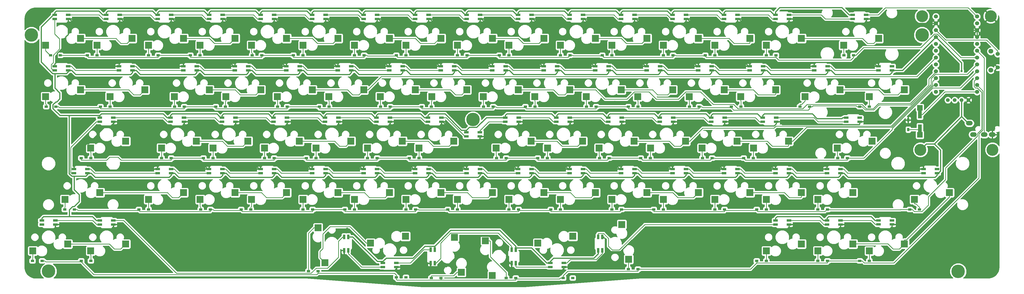
<source format=gbl>
G04 #@! TF.GenerationSoftware,KiCad,Pcbnew,5.0.2-bee76a0~70~ubuntu18.04.1*
G04 #@! TF.CreationDate,2020-02-19T02:44:08+09:00*
G04 #@! TF.ProjectId,thanatos,7468616e-6174-46f7-932e-6b696361645f,rev?*
G04 #@! TF.SameCoordinates,Original*
G04 #@! TF.FileFunction,Copper,L2,Bot*
G04 #@! TF.FilePolarity,Positive*
%FSLAX46Y46*%
G04 Gerber Fmt 4.6, Leading zero omitted, Abs format (unit mm)*
G04 Created by KiCad (PCBNEW 5.0.2-bee76a0~70~ubuntu18.04.1) date 2020年02月19日 02時44分08秒*
%MOMM*%
%LPD*%
G01*
G04 APERTURE LIST*
G04 #@! TA.AperFunction,ComponentPad*
%ADD10C,0.700000*%
G04 #@! TD*
G04 #@! TA.AperFunction,ComponentPad*
%ADD11C,4.400000*%
G04 #@! TD*
G04 #@! TA.AperFunction,WasherPad*
%ADD12C,5.000000*%
G04 #@! TD*
G04 #@! TA.AperFunction,SMDPad,CuDef*
%ADD13R,2.550000X2.500000*%
G04 #@! TD*
G04 #@! TA.AperFunction,ComponentPad*
%ADD14O,2.500000X1.700000*%
G04 #@! TD*
G04 #@! TA.AperFunction,ComponentPad*
%ADD15R,1.998980X1.998980*%
G04 #@! TD*
G04 #@! TA.AperFunction,SMDPad,CuDef*
%ADD16R,1.399540X2.999740*%
G04 #@! TD*
G04 #@! TA.AperFunction,SMDPad,CuDef*
%ADD17R,2.500000X2.550000*%
G04 #@! TD*
G04 #@! TA.AperFunction,SMDPad,CuDef*
%ADD18R,1.300000X0.950000*%
G04 #@! TD*
G04 #@! TA.AperFunction,SMDPad,CuDef*
%ADD19R,0.950000X1.300000*%
G04 #@! TD*
G04 #@! TA.AperFunction,ComponentPad*
%ADD20C,1.397000*%
G04 #@! TD*
G04 #@! TA.AperFunction,SMDPad,CuDef*
%ADD21R,1.800000X0.820000*%
G04 #@! TD*
G04 #@! TA.AperFunction,SMDPad,CuDef*
%ADD22R,0.820000X1.800000*%
G04 #@! TD*
G04 #@! TA.AperFunction,ComponentPad*
%ADD23C,1.800000*%
G04 #@! TD*
G04 #@! TA.AperFunction,ComponentPad*
%ADD24C,1.524000*%
G04 #@! TD*
G04 #@! TA.AperFunction,ViaPad*
%ADD25C,0.800000*%
G04 #@! TD*
G04 #@! TA.AperFunction,Conductor*
%ADD26C,0.250000*%
G04 #@! TD*
G04 #@! TA.AperFunction,Conductor*
%ADD27C,0.400000*%
G04 #@! TD*
G04 #@! TA.AperFunction,Conductor*
%ADD28C,0.254000*%
G04 #@! TD*
G04 APERTURE END LIST*
D10*
G04 #@! TO.P,SC1,1*
G04 #@! TO.N,SDA*
X352956726Y-26455774D03*
X351790000Y-25972500D03*
X350623274Y-26455774D03*
X350140000Y-27622500D03*
X350623274Y-28789226D03*
X351790000Y-29272500D03*
X352956726Y-28789226D03*
X353440000Y-27622500D03*
D11*
X351790000Y-27622500D03*
G04 #@! TD*
D12*
G04 #@! TO.P,Hole4,*
G04 #@! TO.N,*
X351790000Y-34607500D03*
G04 #@! TD*
D13*
G04 #@! TO.P,SW46,1*
G04 #@! TO.N,COL8*
X333316000Y-73977500D03*
G04 #@! TO.P,SW46,2*
G04 #@! TO.N,Net-(D46-Pad2)*
X320389000Y-76517500D03*
G04 #@! TD*
G04 #@! TO.P,SW32,1*
G04 #@! TO.N,COL8*
X345223000Y-54927500D03*
G04 #@! TO.P,SW32,2*
G04 #@! TO.N,Net-(D32-Pad1)*
X332296000Y-57467500D03*
G04 #@! TD*
D14*
G04 #@! TO.P,J2,S*
G04 #@! TO.N,GND*
X377763500Y-71505500D03*
G04 #@! TO.P,J2,R2*
G04 #@! TO.N,SCL*
X374763500Y-71505500D03*
G04 #@! TO.P,J2,R1*
G04 #@! TO.N,SDA*
X370763500Y-71505500D03*
G04 #@! TO.P,J2,T*
G04 #@! TO.N,VCC*
X369263500Y-67305500D03*
G04 #@! TD*
D15*
G04 #@! TO.P,R1,2*
G04 #@! TO.N,AUDIO*
X350964500Y-61610240D03*
G04 #@! TO.P,R1,1*
G04 #@! TO.N,Net-(D74-Pad1)*
X350964500Y-71612760D03*
D16*
G04 #@! TO.P,R1,2*
G04 #@! TO.N,AUDIO*
X350964500Y-64010540D03*
G04 #@! TO.P,R1,1*
G04 #@! TO.N,Net-(D74-Pad1)*
X350964500Y-69212460D03*
G04 #@! TD*
D13*
G04 #@! TO.P,SW10,1*
G04 #@! TO.N,COL5*
X211873000Y-35877500D03*
G04 #@! TO.P,SW10,2*
G04 #@! TO.N,Net-(D10-Pad1)*
X198946000Y-38417500D03*
G04 #@! TD*
G04 #@! TO.P,SW52,1*
G04 #@! TO.N,COL3*
X154723000Y-93027500D03*
G04 #@! TO.P,SW52,2*
G04 #@! TO.N,Net-(D52-Pad1)*
X141796000Y-95567500D03*
G04 #@! TD*
G04 #@! TO.P,SW64,1*
G04 #@! TO.N,COL1*
X57091200Y-112078000D03*
G04 #@! TO.P,SW64,2*
G04 #@! TO.N,Net-(D64-Pad1)*
X44164200Y-114618000D03*
G04 #@! TD*
D17*
G04 #@! TO.P,SW70,1*
G04 #@! TO.N,COL6*
X240665000Y-104834000D03*
G04 #@! TO.P,SW70,2*
G04 #@! TO.N,Net-(D70-Pad2)*
X243205000Y-117761000D03*
G04 #@! TD*
D13*
G04 #@! TO.P,SW3,1*
G04 #@! TO.N,COL2*
X78522500Y-35877500D03*
G04 #@! TO.P,SW3,2*
G04 #@! TO.N,Net-(D3-Pad2)*
X65595500Y-38417500D03*
G04 #@! TD*
G04 #@! TO.P,SW69,1*
G04 #@! TO.N,COL5*
X209609000Y-111760000D03*
G04 #@! TO.P,SW69,2*
G04 #@! TO.N,Net-(D69-Pad1)*
X222536000Y-109220000D03*
G04 #@! TD*
G04 #@! TO.P,SW16,1*
G04 #@! TO.N,COL8*
X335697000Y-35877500D03*
G04 #@! TO.P,SW16,2*
G04 #@! TO.N,Net-(D16-Pad1)*
X322770000Y-38417500D03*
G04 #@! TD*
D12*
G04 #@! TO.P,Hole3,*
G04 #@! TO.N,*
X185610000Y-65913000D03*
G04 #@! TD*
G04 #@! TO.P,Hole1,*
G04 #@! TO.N,*
X22225000Y-34607500D03*
G04 #@! TD*
G04 #@! TO.P,Hole5,*
G04 #@! TO.N,*
X365125000Y-122238000D03*
G04 #@! TD*
D10*
G04 #@! TO.P,SC2,1*
G04 #@! TO.N,GND*
X378356726Y-26455774D03*
X377190000Y-25972500D03*
X376023274Y-26455774D03*
X375540000Y-27622500D03*
X376023274Y-28789226D03*
X377190000Y-29272500D03*
X378356726Y-28789226D03*
X378840000Y-27622500D03*
D11*
X377190000Y-27622500D03*
G04 #@! TD*
D10*
G04 #@! TO.P,SC3,1*
G04 #@! TO.N,VCC*
X352321726Y-75985774D03*
X351155000Y-75502500D03*
X349988274Y-75985774D03*
X349505000Y-77152500D03*
X349988274Y-78319226D03*
X351155000Y-78802500D03*
X352321726Y-78319226D03*
X352805000Y-77152500D03*
D11*
X351155000Y-77152500D03*
G04 #@! TD*
D13*
G04 #@! TO.P,SW62,1*
G04 #@! TO.N,COL8*
X361891000Y-93027500D03*
G04 #@! TO.P,SW62,2*
G04 #@! TO.N,Net-(D62-Pad1)*
X348964000Y-95567500D03*
G04 #@! TD*
G04 #@! TO.P,SW33,1*
G04 #@! TO.N,COL1*
X57091200Y-73977500D03*
G04 #@! TO.P,SW33,2*
G04 #@! TO.N,Net-(D33-Pad1)*
X44164200Y-76517500D03*
G04 #@! TD*
G04 #@! TO.P,SW47,1*
G04 #@! TO.N,COL1*
X47566200Y-93027500D03*
G04 #@! TO.P,SW47,2*
G04 #@! TO.N,Net-(D47-Pad2)*
X34639200Y-95567500D03*
G04 #@! TD*
D17*
G04 #@! TO.P,SW65,1*
G04 #@! TO.N,COL3*
X130810000Y-119004000D03*
G04 #@! TO.P,SW65,2*
G04 #@! TO.N,Net-(D65-Pad2)*
X128270000Y-106077000D03*
G04 #@! TD*
D13*
G04 #@! TO.P,SW66,1*
G04 #@! TO.N,COL3*
X147696000Y-111760000D03*
G04 #@! TO.P,SW66,2*
G04 #@! TO.N,Net-(D66-Pad1)*
X160623000Y-109220000D03*
G04 #@! TD*
D17*
G04 #@! TO.P,SW67,1*
G04 #@! TO.N,COL4*
X178752000Y-109596000D03*
G04 #@! TO.P,SW67,2*
G04 #@! TO.N,Net-(D67-Pad2)*
X181292000Y-122523000D03*
G04 #@! TD*
G04 #@! TO.P,SW68,1*
G04 #@! TO.N,COL5*
X192722000Y-123766000D03*
G04 #@! TO.P,SW68,2*
G04 #@! TO.N,Net-(D68-Pad2)*
X190182000Y-110839000D03*
G04 #@! TD*
D13*
G04 #@! TO.P,SW18,1*
G04 #@! TO.N,COL1*
X64235000Y-54927500D03*
G04 #@! TO.P,SW18,2*
G04 #@! TO.N,Net-(D18-Pad1)*
X51308000Y-57467500D03*
G04 #@! TD*
G04 #@! TO.P,SW31,1*
G04 #@! TO.N,COL8*
X321410000Y-54927500D03*
G04 #@! TO.P,SW31,2*
G04 #@! TO.N,Net-(D31-Pad2)*
X308483000Y-57467500D03*
G04 #@! TD*
G04 #@! TO.P,SW1,1*
G04 #@! TO.N,COL1*
X40422500Y-35877500D03*
G04 #@! TO.P,SW1,2*
G04 #@! TO.N,Net-(D1-Pad2)*
X27495500Y-38417500D03*
G04 #@! TD*
G04 #@! TO.P,SW2,1*
G04 #@! TO.N,COL1*
X59472500Y-35877500D03*
G04 #@! TO.P,SW2,2*
G04 #@! TO.N,Net-(D2-Pad1)*
X46545500Y-38417500D03*
G04 #@! TD*
G04 #@! TO.P,SW4,1*
G04 #@! TO.N,COL2*
X97572500Y-35877500D03*
G04 #@! TO.P,SW4,2*
G04 #@! TO.N,Net-(D4-Pad1)*
X84645500Y-38417500D03*
G04 #@! TD*
G04 #@! TO.P,SW5,1*
G04 #@! TO.N,COL3*
X116623000Y-35877500D03*
G04 #@! TO.P,SW5,2*
G04 #@! TO.N,Net-(D5-Pad2)*
X103696000Y-38417500D03*
G04 #@! TD*
G04 #@! TO.P,SW6,1*
G04 #@! TO.N,COL3*
X135673000Y-35877500D03*
G04 #@! TO.P,SW6,2*
G04 #@! TO.N,Net-(D6-Pad1)*
X122746000Y-38417500D03*
G04 #@! TD*
G04 #@! TO.P,SW7,1*
G04 #@! TO.N,COL4*
X154723000Y-35877500D03*
G04 #@! TO.P,SW7,2*
G04 #@! TO.N,Net-(D7-Pad2)*
X141796000Y-38417500D03*
G04 #@! TD*
G04 #@! TO.P,SW8,1*
G04 #@! TO.N,COL4*
X173773000Y-35877500D03*
G04 #@! TO.P,SW8,2*
G04 #@! TO.N,Net-(D8-Pad1)*
X160846000Y-38417500D03*
G04 #@! TD*
G04 #@! TO.P,SW9,1*
G04 #@! TO.N,COL5*
X192823000Y-35877500D03*
G04 #@! TO.P,SW9,2*
G04 #@! TO.N,Net-(D9-Pad2)*
X179896000Y-38417500D03*
G04 #@! TD*
G04 #@! TO.P,SW11,1*
G04 #@! TO.N,COL6*
X230923000Y-35877500D03*
G04 #@! TO.P,SW11,2*
G04 #@! TO.N,Net-(D11-Pad2)*
X217996000Y-38417500D03*
G04 #@! TD*
G04 #@! TO.P,SW12,1*
G04 #@! TO.N,COL6*
X249973000Y-35877500D03*
G04 #@! TO.P,SW12,2*
G04 #@! TO.N,Net-(D12-Pad1)*
X237046000Y-38417500D03*
G04 #@! TD*
G04 #@! TO.P,SW14,1*
G04 #@! TO.N,COL7*
X288073000Y-35877500D03*
G04 #@! TO.P,SW14,2*
G04 #@! TO.N,Net-(D14-Pad1)*
X275146000Y-38417500D03*
G04 #@! TD*
G04 #@! TO.P,SW15,1*
G04 #@! TO.N,COL8*
X307123000Y-35877500D03*
G04 #@! TO.P,SW15,2*
G04 #@! TO.N,Net-(D15-Pad2)*
X294196000Y-38417500D03*
G04 #@! TD*
G04 #@! TO.P,SW17,1*
G04 #@! TO.N,COL1*
X40422500Y-54927500D03*
G04 #@! TO.P,SW17,2*
G04 #@! TO.N,Net-(D17-Pad2)*
X27495500Y-57467500D03*
G04 #@! TD*
G04 #@! TO.P,SW19,1*
G04 #@! TO.N,COL2*
X88047500Y-54927500D03*
G04 #@! TO.P,SW19,2*
G04 #@! TO.N,Net-(D19-Pad2)*
X75120500Y-57467500D03*
G04 #@! TD*
G04 #@! TO.P,SW20,1*
G04 #@! TO.N,COL2*
X107097000Y-54927500D03*
G04 #@! TO.P,SW20,2*
G04 #@! TO.N,Net-(D20-Pad1)*
X94170000Y-57467500D03*
G04 #@! TD*
G04 #@! TO.P,SW21,1*
G04 #@! TO.N,COL3*
X126147000Y-54927500D03*
G04 #@! TO.P,SW21,2*
G04 #@! TO.N,Net-(D21-Pad2)*
X113220000Y-57467500D03*
G04 #@! TD*
G04 #@! TO.P,SW22,1*
G04 #@! TO.N,COL3*
X145197000Y-54927500D03*
G04 #@! TO.P,SW22,2*
G04 #@! TO.N,Net-(D22-Pad1)*
X132270000Y-57467500D03*
G04 #@! TD*
G04 #@! TO.P,SW23,1*
G04 #@! TO.N,COL4*
X164247000Y-54927500D03*
G04 #@! TO.P,SW23,2*
G04 #@! TO.N,Net-(D23-Pad2)*
X151320000Y-57467500D03*
G04 #@! TD*
G04 #@! TO.P,SW24,1*
G04 #@! TO.N,COL4*
X183297000Y-54927500D03*
G04 #@! TO.P,SW24,2*
G04 #@! TO.N,Net-(D24-Pad1)*
X170370000Y-57467500D03*
G04 #@! TD*
G04 #@! TO.P,SW25,1*
G04 #@! TO.N,COL5*
X202347000Y-54927500D03*
G04 #@! TO.P,SW25,2*
G04 #@! TO.N,Net-(D25-Pad2)*
X189420000Y-57467500D03*
G04 #@! TD*
G04 #@! TO.P,SW26,1*
G04 #@! TO.N,COL5*
X221397000Y-54927500D03*
G04 #@! TO.P,SW26,2*
G04 #@! TO.N,Net-(D26-Pad1)*
X208470000Y-57467500D03*
G04 #@! TD*
G04 #@! TO.P,SW27,1*
G04 #@! TO.N,COL6*
X240447000Y-54927500D03*
G04 #@! TO.P,SW27,2*
G04 #@! TO.N,Net-(D27-Pad2)*
X227520000Y-57467500D03*
G04 #@! TD*
G04 #@! TO.P,SW28,1*
G04 #@! TO.N,COL6*
X259497000Y-54927500D03*
G04 #@! TO.P,SW28,2*
G04 #@! TO.N,Net-(D28-Pad1)*
X246570000Y-57467500D03*
G04 #@! TD*
G04 #@! TO.P,SW29,1*
G04 #@! TO.N,COL7*
X278547000Y-54927500D03*
G04 #@! TO.P,SW29,2*
G04 #@! TO.N,Net-(D29-Pad2)*
X265620000Y-57467500D03*
G04 #@! TD*
G04 #@! TO.P,SW30,1*
G04 #@! TO.N,COL7*
X297597000Y-54927500D03*
G04 #@! TO.P,SW30,2*
G04 #@! TO.N,Net-(D30-Pad1)*
X284670000Y-57467500D03*
G04 #@! TD*
G04 #@! TO.P,SW34,1*
G04 #@! TO.N,COL2*
X83285000Y-73977500D03*
G04 #@! TO.P,SW34,2*
G04 #@! TO.N,Net-(D34-Pad2)*
X70358000Y-76517500D03*
G04 #@! TD*
G04 #@! TO.P,SW35,1*
G04 #@! TO.N,COL2*
X102335000Y-73977500D03*
G04 #@! TO.P,SW35,2*
G04 #@! TO.N,Net-(D35-Pad1)*
X89408000Y-76517500D03*
G04 #@! TD*
G04 #@! TO.P,SW36,1*
G04 #@! TO.N,COL3*
X121385000Y-73977500D03*
G04 #@! TO.P,SW36,2*
G04 #@! TO.N,Net-(D36-Pad2)*
X108458000Y-76517500D03*
G04 #@! TD*
G04 #@! TO.P,SW37,1*
G04 #@! TO.N,COL3*
X140435000Y-73977500D03*
G04 #@! TO.P,SW37,2*
G04 #@! TO.N,Net-(D37-Pad1)*
X127508000Y-76517500D03*
G04 #@! TD*
G04 #@! TO.P,SW38,1*
G04 #@! TO.N,COL4*
X159485000Y-73977500D03*
G04 #@! TO.P,SW38,2*
G04 #@! TO.N,Net-(D38-Pad2)*
X146558000Y-76517500D03*
G04 #@! TD*
G04 #@! TO.P,SW39,1*
G04 #@! TO.N,COL4*
X178535000Y-73977500D03*
G04 #@! TO.P,SW39,2*
G04 #@! TO.N,Net-(D39-Pad1)*
X165608000Y-76517500D03*
G04 #@! TD*
G04 #@! TO.P,SW40,1*
G04 #@! TO.N,COL5*
X207110000Y-73977500D03*
G04 #@! TO.P,SW40,2*
G04 #@! TO.N,Net-(D40-Pad2)*
X194183000Y-76517500D03*
G04 #@! TD*
G04 #@! TO.P,SW41,1*
G04 #@! TO.N,COL5*
X226160000Y-73977500D03*
G04 #@! TO.P,SW41,2*
G04 #@! TO.N,Net-(D41-Pad1)*
X213233000Y-76517500D03*
G04 #@! TD*
G04 #@! TO.P,SW42,1*
G04 #@! TO.N,COL6*
X245210000Y-73977500D03*
G04 #@! TO.P,SW42,2*
G04 #@! TO.N,Net-(D42-Pad2)*
X232283000Y-76517500D03*
G04 #@! TD*
G04 #@! TO.P,SW43,1*
G04 #@! TO.N,COL6*
X264260000Y-73977500D03*
G04 #@! TO.P,SW43,2*
G04 #@! TO.N,Net-(D43-Pad1)*
X251333000Y-76517500D03*
G04 #@! TD*
G04 #@! TO.P,SW44,1*
G04 #@! TO.N,COL7*
X283310000Y-73977500D03*
G04 #@! TO.P,SW44,2*
G04 #@! TO.N,Net-(D44-Pad2)*
X270383000Y-76517500D03*
G04 #@! TD*
G04 #@! TO.P,SW45,1*
G04 #@! TO.N,COL7*
X302360000Y-73977500D03*
G04 #@! TO.P,SW45,2*
G04 #@! TO.N,Net-(D45-Pad1)*
X289433000Y-76517500D03*
G04 #@! TD*
G04 #@! TO.P,SW48,1*
G04 #@! TO.N,COL1*
X78522500Y-93027500D03*
G04 #@! TO.P,SW48,2*
G04 #@! TO.N,Net-(D48-Pad1)*
X65595500Y-95567500D03*
G04 #@! TD*
G04 #@! TO.P,SW49,1*
G04 #@! TO.N,COL2*
X97572500Y-93027500D03*
G04 #@! TO.P,SW49,2*
G04 #@! TO.N,Net-(D49-Pad2)*
X84645500Y-95567500D03*
G04 #@! TD*
G04 #@! TO.P,SW50,1*
G04 #@! TO.N,COL2*
X116623000Y-93027500D03*
G04 #@! TO.P,SW50,2*
G04 #@! TO.N,Net-(D50-Pad1)*
X103696000Y-95567500D03*
G04 #@! TD*
G04 #@! TO.P,SW51,1*
G04 #@! TO.N,COL3*
X135673000Y-93027500D03*
G04 #@! TO.P,SW51,2*
G04 #@! TO.N,Net-(D51-Pad2)*
X122746000Y-95567500D03*
G04 #@! TD*
G04 #@! TO.P,SW53,1*
G04 #@! TO.N,COL4*
X173773000Y-93027500D03*
G04 #@! TO.P,SW53,2*
G04 #@! TO.N,Net-(D53-Pad2)*
X160846000Y-95567500D03*
G04 #@! TD*
G04 #@! TO.P,SW54,1*
G04 #@! TO.N,COL4*
X192823000Y-93027500D03*
G04 #@! TO.P,SW54,2*
G04 #@! TO.N,Net-(D54-Pad1)*
X179896000Y-95567500D03*
G04 #@! TD*
G04 #@! TO.P,SW55,1*
G04 #@! TO.N,COL5*
X211873000Y-93027500D03*
G04 #@! TO.P,SW55,2*
G04 #@! TO.N,Net-(D55-Pad2)*
X198946000Y-95567500D03*
G04 #@! TD*
G04 #@! TO.P,SW56,1*
G04 #@! TO.N,COL5*
X230923000Y-93027500D03*
G04 #@! TO.P,SW56,2*
G04 #@! TO.N,Net-(D56-Pad1)*
X217996000Y-95567500D03*
G04 #@! TD*
G04 #@! TO.P,SW57,2*
G04 #@! TO.N,Net-(D57-Pad2)*
X237046000Y-95567500D03*
G04 #@! TO.P,SW57,1*
G04 #@! TO.N,COL6*
X249973000Y-93027500D03*
G04 #@! TD*
G04 #@! TO.P,SW58,1*
G04 #@! TO.N,COL6*
X269023000Y-93027500D03*
G04 #@! TO.P,SW58,2*
G04 #@! TO.N,Net-(D58-Pad1)*
X256096000Y-95567500D03*
G04 #@! TD*
G04 #@! TO.P,SW59,1*
G04 #@! TO.N,COL7*
X288073000Y-93027500D03*
G04 #@! TO.P,SW59,2*
G04 #@! TO.N,Net-(D59-Pad2)*
X275146000Y-95567500D03*
G04 #@! TD*
G04 #@! TO.P,SW60,1*
G04 #@! TO.N,COL7*
X307123000Y-93027500D03*
G04 #@! TO.P,SW60,2*
G04 #@! TO.N,Net-(D60-Pad1)*
X294196000Y-95567500D03*
G04 #@! TD*
G04 #@! TO.P,SW61,1*
G04 #@! TO.N,COL8*
X326173000Y-93027500D03*
G04 #@! TO.P,SW61,2*
G04 #@! TO.N,Net-(D61-Pad2)*
X313246000Y-95567500D03*
G04 #@! TD*
G04 #@! TO.P,SW63,1*
G04 #@! TO.N,COL1*
X35660000Y-112078000D03*
G04 #@! TO.P,SW63,2*
G04 #@! TO.N,Net-(D63-Pad2)*
X22733000Y-114618000D03*
G04 #@! TD*
G04 #@! TO.P,SW71,1*
G04 #@! TO.N,COL7*
X307123000Y-112078000D03*
G04 #@! TO.P,SW71,2*
G04 #@! TO.N,Net-(D71-Pad1)*
X294196000Y-114618000D03*
G04 #@! TD*
G04 #@! TO.P,SW72,1*
G04 #@! TO.N,COL8*
X326173000Y-112078000D03*
G04 #@! TO.P,SW72,2*
G04 #@! TO.N,Net-(D72-Pad2)*
X313246000Y-114618000D03*
G04 #@! TD*
G04 #@! TO.P,SW73,1*
G04 #@! TO.N,COL8*
X345223000Y-112078000D03*
G04 #@! TO.P,SW73,2*
G04 #@! TO.N,Net-(D73-Pad1)*
X332296000Y-114618000D03*
G04 #@! TD*
G04 #@! TO.P,SW13,1*
G04 #@! TO.N,COL7*
X269023000Y-35877500D03*
G04 #@! TO.P,SW13,2*
G04 #@! TO.N,Net-(D13-Pad2)*
X256096000Y-38417500D03*
G04 #@! TD*
D18*
G04 #@! TO.P,D1,1*
G04 #@! TO.N,ROW1*
X32890000Y-42100500D03*
G04 #@! TO.P,D1,2*
G04 #@! TO.N,Net-(D1-Pad2)*
X29340000Y-42100500D03*
G04 #@! TD*
G04 #@! TO.P,D2,2*
G04 #@! TO.N,ROW1*
X42929000Y-42100500D03*
G04 #@! TO.P,D2,1*
G04 #@! TO.N,Net-(D2-Pad1)*
X46479000Y-42100500D03*
G04 #@! TD*
G04 #@! TO.P,D3,1*
G04 #@! TO.N,ROW1*
X69085000Y-42100500D03*
G04 #@! TO.P,D3,2*
G04 #@! TO.N,Net-(D3-Pad2)*
X65535000Y-42100500D03*
G04 #@! TD*
G04 #@! TO.P,D4,1*
G04 #@! TO.N,Net-(D4-Pad1)*
X84579000Y-42100500D03*
G04 #@! TO.P,D4,2*
G04 #@! TO.N,ROW1*
X81029000Y-42100500D03*
G04 #@! TD*
G04 #@! TO.P,D5,2*
G04 #@! TO.N,Net-(D5-Pad2)*
X103889000Y-42100500D03*
G04 #@! TO.P,D5,1*
G04 #@! TO.N,ROW1*
X107439000Y-42100500D03*
G04 #@! TD*
G04 #@! TO.P,D6,1*
G04 #@! TO.N,Net-(D6-Pad1)*
X122679000Y-42100500D03*
G04 #@! TO.P,D6,2*
G04 #@! TO.N,ROW1*
X119129000Y-42100500D03*
G04 #@! TD*
G04 #@! TO.P,D7,1*
G04 #@! TO.N,ROW1*
X145282000Y-42100500D03*
G04 #@! TO.P,D7,2*
G04 #@! TO.N,Net-(D7-Pad2)*
X141732000Y-42100500D03*
G04 #@! TD*
G04 #@! TO.P,D8,2*
G04 #@! TO.N,ROW1*
X157229000Y-42100500D03*
G04 #@! TO.P,D8,1*
G04 #@! TO.N,Net-(D8-Pad1)*
X160779000Y-42100500D03*
G04 #@! TD*
G04 #@! TO.P,D9,2*
G04 #@! TO.N,Net-(D9-Pad2)*
X179835000Y-42100500D03*
G04 #@! TO.P,D9,1*
G04 #@! TO.N,ROW1*
X183385000Y-42100500D03*
G04 #@! TD*
G04 #@! TO.P,D10,1*
G04 #@! TO.N,Net-(D10-Pad1)*
X198879000Y-42100500D03*
G04 #@! TO.P,D10,2*
G04 #@! TO.N,ROW1*
X195329000Y-42100500D03*
G04 #@! TD*
G04 #@! TO.P,D11,2*
G04 #@! TO.N,Net-(D11-Pad2)*
X217935000Y-42100500D03*
G04 #@! TO.P,D11,1*
G04 #@! TO.N,ROW1*
X221485000Y-42100500D03*
G04 #@! TD*
G04 #@! TO.P,D12,2*
G04 #@! TO.N,ROW1*
X233429000Y-42100500D03*
G04 #@! TO.P,D12,1*
G04 #@! TO.N,Net-(D12-Pad1)*
X236979000Y-42100500D03*
G04 #@! TD*
G04 #@! TO.P,D13,2*
G04 #@! TO.N,Net-(D13-Pad2)*
X256035000Y-42100500D03*
G04 #@! TO.P,D13,1*
G04 #@! TO.N,ROW1*
X259585000Y-42100500D03*
G04 #@! TD*
G04 #@! TO.P,D14,2*
G04 #@! TO.N,ROW1*
X271529000Y-42100500D03*
G04 #@! TO.P,D14,1*
G04 #@! TO.N,Net-(D14-Pad1)*
X275079000Y-42100500D03*
G04 #@! TD*
G04 #@! TO.P,D15,2*
G04 #@! TO.N,Net-(D15-Pad2)*
X294135000Y-42100500D03*
G04 #@! TO.P,D15,1*
G04 #@! TO.N,ROW1*
X297685000Y-42100500D03*
G04 #@! TD*
G04 #@! TO.P,D16,1*
G04 #@! TO.N,Net-(D16-Pad1)*
X322837000Y-42100500D03*
G04 #@! TO.P,D16,2*
G04 #@! TO.N,ROW1*
X326387000Y-42100500D03*
G04 #@! TD*
G04 #@! TO.P,D17,1*
G04 #@! TO.N,ROW2*
X31239000Y-61150500D03*
G04 #@! TO.P,D17,2*
G04 #@! TO.N,Net-(D17-Pad2)*
X27689000Y-61150500D03*
G04 #@! TD*
G04 #@! TO.P,D18,2*
G04 #@! TO.N,ROW2*
X47755000Y-61150500D03*
G04 #@! TO.P,D18,1*
G04 #@! TO.N,Net-(D18-Pad1)*
X51305000Y-61150500D03*
G04 #@! TD*
G04 #@! TO.P,D19,1*
G04 #@! TO.N,ROW2*
X78737000Y-61150500D03*
G04 #@! TO.P,D19,2*
G04 #@! TO.N,Net-(D19-Pad2)*
X75187000Y-61150500D03*
G04 #@! TD*
G04 #@! TO.P,D20,1*
G04 #@! TO.N,Net-(D20-Pad1)*
X93977000Y-61150500D03*
G04 #@! TO.P,D20,2*
G04 #@! TO.N,ROW2*
X90427000Y-61150500D03*
G04 #@! TD*
G04 #@! TO.P,D21,2*
G04 #@! TO.N,Net-(D21-Pad2)*
X113287000Y-61150500D03*
G04 #@! TO.P,D21,1*
G04 #@! TO.N,ROW2*
X116837000Y-61150500D03*
G04 #@! TD*
G04 #@! TO.P,D22,1*
G04 #@! TO.N,Net-(D22-Pad1)*
X132331000Y-61150500D03*
G04 #@! TO.P,D22,2*
G04 #@! TO.N,ROW2*
X128781000Y-61150500D03*
G04 #@! TD*
G04 #@! TO.P,D23,2*
G04 #@! TO.N,Net-(D23-Pad2)*
X151387000Y-61150500D03*
G04 #@! TO.P,D23,1*
G04 #@! TO.N,ROW2*
X154937000Y-61150500D03*
G04 #@! TD*
G04 #@! TO.P,D24,2*
G04 #@! TO.N,ROW2*
X166627000Y-61150500D03*
G04 #@! TO.P,D24,1*
G04 #@! TO.N,Net-(D24-Pad1)*
X170177000Y-61150500D03*
G04 #@! TD*
G04 #@! TO.P,D25,2*
G04 #@! TO.N,Net-(D25-Pad2)*
X189487000Y-61150500D03*
G04 #@! TO.P,D25,1*
G04 #@! TO.N,ROW2*
X193037000Y-61150500D03*
G04 #@! TD*
G04 #@! TO.P,D26,2*
G04 #@! TO.N,ROW2*
X204981000Y-61150500D03*
G04 #@! TO.P,D26,1*
G04 #@! TO.N,Net-(D26-Pad1)*
X208531000Y-61150500D03*
G04 #@! TD*
G04 #@! TO.P,D27,2*
G04 #@! TO.N,Net-(D27-Pad2)*
X227587000Y-61150500D03*
G04 #@! TO.P,D27,1*
G04 #@! TO.N,ROW2*
X231137000Y-61150500D03*
G04 #@! TD*
G04 #@! TO.P,D28,1*
G04 #@! TO.N,Net-(D28-Pad1)*
X246631000Y-61150500D03*
G04 #@! TO.P,D28,2*
G04 #@! TO.N,ROW2*
X243081000Y-61150500D03*
G04 #@! TD*
G04 #@! TO.P,D29,1*
G04 #@! TO.N,ROW2*
X269237000Y-61150500D03*
G04 #@! TO.P,D29,2*
G04 #@! TO.N,Net-(D29-Pad2)*
X265687000Y-61150500D03*
G04 #@! TD*
G04 #@! TO.P,D30,1*
G04 #@! TO.N,Net-(D30-Pad1)*
X284731000Y-61150500D03*
G04 #@! TO.P,D30,2*
G04 #@! TO.N,ROW2*
X281181000Y-61150500D03*
G04 #@! TD*
G04 #@! TO.P,D31,1*
G04 #@! TO.N,ROW2*
X310131000Y-61150500D03*
G04 #@! TO.P,D31,2*
G04 #@! TO.N,Net-(D31-Pad2)*
X306581000Y-61150500D03*
G04 #@! TD*
G04 #@! TO.P,D32,2*
G04 #@! TO.N,ROW2*
X328679000Y-61150500D03*
G04 #@! TO.P,D32,1*
G04 #@! TO.N,Net-(D32-Pad1)*
X332229000Y-61150500D03*
G04 #@! TD*
G04 #@! TO.P,D33,2*
G04 #@! TO.N,ROW3*
X40643000Y-80200500D03*
G04 #@! TO.P,D33,1*
G04 #@! TO.N,Net-(D33-Pad1)*
X44193000Y-80200500D03*
G04 #@! TD*
G04 #@! TO.P,D34,1*
G04 #@! TO.N,ROW3*
X73911000Y-80200500D03*
G04 #@! TO.P,D34,2*
G04 #@! TO.N,Net-(D34-Pad2)*
X70361000Y-80200500D03*
G04 #@! TD*
G04 #@! TO.P,D35,2*
G04 #@! TO.N,ROW3*
X85855000Y-80200500D03*
G04 #@! TO.P,D35,1*
G04 #@! TO.N,Net-(D35-Pad1)*
X89405000Y-80200500D03*
G04 #@! TD*
G04 #@! TO.P,D36,2*
G04 #@! TO.N,Net-(D36-Pad2)*
X108461000Y-80200500D03*
G04 #@! TO.P,D36,1*
G04 #@! TO.N,ROW3*
X112011000Y-80200500D03*
G04 #@! TD*
G04 #@! TO.P,D37,2*
G04 #@! TO.N,ROW3*
X123955000Y-80200500D03*
G04 #@! TO.P,D37,1*
G04 #@! TO.N,Net-(D37-Pad1)*
X127505000Y-80200500D03*
G04 #@! TD*
G04 #@! TO.P,D38,1*
G04 #@! TO.N,ROW3*
X150111000Y-80200500D03*
G04 #@! TO.P,D38,2*
G04 #@! TO.N,Net-(D38-Pad2)*
X146561000Y-80200500D03*
G04 #@! TD*
G04 #@! TO.P,D39,1*
G04 #@! TO.N,Net-(D39-Pad1)*
X165605000Y-80200500D03*
G04 #@! TO.P,D39,2*
G04 #@! TO.N,ROW3*
X162055000Y-80200500D03*
G04 #@! TD*
G04 #@! TO.P,D40,2*
G04 #@! TO.N,Net-(D40-Pad2)*
X194313000Y-80200500D03*
G04 #@! TO.P,D40,1*
G04 #@! TO.N,ROW3*
X197863000Y-80200500D03*
G04 #@! TD*
G04 #@! TO.P,D41,1*
G04 #@! TO.N,Net-(D41-Pad1)*
X213103000Y-80200500D03*
G04 #@! TO.P,D41,2*
G04 #@! TO.N,ROW3*
X209553000Y-80200500D03*
G04 #@! TD*
G04 #@! TO.P,D42,2*
G04 #@! TO.N,Net-(D42-Pad2)*
X232413000Y-80200500D03*
G04 #@! TO.P,D42,1*
G04 #@! TO.N,ROW3*
X235963000Y-80200500D03*
G04 #@! TD*
G04 #@! TO.P,D43,2*
G04 #@! TO.N,ROW3*
X247653000Y-80200500D03*
G04 #@! TO.P,D43,1*
G04 #@! TO.N,Net-(D43-Pad1)*
X251203000Y-80200500D03*
G04 #@! TD*
G04 #@! TO.P,D44,2*
G04 #@! TO.N,Net-(D44-Pad2)*
X270513000Y-80200500D03*
G04 #@! TO.P,D44,1*
G04 #@! TO.N,ROW3*
X274063000Y-80200500D03*
G04 #@! TD*
G04 #@! TO.P,D45,2*
G04 #@! TO.N,ROW3*
X285753000Y-80200500D03*
G04 #@! TO.P,D45,1*
G04 #@! TO.N,Net-(D45-Pad1)*
X289303000Y-80200500D03*
G04 #@! TD*
G04 #@! TO.P,D46,2*
G04 #@! TO.N,Net-(D46-Pad2)*
X320551000Y-80200500D03*
G04 #@! TO.P,D46,1*
G04 #@! TO.N,ROW3*
X324101000Y-80200500D03*
G04 #@! TD*
G04 #@! TO.P,D47,2*
G04 #@! TO.N,Net-(D47-Pad2)*
X34547000Y-99250500D03*
G04 #@! TO.P,D47,1*
G04 #@! TO.N,ROW4*
X38097000Y-99250500D03*
G04 #@! TD*
G04 #@! TO.P,D48,1*
G04 #@! TO.N,Net-(D48-Pad1)*
X65529000Y-99250500D03*
G04 #@! TO.P,D48,2*
G04 #@! TO.N,ROW4*
X61979000Y-99250500D03*
G04 #@! TD*
G04 #@! TO.P,D49,1*
G04 #@! TO.N,ROW4*
X88389000Y-99250500D03*
G04 #@! TO.P,D49,2*
G04 #@! TO.N,Net-(D49-Pad2)*
X84839000Y-99250500D03*
G04 #@! TD*
G04 #@! TO.P,D50,1*
G04 #@! TO.N,Net-(D50-Pad1)*
X103375000Y-99250500D03*
G04 #@! TO.P,D50,2*
G04 #@! TO.N,ROW4*
X99825000Y-99250500D03*
G04 #@! TD*
G04 #@! TO.P,D51,1*
G04 #@! TO.N,ROW4*
X126235000Y-99250500D03*
G04 #@! TO.P,D51,2*
G04 #@! TO.N,Net-(D51-Pad2)*
X122685000Y-99250500D03*
G04 #@! TD*
G04 #@! TO.P,D52,2*
G04 #@! TO.N,ROW4*
X138179000Y-99250500D03*
G04 #@! TO.P,D52,1*
G04 #@! TO.N,Net-(D52-Pad1)*
X141729000Y-99250500D03*
G04 #@! TD*
G04 #@! TO.P,D53,1*
G04 #@! TO.N,ROW4*
X164335000Y-99250500D03*
G04 #@! TO.P,D53,2*
G04 #@! TO.N,Net-(D53-Pad2)*
X160785000Y-99250500D03*
G04 #@! TD*
G04 #@! TO.P,D54,1*
G04 #@! TO.N,Net-(D54-Pad1)*
X179829000Y-99250500D03*
G04 #@! TO.P,D54,2*
G04 #@! TO.N,ROW4*
X176279000Y-99250500D03*
G04 #@! TD*
G04 #@! TO.P,D55,2*
G04 #@! TO.N,Net-(D55-Pad2)*
X198885000Y-99250500D03*
G04 #@! TO.P,D55,1*
G04 #@! TO.N,ROW4*
X202435000Y-99250500D03*
G04 #@! TD*
G04 #@! TO.P,D56,1*
G04 #@! TO.N,Net-(D56-Pad1)*
X217929000Y-99250500D03*
G04 #@! TO.P,D56,2*
G04 #@! TO.N,ROW4*
X214379000Y-99250500D03*
G04 #@! TD*
G04 #@! TO.P,D57,1*
G04 #@! TO.N,ROW4*
X240535000Y-99250500D03*
G04 #@! TO.P,D57,2*
G04 #@! TO.N,Net-(D57-Pad2)*
X236985000Y-99250500D03*
G04 #@! TD*
G04 #@! TO.P,D58,1*
G04 #@! TO.N,Net-(D58-Pad1)*
X256029000Y-99250500D03*
G04 #@! TO.P,D58,2*
G04 #@! TO.N,ROW4*
X252479000Y-99250500D03*
G04 #@! TD*
G04 #@! TO.P,D59,1*
G04 #@! TO.N,ROW4*
X278635000Y-99250500D03*
G04 #@! TO.P,D59,2*
G04 #@! TO.N,Net-(D59-Pad2)*
X275085000Y-99250500D03*
G04 #@! TD*
G04 #@! TO.P,D60,1*
G04 #@! TO.N,Net-(D60-Pad1)*
X294129000Y-99250500D03*
G04 #@! TO.P,D60,2*
G04 #@! TO.N,ROW4*
X290579000Y-99250500D03*
G04 #@! TD*
G04 #@! TO.P,D61,1*
G04 #@! TO.N,ROW4*
X316735000Y-99250500D03*
G04 #@! TO.P,D61,2*
G04 #@! TO.N,Net-(D61-Pad2)*
X313185000Y-99250500D03*
G04 #@! TD*
G04 #@! TO.P,D62,1*
G04 #@! TO.N,Net-(D62-Pad1)*
X350771000Y-99250500D03*
G04 #@! TO.P,D62,2*
G04 #@! TO.N,ROW4*
X347221000Y-99250500D03*
G04 #@! TD*
G04 #@! TO.P,D63,1*
G04 #@! TO.N,ROW5*
X26159000Y-118300000D03*
G04 #@! TO.P,D63,2*
G04 #@! TO.N,Net-(D63-Pad2)*
X22609000Y-118300000D03*
G04 #@! TD*
G04 #@! TO.P,D64,2*
G04 #@! TO.N,ROW5*
X40643000Y-118300000D03*
G04 #@! TO.P,D64,1*
G04 #@! TO.N,Net-(D64-Pad1)*
X44193000Y-118300000D03*
G04 #@! TD*
G04 #@! TO.P,D65,2*
G04 #@! TO.N,Net-(D65-Pad2)*
X124717000Y-122110000D03*
G04 #@! TO.P,D65,1*
G04 #@! TO.N,ROW5*
X128267000Y-122110000D03*
G04 #@! TD*
G04 #@! TO.P,D66,1*
G04 #@! TO.N,Net-(D66-Pad1)*
X160779000Y-124396000D03*
G04 #@! TO.P,D66,2*
G04 #@! TO.N,ROW5*
X157229000Y-124396000D03*
G04 #@! TD*
G04 #@! TO.P,D67,2*
G04 #@! TO.N,Net-(D67-Pad2)*
X170183000Y-124650000D03*
G04 #@! TO.P,D67,1*
G04 #@! TO.N,ROW5*
X173733000Y-124650000D03*
G04 #@! TD*
G04 #@! TO.P,D68,1*
G04 #@! TO.N,ROW5*
X201419000Y-124650000D03*
G04 #@! TO.P,D68,2*
G04 #@! TO.N,Net-(D68-Pad2)*
X197869000Y-124650000D03*
G04 #@! TD*
G04 #@! TO.P,D69,1*
G04 #@! TO.N,Net-(D69-Pad1)*
X222501000Y-124650000D03*
G04 #@! TO.P,D69,2*
G04 #@! TO.N,ROW5*
X218951000Y-124650000D03*
G04 #@! TD*
G04 #@! TO.P,D70,1*
G04 #@! TO.N,ROW5*
X246631000Y-121348000D03*
G04 #@! TO.P,D70,2*
G04 #@! TO.N,Net-(D70-Pad2)*
X243081000Y-121348000D03*
G04 #@! TD*
G04 #@! TO.P,D71,2*
G04 #@! TO.N,ROW5*
X290579000Y-118300000D03*
G04 #@! TO.P,D71,1*
G04 #@! TO.N,Net-(D71-Pad1)*
X294129000Y-118300000D03*
G04 #@! TD*
G04 #@! TO.P,D72,2*
G04 #@! TO.N,Net-(D72-Pad2)*
X313185000Y-118300000D03*
G04 #@! TO.P,D72,1*
G04 #@! TO.N,ROW5*
X316735000Y-118300000D03*
G04 #@! TD*
G04 #@! TO.P,D73,2*
G04 #@! TO.N,ROW5*
X328682000Y-118300000D03*
G04 #@! TO.P,D73,1*
G04 #@! TO.N,Net-(D73-Pad1)*
X332232000Y-118300000D03*
G04 #@! TD*
D19*
G04 #@! TO.P,D74,2*
G04 #@! TO.N,GND*
X346646500Y-66106500D03*
G04 #@! TO.P,D74,1*
G04 #@! TO.N,Net-(D74-Pad1)*
X346646500Y-69656500D03*
G04 #@! TD*
D20*
G04 #@! TO.P,J1,4*
G04 #@! TO.N,GND*
X368935000Y-58737500D03*
G04 #@! TO.P,J1,3*
G04 #@! TO.N,VCC*
X366395000Y-58737500D03*
G04 #@! TO.P,J1,2*
G04 #@! TO.N,SCL*
X363855000Y-58737500D03*
G04 #@! TO.P,J1,1*
G04 #@! TO.N,SDA*
X361315000Y-58737500D03*
G04 #@! TD*
D21*
G04 #@! TO.P,L1,1*
G04 #@! TO.N,VCC*
X326112000Y-27126500D03*
G04 #@! TO.P,L1,2*
G04 #@! TO.N,Net-(L1-Pad2)*
X326112000Y-28626500D03*
G04 #@! TO.P,L1,3*
G04 #@! TO.N,GND*
X331112000Y-28626500D03*
G04 #@! TO.P,L1,4*
G04 #@! TO.N,LED*
X331112000Y-27126500D03*
G04 #@! TD*
G04 #@! TO.P,L2,4*
G04 #@! TO.N,Net-(L1-Pad2)*
X302538000Y-27126500D03*
G04 #@! TO.P,L2,3*
G04 #@! TO.N,GND*
X302538000Y-28626500D03*
G04 #@! TO.P,L2,2*
G04 #@! TO.N,Net-(L2-Pad2)*
X297538000Y-28626500D03*
G04 #@! TO.P,L2,1*
G04 #@! TO.N,VCC*
X297538000Y-27126500D03*
G04 #@! TD*
G04 #@! TO.P,L3,4*
G04 #@! TO.N,Net-(L2-Pad2)*
X283488000Y-27126500D03*
G04 #@! TO.P,L3,3*
G04 #@! TO.N,GND*
X283488000Y-28626500D03*
G04 #@! TO.P,L3,2*
G04 #@! TO.N,Net-(L3-Pad2)*
X278488000Y-28626500D03*
G04 #@! TO.P,L3,1*
G04 #@! TO.N,VCC*
X278488000Y-27126500D03*
G04 #@! TD*
G04 #@! TO.P,L4,1*
G04 #@! TO.N,VCC*
X259438000Y-27126500D03*
G04 #@! TO.P,L4,2*
G04 #@! TO.N,Net-(L4-Pad2)*
X259438000Y-28626500D03*
G04 #@! TO.P,L4,3*
G04 #@! TO.N,GND*
X264438000Y-28626500D03*
G04 #@! TO.P,L4,4*
G04 #@! TO.N,Net-(L3-Pad2)*
X264438000Y-27126500D03*
G04 #@! TD*
G04 #@! TO.P,L5,4*
G04 #@! TO.N,Net-(L4-Pad2)*
X245388000Y-27126500D03*
G04 #@! TO.P,L5,3*
G04 #@! TO.N,GND*
X245388000Y-28626500D03*
G04 #@! TO.P,L5,2*
G04 #@! TO.N,Net-(L5-Pad2)*
X240388000Y-28626500D03*
G04 #@! TO.P,L5,1*
G04 #@! TO.N,VCC*
X240388000Y-27126500D03*
G04 #@! TD*
G04 #@! TO.P,L6,1*
G04 #@! TO.N,VCC*
X221338000Y-27126500D03*
G04 #@! TO.P,L6,2*
G04 #@! TO.N,Net-(L6-Pad2)*
X221338000Y-28626500D03*
G04 #@! TO.P,L6,3*
G04 #@! TO.N,GND*
X226338000Y-28626500D03*
G04 #@! TO.P,L6,4*
G04 #@! TO.N,Net-(L5-Pad2)*
X226338000Y-27126500D03*
G04 #@! TD*
G04 #@! TO.P,L7,4*
G04 #@! TO.N,Net-(L6-Pad2)*
X207288000Y-27126500D03*
G04 #@! TO.P,L7,3*
G04 #@! TO.N,GND*
X207288000Y-28626500D03*
G04 #@! TO.P,L7,2*
G04 #@! TO.N,Net-(L7-Pad2)*
X202288000Y-28626500D03*
G04 #@! TO.P,L7,1*
G04 #@! TO.N,VCC*
X202288000Y-27126500D03*
G04 #@! TD*
G04 #@! TO.P,L8,1*
G04 #@! TO.N,VCC*
X183238000Y-27126500D03*
G04 #@! TO.P,L8,2*
G04 #@! TO.N,Net-(L8-Pad2)*
X183238000Y-28626500D03*
G04 #@! TO.P,L8,3*
G04 #@! TO.N,GND*
X188238000Y-28626500D03*
G04 #@! TO.P,L8,4*
G04 #@! TO.N,Net-(L7-Pad2)*
X188238000Y-27126500D03*
G04 #@! TD*
G04 #@! TO.P,L9,4*
G04 #@! TO.N,Net-(L8-Pad2)*
X169188000Y-27126500D03*
G04 #@! TO.P,L9,3*
G04 #@! TO.N,GND*
X169188000Y-28626500D03*
G04 #@! TO.P,L9,2*
G04 #@! TO.N,Net-(L10-Pad4)*
X164188000Y-28626500D03*
G04 #@! TO.P,L9,1*
G04 #@! TO.N,VCC*
X164188000Y-27126500D03*
G04 #@! TD*
G04 #@! TO.P,L10,1*
G04 #@! TO.N,VCC*
X145138000Y-27126500D03*
G04 #@! TO.P,L10,2*
G04 #@! TO.N,Net-(L10-Pad2)*
X145138000Y-28626500D03*
G04 #@! TO.P,L10,3*
G04 #@! TO.N,GND*
X150138000Y-28626500D03*
G04 #@! TO.P,L10,4*
G04 #@! TO.N,Net-(L10-Pad4)*
X150138000Y-27126500D03*
G04 #@! TD*
G04 #@! TO.P,L11,4*
G04 #@! TO.N,Net-(L10-Pad2)*
X131088000Y-27126500D03*
G04 #@! TO.P,L11,3*
G04 #@! TO.N,GND*
X131088000Y-28626500D03*
G04 #@! TO.P,L11,2*
G04 #@! TO.N,Net-(L11-Pad2)*
X126088000Y-28626500D03*
G04 #@! TO.P,L11,1*
G04 #@! TO.N,VCC*
X126088000Y-27126500D03*
G04 #@! TD*
G04 #@! TO.P,L12,4*
G04 #@! TO.N,Net-(L11-Pad2)*
X112038000Y-27126500D03*
G04 #@! TO.P,L12,3*
G04 #@! TO.N,GND*
X112038000Y-28626500D03*
G04 #@! TO.P,L12,2*
G04 #@! TO.N,Net-(L12-Pad2)*
X107038000Y-28626500D03*
G04 #@! TO.P,L12,1*
G04 #@! TO.N,VCC*
X107038000Y-27126500D03*
G04 #@! TD*
G04 #@! TO.P,L13,1*
G04 #@! TO.N,VCC*
X87987500Y-27126500D03*
G04 #@! TO.P,L13,2*
G04 #@! TO.N,Net-(L13-Pad2)*
X87987500Y-28626500D03*
G04 #@! TO.P,L13,3*
G04 #@! TO.N,GND*
X92987500Y-28626500D03*
G04 #@! TO.P,L13,4*
G04 #@! TO.N,Net-(L12-Pad2)*
X92987500Y-27126500D03*
G04 #@! TD*
G04 #@! TO.P,L14,4*
G04 #@! TO.N,Net-(L13-Pad2)*
X73937500Y-27126500D03*
G04 #@! TO.P,L14,3*
G04 #@! TO.N,GND*
X73937500Y-28626500D03*
G04 #@! TO.P,L14,2*
G04 #@! TO.N,Net-(L14-Pad2)*
X68937500Y-28626500D03*
G04 #@! TO.P,L14,1*
G04 #@! TO.N,VCC*
X68937500Y-27126500D03*
G04 #@! TD*
G04 #@! TO.P,L15,1*
G04 #@! TO.N,VCC*
X49887500Y-27126500D03*
G04 #@! TO.P,L15,2*
G04 #@! TO.N,Net-(L15-Pad2)*
X49887500Y-28626500D03*
G04 #@! TO.P,L15,3*
G04 #@! TO.N,GND*
X54887500Y-28626500D03*
G04 #@! TO.P,L15,4*
G04 #@! TO.N,Net-(L14-Pad2)*
X54887500Y-27126500D03*
G04 #@! TD*
G04 #@! TO.P,L16,4*
G04 #@! TO.N,Net-(L15-Pad2)*
X35837500Y-27126500D03*
G04 #@! TO.P,L16,3*
G04 #@! TO.N,GND*
X35837500Y-28626500D03*
G04 #@! TO.P,L16,2*
G04 #@! TO.N,Net-(L16-Pad2)*
X30837500Y-28626500D03*
G04 #@! TO.P,L16,1*
G04 #@! TO.N,VCC*
X30837500Y-27126500D03*
G04 #@! TD*
G04 #@! TO.P,L17,1*
G04 #@! TO.N,VCC*
X35837500Y-47676500D03*
G04 #@! TO.P,L17,2*
G04 #@! TO.N,Net-(L17-Pad2)*
X35837500Y-46176500D03*
G04 #@! TO.P,L17,3*
G04 #@! TO.N,GND*
X30837500Y-46176500D03*
G04 #@! TO.P,L17,4*
G04 #@! TO.N,Net-(L16-Pad2)*
X30837500Y-47676500D03*
G04 #@! TD*
G04 #@! TO.P,L18,4*
G04 #@! TO.N,Net-(L17-Pad2)*
X54650000Y-47676500D03*
G04 #@! TO.P,L18,3*
G04 #@! TO.N,GND*
X54650000Y-46176500D03*
G04 #@! TO.P,L18,2*
G04 #@! TO.N,Net-(L18-Pad2)*
X59650000Y-46176500D03*
G04 #@! TO.P,L18,1*
G04 #@! TO.N,VCC*
X59650000Y-47676500D03*
G04 #@! TD*
G04 #@! TO.P,L19,1*
G04 #@! TO.N,VCC*
X83462500Y-47676500D03*
G04 #@! TO.P,L19,2*
G04 #@! TO.N,Net-(L19-Pad2)*
X83462500Y-46176500D03*
G04 #@! TO.P,L19,3*
G04 #@! TO.N,GND*
X78462500Y-46176500D03*
G04 #@! TO.P,L19,4*
G04 #@! TO.N,Net-(L18-Pad2)*
X78462500Y-47676500D03*
G04 #@! TD*
G04 #@! TO.P,L20,4*
G04 #@! TO.N,Net-(L19-Pad2)*
X97512000Y-47676500D03*
G04 #@! TO.P,L20,3*
G04 #@! TO.N,GND*
X97512000Y-46176500D03*
G04 #@! TO.P,L20,2*
G04 #@! TO.N,Net-(L20-Pad2)*
X102512000Y-46176500D03*
G04 #@! TO.P,L20,1*
G04 #@! TO.N,VCC*
X102512000Y-47676500D03*
G04 #@! TD*
G04 #@! TO.P,L21,4*
G04 #@! TO.N,Net-(L20-Pad2)*
X116562000Y-47676500D03*
G04 #@! TO.P,L21,3*
G04 #@! TO.N,GND*
X116562000Y-46176500D03*
G04 #@! TO.P,L21,2*
G04 #@! TO.N,Net-(L21-Pad2)*
X121562000Y-46176500D03*
G04 #@! TO.P,L21,1*
G04 #@! TO.N,VCC*
X121562000Y-47676500D03*
G04 #@! TD*
G04 #@! TO.P,L22,1*
G04 #@! TO.N,VCC*
X140612000Y-47676500D03*
G04 #@! TO.P,L22,2*
G04 #@! TO.N,Net-(L22-Pad2)*
X140612000Y-46176500D03*
G04 #@! TO.P,L22,3*
G04 #@! TO.N,GND*
X135612000Y-46176500D03*
G04 #@! TO.P,L22,4*
G04 #@! TO.N,Net-(L21-Pad2)*
X135612000Y-47676500D03*
G04 #@! TD*
G04 #@! TO.P,L23,4*
G04 #@! TO.N,Net-(L22-Pad2)*
X154662000Y-47676500D03*
G04 #@! TO.P,L23,3*
G04 #@! TO.N,GND*
X154662000Y-46176500D03*
G04 #@! TO.P,L23,2*
G04 #@! TO.N,Net-(L23-Pad2)*
X159662000Y-46176500D03*
G04 #@! TO.P,L23,1*
G04 #@! TO.N,VCC*
X159662000Y-47676500D03*
G04 #@! TD*
G04 #@! TO.P,L24,1*
G04 #@! TO.N,VCC*
X178712000Y-47676500D03*
G04 #@! TO.P,L24,2*
G04 #@! TO.N,Net-(L24-Pad2)*
X178712000Y-46176500D03*
G04 #@! TO.P,L24,3*
G04 #@! TO.N,GND*
X173712000Y-46176500D03*
G04 #@! TO.P,L24,4*
G04 #@! TO.N,Net-(L23-Pad2)*
X173712000Y-47676500D03*
G04 #@! TD*
G04 #@! TO.P,L25,4*
G04 #@! TO.N,Net-(L24-Pad2)*
X192762000Y-47676500D03*
G04 #@! TO.P,L25,3*
G04 #@! TO.N,GND*
X192762000Y-46176500D03*
G04 #@! TO.P,L25,2*
G04 #@! TO.N,Net-(L25-Pad2)*
X197762000Y-46176500D03*
G04 #@! TO.P,L25,1*
G04 #@! TO.N,VCC*
X197762000Y-47676500D03*
G04 #@! TD*
G04 #@! TO.P,L26,1*
G04 #@! TO.N,VCC*
X216812000Y-47676500D03*
G04 #@! TO.P,L26,2*
G04 #@! TO.N,Net-(L26-Pad2)*
X216812000Y-46176500D03*
G04 #@! TO.P,L26,3*
G04 #@! TO.N,GND*
X211812000Y-46176500D03*
G04 #@! TO.P,L26,4*
G04 #@! TO.N,Net-(L25-Pad2)*
X211812000Y-47676500D03*
G04 #@! TD*
G04 #@! TO.P,L27,4*
G04 #@! TO.N,Net-(L26-Pad2)*
X230862000Y-47676500D03*
G04 #@! TO.P,L27,3*
G04 #@! TO.N,GND*
X230862000Y-46176500D03*
G04 #@! TO.P,L27,2*
G04 #@! TO.N,Net-(L27-Pad2)*
X235862000Y-46176500D03*
G04 #@! TO.P,L27,1*
G04 #@! TO.N,VCC*
X235862000Y-47676500D03*
G04 #@! TD*
G04 #@! TO.P,L28,1*
G04 #@! TO.N,VCC*
X254912000Y-47676500D03*
G04 #@! TO.P,L28,2*
G04 #@! TO.N,Net-(L28-Pad2)*
X254912000Y-46176500D03*
G04 #@! TO.P,L28,3*
G04 #@! TO.N,GND*
X249912000Y-46176500D03*
G04 #@! TO.P,L28,4*
G04 #@! TO.N,Net-(L27-Pad2)*
X249912000Y-47676500D03*
G04 #@! TD*
G04 #@! TO.P,L29,4*
G04 #@! TO.N,Net-(L28-Pad2)*
X268962000Y-47676500D03*
G04 #@! TO.P,L29,3*
G04 #@! TO.N,GND*
X268962000Y-46176500D03*
G04 #@! TO.P,L29,2*
G04 #@! TO.N,Net-(L29-Pad2)*
X273962000Y-46176500D03*
G04 #@! TO.P,L29,1*
G04 #@! TO.N,VCC*
X273962000Y-47676500D03*
G04 #@! TD*
G04 #@! TO.P,L30,1*
G04 #@! TO.N,VCC*
X293012000Y-47676500D03*
G04 #@! TO.P,L30,2*
G04 #@! TO.N,Net-(L30-Pad2)*
X293012000Y-46176500D03*
G04 #@! TO.P,L30,3*
G04 #@! TO.N,GND*
X288012000Y-46176500D03*
G04 #@! TO.P,L30,4*
G04 #@! TO.N,Net-(L29-Pad2)*
X288012000Y-47676500D03*
G04 #@! TD*
G04 #@! TO.P,L31,1*
G04 #@! TO.N,VCC*
X316825000Y-47676500D03*
G04 #@! TO.P,L31,2*
G04 #@! TO.N,Net-(L31-Pad2)*
X316825000Y-46176500D03*
G04 #@! TO.P,L31,3*
G04 #@! TO.N,GND*
X311825000Y-46176500D03*
G04 #@! TO.P,L31,4*
G04 #@! TO.N,Net-(L30-Pad2)*
X311825000Y-47676500D03*
G04 #@! TD*
G04 #@! TO.P,L32,1*
G04 #@! TO.N,VCC*
X340638000Y-47676500D03*
G04 #@! TO.P,L32,2*
G04 #@! TO.N,Net-(L32-Pad2)*
X340638000Y-46176500D03*
G04 #@! TO.P,L32,3*
G04 #@! TO.N,GND*
X335638000Y-46176500D03*
G04 #@! TO.P,L32,4*
G04 #@! TO.N,Net-(L31-Pad2)*
X335638000Y-47676500D03*
G04 #@! TD*
G04 #@! TO.P,L33,1*
G04 #@! TO.N,VCC*
X323731000Y-65226500D03*
G04 #@! TO.P,L33,2*
G04 #@! TO.N,Net-(L33-Pad2)*
X323731000Y-66726500D03*
G04 #@! TO.P,L33,3*
G04 #@! TO.N,GND*
X328731000Y-66726500D03*
G04 #@! TO.P,L33,4*
G04 #@! TO.N,Net-(L32-Pad2)*
X328731000Y-65226500D03*
G04 #@! TD*
G04 #@! TO.P,L34,4*
G04 #@! TO.N,Net-(L33-Pad2)*
X297775000Y-65226500D03*
G04 #@! TO.P,L34,3*
G04 #@! TO.N,GND*
X297775000Y-66726500D03*
G04 #@! TO.P,L34,2*
G04 #@! TO.N,Net-(L34-Pad2)*
X292775000Y-66726500D03*
G04 #@! TO.P,L34,1*
G04 #@! TO.N,VCC*
X292775000Y-65226500D03*
G04 #@! TD*
G04 #@! TO.P,L35,1*
G04 #@! TO.N,VCC*
X273725000Y-65226500D03*
G04 #@! TO.P,L35,2*
G04 #@! TO.N,Net-(L35-Pad2)*
X273725000Y-66726500D03*
G04 #@! TO.P,L35,3*
G04 #@! TO.N,GND*
X278725000Y-66726500D03*
G04 #@! TO.P,L35,4*
G04 #@! TO.N,Net-(L34-Pad2)*
X278725000Y-65226500D03*
G04 #@! TD*
G04 #@! TO.P,L36,4*
G04 #@! TO.N,Net-(L35-Pad2)*
X259675000Y-65226500D03*
G04 #@! TO.P,L36,3*
G04 #@! TO.N,GND*
X259675000Y-66726500D03*
G04 #@! TO.P,L36,2*
G04 #@! TO.N,Net-(L36-Pad2)*
X254675000Y-66726500D03*
G04 #@! TO.P,L36,1*
G04 #@! TO.N,VCC*
X254675000Y-65226500D03*
G04 #@! TD*
G04 #@! TO.P,L37,1*
G04 #@! TO.N,VCC*
X235625000Y-65226500D03*
G04 #@! TO.P,L37,2*
G04 #@! TO.N,Net-(L37-Pad2)*
X235625000Y-66726500D03*
G04 #@! TO.P,L37,3*
G04 #@! TO.N,GND*
X240625000Y-66726500D03*
G04 #@! TO.P,L37,4*
G04 #@! TO.N,Net-(L36-Pad2)*
X240625000Y-65226500D03*
G04 #@! TD*
G04 #@! TO.P,L38,4*
G04 #@! TO.N,Net-(L37-Pad2)*
X221448000Y-65226500D03*
G04 #@! TO.P,L38,3*
G04 #@! TO.N,GND*
X221448000Y-66726500D03*
G04 #@! TO.P,L38,2*
G04 #@! TO.N,Net-(L38-Pad2)*
X216448000Y-66726500D03*
G04 #@! TO.P,L38,1*
G04 #@! TO.N,VCC*
X216448000Y-65226500D03*
G04 #@! TD*
G04 #@! TO.P,L39,1*
G04 #@! TO.N,VCC*
X197525000Y-65226500D03*
G04 #@! TO.P,L39,2*
G04 #@! TO.N,Net-(L39-Pad2)*
X197525000Y-66726500D03*
G04 #@! TO.P,L39,3*
G04 #@! TO.N,GND*
X202525000Y-66726500D03*
G04 #@! TO.P,L39,4*
G04 #@! TO.N,Net-(L38-Pad2)*
X202525000Y-65226500D03*
G04 #@! TD*
G04 #@! TO.P,L40,4*
G04 #@! TO.N,Net-(L39-Pad2)*
X188174000Y-70687500D03*
G04 #@! TO.P,L40,3*
G04 #@! TO.N,GND*
X188174000Y-72187500D03*
G04 #@! TO.P,L40,2*
G04 #@! TO.N,Net-(L40-Pad2)*
X183174000Y-72187500D03*
G04 #@! TO.P,L40,1*
G04 #@! TO.N,VCC*
X183174000Y-70687500D03*
G04 #@! TD*
G04 #@! TO.P,L41,1*
G04 #@! TO.N,VCC*
X168950000Y-65226500D03*
G04 #@! TO.P,L41,2*
G04 #@! TO.N,Net-(L41-Pad2)*
X168950000Y-66726500D03*
G04 #@! TO.P,L41,3*
G04 #@! TO.N,GND*
X173950000Y-66726500D03*
G04 #@! TO.P,L41,4*
G04 #@! TO.N,Net-(L40-Pad2)*
X173950000Y-65226500D03*
G04 #@! TD*
G04 #@! TO.P,L42,1*
G04 #@! TO.N,VCC*
X149900000Y-65226500D03*
G04 #@! TO.P,L42,2*
G04 #@! TO.N,Net-(L42-Pad2)*
X149900000Y-66726500D03*
G04 #@! TO.P,L42,3*
G04 #@! TO.N,GND*
X154900000Y-66726500D03*
G04 #@! TO.P,L42,4*
G04 #@! TO.N,Net-(L41-Pad2)*
X154900000Y-65226500D03*
G04 #@! TD*
G04 #@! TO.P,L43,4*
G04 #@! TO.N,Net-(L42-Pad2)*
X135850000Y-65226500D03*
G04 #@! TO.P,L43,3*
G04 #@! TO.N,GND*
X135850000Y-66726500D03*
G04 #@! TO.P,L43,2*
G04 #@! TO.N,Net-(L43-Pad2)*
X130850000Y-66726500D03*
G04 #@! TO.P,L43,1*
G04 #@! TO.N,VCC*
X130850000Y-65226500D03*
G04 #@! TD*
G04 #@! TO.P,L44,1*
G04 #@! TO.N,VCC*
X111800000Y-65226500D03*
G04 #@! TO.P,L44,2*
G04 #@! TO.N,Net-(L44-Pad2)*
X111800000Y-66726500D03*
G04 #@! TO.P,L44,3*
G04 #@! TO.N,GND*
X116800000Y-66726500D03*
G04 #@! TO.P,L44,4*
G04 #@! TO.N,Net-(L43-Pad2)*
X116800000Y-65226500D03*
G04 #@! TD*
G04 #@! TO.P,L45,4*
G04 #@! TO.N,Net-(L44-Pad2)*
X97750000Y-65226500D03*
G04 #@! TO.P,L45,3*
G04 #@! TO.N,GND*
X97750000Y-66726500D03*
G04 #@! TO.P,L45,2*
G04 #@! TO.N,Net-(L45-Pad2)*
X92750000Y-66726500D03*
G04 #@! TO.P,L45,1*
G04 #@! TO.N,VCC*
X92750000Y-65226500D03*
G04 #@! TD*
G04 #@! TO.P,L46,1*
G04 #@! TO.N,VCC*
X73700000Y-65226500D03*
G04 #@! TO.P,L46,2*
G04 #@! TO.N,Net-(L46-Pad2)*
X73700000Y-66726500D03*
G04 #@! TO.P,L46,3*
G04 #@! TO.N,GND*
X78700000Y-66726500D03*
G04 #@! TO.P,L46,4*
G04 #@! TO.N,Net-(L45-Pad2)*
X78700000Y-65226500D03*
G04 #@! TD*
G04 #@! TO.P,L47,4*
G04 #@! TO.N,Net-(L46-Pad2)*
X52506200Y-65226500D03*
G04 #@! TO.P,L47,3*
G04 #@! TO.N,GND*
X52506200Y-66726500D03*
G04 #@! TO.P,L47,2*
G04 #@! TO.N,Net-(L47-Pad2)*
X47506200Y-66726500D03*
G04 #@! TO.P,L47,1*
G04 #@! TO.N,VCC*
X47506200Y-65226500D03*
G04 #@! TD*
G04 #@! TO.P,L48,1*
G04 #@! TO.N,VCC*
X42981200Y-85776500D03*
G04 #@! TO.P,L48,2*
G04 #@! TO.N,Net-(L48-Pad2)*
X42981200Y-84276500D03*
G04 #@! TO.P,L48,3*
G04 #@! TO.N,GND*
X37981200Y-84276500D03*
G04 #@! TO.P,L48,4*
G04 #@! TO.N,Net-(L47-Pad2)*
X37981200Y-85776500D03*
G04 #@! TD*
G04 #@! TO.P,L49,1*
G04 #@! TO.N,VCC*
X73937500Y-85776500D03*
G04 #@! TO.P,L49,2*
G04 #@! TO.N,Net-(L49-Pad2)*
X73937500Y-84276500D03*
G04 #@! TO.P,L49,3*
G04 #@! TO.N,GND*
X68937500Y-84276500D03*
G04 #@! TO.P,L49,4*
G04 #@! TO.N,Net-(L48-Pad2)*
X68937500Y-85776500D03*
G04 #@! TD*
G04 #@! TO.P,L50,4*
G04 #@! TO.N,Net-(L49-Pad2)*
X87924000Y-85776500D03*
G04 #@! TO.P,L50,3*
G04 #@! TO.N,GND*
X87924000Y-84276500D03*
G04 #@! TO.P,L50,2*
G04 #@! TO.N,Net-(L50-Pad2)*
X92924000Y-84276500D03*
G04 #@! TO.P,L50,1*
G04 #@! TO.N,VCC*
X92924000Y-85776500D03*
G04 #@! TD*
G04 #@! TO.P,L51,1*
G04 #@! TO.N,VCC*
X112038000Y-85776500D03*
G04 #@! TO.P,L51,2*
G04 #@! TO.N,Net-(L51-Pad2)*
X112038000Y-84276500D03*
G04 #@! TO.P,L51,3*
G04 #@! TO.N,GND*
X107038000Y-84276500D03*
G04 #@! TO.P,L51,4*
G04 #@! TO.N,Net-(L50-Pad2)*
X107038000Y-85776500D03*
G04 #@! TD*
G04 #@! TO.P,L52,4*
G04 #@! TO.N,Net-(L51-Pad2)*
X126088000Y-85776500D03*
G04 #@! TO.P,L52,3*
G04 #@! TO.N,GND*
X126088000Y-84276500D03*
G04 #@! TO.P,L52,2*
G04 #@! TO.N,Net-(L52-Pad2)*
X131088000Y-84276500D03*
G04 #@! TO.P,L52,1*
G04 #@! TO.N,VCC*
X131088000Y-85776500D03*
G04 #@! TD*
G04 #@! TO.P,L53,1*
G04 #@! TO.N,VCC*
X150138000Y-85776500D03*
G04 #@! TO.P,L53,2*
G04 #@! TO.N,Net-(L53-Pad2)*
X150138000Y-84276500D03*
G04 #@! TO.P,L53,3*
G04 #@! TO.N,GND*
X145138000Y-84276500D03*
G04 #@! TO.P,L53,4*
G04 #@! TO.N,Net-(L52-Pad2)*
X145138000Y-85776500D03*
G04 #@! TD*
G04 #@! TO.P,L54,4*
G04 #@! TO.N,Net-(L53-Pad2)*
X164188000Y-85776500D03*
G04 #@! TO.P,L54,3*
G04 #@! TO.N,GND*
X164188000Y-84276500D03*
G04 #@! TO.P,L54,2*
G04 #@! TO.N,Net-(L54-Pad2)*
X169188000Y-84276500D03*
G04 #@! TO.P,L54,1*
G04 #@! TO.N,VCC*
X169188000Y-85776500D03*
G04 #@! TD*
G04 #@! TO.P,L55,1*
G04 #@! TO.N,VCC*
X188238000Y-85776500D03*
G04 #@! TO.P,L55,2*
G04 #@! TO.N,Net-(L55-Pad2)*
X188238000Y-84276500D03*
G04 #@! TO.P,L55,3*
G04 #@! TO.N,GND*
X183238000Y-84276500D03*
G04 #@! TO.P,L55,4*
G04 #@! TO.N,Net-(L54-Pad2)*
X183238000Y-85776500D03*
G04 #@! TD*
G04 #@! TO.P,L56,4*
G04 #@! TO.N,Net-(L55-Pad2)*
X202288000Y-85776500D03*
G04 #@! TO.P,L56,3*
G04 #@! TO.N,GND*
X202288000Y-84276500D03*
G04 #@! TO.P,L56,2*
G04 #@! TO.N,Net-(L56-Pad2)*
X207288000Y-84276500D03*
G04 #@! TO.P,L56,1*
G04 #@! TO.N,VCC*
X207288000Y-85776500D03*
G04 #@! TD*
G04 #@! TO.P,L57,4*
G04 #@! TO.N,Net-(L56-Pad2)*
X221338000Y-85776500D03*
G04 #@! TO.P,L57,3*
G04 #@! TO.N,GND*
X221338000Y-84276500D03*
G04 #@! TO.P,L57,2*
G04 #@! TO.N,Net-(L57-Pad2)*
X226338000Y-84276500D03*
G04 #@! TO.P,L57,1*
G04 #@! TO.N,VCC*
X226338000Y-85776500D03*
G04 #@! TD*
G04 #@! TO.P,L58,1*
G04 #@! TO.N,VCC*
X245388000Y-85776500D03*
G04 #@! TO.P,L58,2*
G04 #@! TO.N,Net-(L58-Pad2)*
X245388000Y-84276500D03*
G04 #@! TO.P,L58,3*
G04 #@! TO.N,GND*
X240388000Y-84276500D03*
G04 #@! TO.P,L58,4*
G04 #@! TO.N,Net-(L57-Pad2)*
X240388000Y-85776500D03*
G04 #@! TD*
G04 #@! TO.P,L59,1*
G04 #@! TO.N,VCC*
X264438000Y-85776500D03*
G04 #@! TO.P,L59,2*
G04 #@! TO.N,Net-(L59-Pad2)*
X264438000Y-84276500D03*
G04 #@! TO.P,L59,3*
G04 #@! TO.N,GND*
X259438000Y-84276500D03*
G04 #@! TO.P,L59,4*
G04 #@! TO.N,Net-(L58-Pad2)*
X259438000Y-85776500D03*
G04 #@! TD*
G04 #@! TO.P,L60,4*
G04 #@! TO.N,Net-(L59-Pad2)*
X278488000Y-85776500D03*
G04 #@! TO.P,L60,3*
G04 #@! TO.N,GND*
X278488000Y-84276500D03*
G04 #@! TO.P,L60,2*
G04 #@! TO.N,Net-(L60-Pad2)*
X283488000Y-84276500D03*
G04 #@! TO.P,L60,1*
G04 #@! TO.N,VCC*
X283488000Y-85776500D03*
G04 #@! TD*
G04 #@! TO.P,L61,1*
G04 #@! TO.N,VCC*
X302538000Y-85776500D03*
G04 #@! TO.P,L61,2*
G04 #@! TO.N,Net-(L61-Pad2)*
X302538000Y-84276500D03*
G04 #@! TO.P,L61,3*
G04 #@! TO.N,GND*
X297538000Y-84276500D03*
G04 #@! TO.P,L61,4*
G04 #@! TO.N,Net-(L60-Pad2)*
X297538000Y-85776500D03*
G04 #@! TD*
G04 #@! TO.P,L62,4*
G04 #@! TO.N,Net-(L61-Pad2)*
X316588000Y-85776500D03*
G04 #@! TO.P,L62,3*
G04 #@! TO.N,GND*
X316588000Y-84276500D03*
G04 #@! TO.P,L62,2*
G04 #@! TO.N,Net-(L62-Pad2)*
X321588000Y-84276500D03*
G04 #@! TO.P,L62,1*
G04 #@! TO.N,VCC*
X321588000Y-85776500D03*
G04 #@! TD*
G04 #@! TO.P,L63,1*
G04 #@! TO.N,VCC*
X357306000Y-85776500D03*
G04 #@! TO.P,L63,2*
G04 #@! TO.N,Net-(L63-Pad2)*
X357306000Y-84276500D03*
G04 #@! TO.P,L63,3*
G04 #@! TO.N,GND*
X352306000Y-84276500D03*
G04 #@! TO.P,L63,4*
G04 #@! TO.N,Net-(L62-Pad2)*
X352306000Y-85776500D03*
G04 #@! TD*
G04 #@! TO.P,L64,4*
G04 #@! TO.N,Net-(L63-Pad2)*
X340638000Y-103314000D03*
G04 #@! TO.P,L64,3*
G04 #@! TO.N,GND*
X340638000Y-104814000D03*
G04 #@! TO.P,L64,2*
G04 #@! TO.N,Net-(L64-Pad2)*
X335638000Y-104814000D03*
G04 #@! TO.P,L64,1*
G04 #@! TO.N,VCC*
X335638000Y-103314000D03*
G04 #@! TD*
G04 #@! TO.P,L65,1*
G04 #@! TO.N,VCC*
X316588000Y-103326000D03*
G04 #@! TO.P,L65,2*
G04 #@! TO.N,Net-(L65-Pad2)*
X316588000Y-104826000D03*
G04 #@! TO.P,L65,3*
G04 #@! TO.N,GND*
X321588000Y-104826000D03*
G04 #@! TO.P,L65,4*
G04 #@! TO.N,Net-(L64-Pad2)*
X321588000Y-103326000D03*
G04 #@! TD*
G04 #@! TO.P,L66,4*
G04 #@! TO.N,Net-(L65-Pad2)*
X302538000Y-103326000D03*
G04 #@! TO.P,L66,3*
G04 #@! TO.N,GND*
X302538000Y-104826000D03*
G04 #@! TO.P,L66,2*
G04 #@! TO.N,Net-(L66-Pad2)*
X297538000Y-104826000D03*
G04 #@! TO.P,L66,1*
G04 #@! TO.N,VCC*
X297538000Y-103326000D03*
G04 #@! TD*
D22*
G04 #@! TO.P,L67,1*
G04 #@! TO.N,VCC*
X231914000Y-114419000D03*
G04 #@! TO.P,L67,2*
G04 #@! TO.N,Net-(L67-Pad2)*
X233414000Y-114419000D03*
G04 #@! TO.P,L67,3*
G04 #@! TO.N,GND*
X233414000Y-109419000D03*
G04 #@! TO.P,L67,4*
G04 #@! TO.N,Net-(L66-Pad2)*
X231914000Y-109419000D03*
G04 #@! TD*
D21*
G04 #@! TO.P,L68,4*
G04 #@! TO.N,Net-(L67-Pad2)*
X219194000Y-119074000D03*
G04 #@! TO.P,L68,3*
G04 #@! TO.N,GND*
X219194000Y-120574000D03*
G04 #@! TO.P,L68,2*
G04 #@! TO.N,Net-(L68-Pad2)*
X214194000Y-120574000D03*
G04 #@! TO.P,L68,1*
G04 #@! TO.N,VCC*
X214194000Y-119074000D03*
G04 #@! TD*
D22*
G04 #@! TO.P,L69,1*
G04 #@! TO.N,VCC*
X201410000Y-114181000D03*
G04 #@! TO.P,L69,2*
G04 #@! TO.N,Net-(L69-Pad2)*
X199910000Y-114181000D03*
G04 #@! TO.P,L69,3*
G04 #@! TO.N,GND*
X199910000Y-119181000D03*
G04 #@! TO.P,L69,4*
G04 #@! TO.N,Net-(L68-Pad2)*
X201410000Y-119181000D03*
G04 #@! TD*
G04 #@! TO.P,L70,4*
G04 #@! TO.N,Net-(L69-Pad2)*
X171438000Y-119181000D03*
G04 #@! TO.P,L70,3*
G04 #@! TO.N,GND*
X169938000Y-119181000D03*
G04 #@! TO.P,L70,2*
G04 #@! TO.N,Net-(L70-Pad2)*
X169938000Y-114181000D03*
G04 #@! TO.P,L70,1*
G04 #@! TO.N,VCC*
X171438000Y-114181000D03*
G04 #@! TD*
D21*
G04 #@! TO.P,L71,1*
G04 #@! TO.N,VCC*
X152281000Y-119086000D03*
G04 #@! TO.P,L71,2*
G04 #@! TO.N,Net-(L71-Pad2)*
X152281000Y-120586000D03*
G04 #@! TO.P,L71,3*
G04 #@! TO.N,GND*
X157281000Y-120586000D03*
G04 #@! TO.P,L71,4*
G04 #@! TO.N,Net-(L70-Pad2)*
X157281000Y-119086000D03*
G04 #@! TD*
D22*
G04 #@! TO.P,L72,4*
G04 #@! TO.N,Net-(L71-Pad2)*
X139434000Y-114419000D03*
G04 #@! TO.P,L72,3*
G04 #@! TO.N,GND*
X137934000Y-114419000D03*
G04 #@! TO.P,L72,2*
G04 #@! TO.N,Net-(L72-Pad2)*
X137934000Y-109419000D03*
G04 #@! TO.P,L72,1*
G04 #@! TO.N,VCC*
X139434000Y-109419000D03*
G04 #@! TD*
D21*
G04 #@! TO.P,L73,1*
G04 #@! TO.N,VCC*
X47538000Y-103326000D03*
G04 #@! TO.P,L73,2*
G04 #@! TO.N,Net-(L73-Pad2)*
X47538000Y-104826000D03*
G04 #@! TO.P,L73,3*
G04 #@! TO.N,GND*
X52538000Y-104826000D03*
G04 #@! TO.P,L73,4*
G04 #@! TO.N,Net-(L72-Pad2)*
X52538000Y-103326000D03*
G04 #@! TD*
D23*
G04 #@! TO.P,SW74,*
G04 #@! TO.N,*
X377230000Y-47632500D03*
X377230000Y-40632500D03*
D24*
G04 #@! TO.P,SW74,2*
G04 #@! TO.N,GND*
X379730000Y-46632500D03*
G04 #@! TO.P,SW74,1*
G04 #@! TO.N,RST*
X379730000Y-41632500D03*
G04 #@! TD*
G04 #@! TO.P,U1,24*
G04 #@! TO.N,Net-(U1-Pad24)*
X356881400Y-27749500D03*
G04 #@! TO.P,U1,23*
G04 #@! TO.N,GND*
X356881400Y-30289500D03*
G04 #@! TO.P,U1,22*
G04 #@! TO.N,RST*
X356881400Y-32829500D03*
G04 #@! TO.P,U1,21*
G04 #@! TO.N,VCC*
X356881400Y-35369500D03*
G04 #@! TO.P,U1,20*
G04 #@! TO.N,COL1*
X356881400Y-37909500D03*
G04 #@! TO.P,U1,19*
G04 #@! TO.N,COL2*
X356881400Y-40449500D03*
G04 #@! TO.P,U1,18*
G04 #@! TO.N,COL3*
X356881400Y-42989500D03*
G04 #@! TO.P,U1,17*
G04 #@! TO.N,COL4*
X356881400Y-45529500D03*
G04 #@! TO.P,U1,16*
G04 #@! TO.N,COL5*
X356881400Y-48069500D03*
G04 #@! TO.P,U1,15*
G04 #@! TO.N,COL6*
X356881400Y-50609500D03*
G04 #@! TO.P,U1,14*
G04 #@! TO.N,COL7*
X356881400Y-53149500D03*
G04 #@! TO.P,U1,13*
G04 #@! TO.N,COL8*
X356881400Y-55689500D03*
G04 #@! TO.P,U1,12*
G04 #@! TO.N,AUDIO*
X372101400Y-55689500D03*
G04 #@! TO.P,U1,11*
G04 #@! TO.N,ROW5*
X372101400Y-53149500D03*
G04 #@! TO.P,U1,10*
G04 #@! TO.N,ROW4*
X372101400Y-50609500D03*
G04 #@! TO.P,U1,9*
G04 #@! TO.N,ROW3*
X372101400Y-48069500D03*
G04 #@! TO.P,U1,8*
G04 #@! TO.N,ROW2*
X372101400Y-45529500D03*
G04 #@! TO.P,U1,7*
G04 #@! TO.N,ROW1*
X372101400Y-42989500D03*
G04 #@! TO.P,U1,6*
G04 #@! TO.N,SCL*
X372101400Y-40449500D03*
G04 #@! TO.P,U1,5*
G04 #@! TO.N,SDA*
X372101400Y-37909500D03*
G04 #@! TO.P,U1,4*
G04 #@! TO.N,GND*
X372101400Y-35369500D03*
G04 #@! TO.P,U1,3*
X372101400Y-32829500D03*
G04 #@! TO.P,U1,2*
G04 #@! TO.N,Net-(U1-Pad2)*
X372101400Y-30289500D03*
G04 #@! TO.P,U1,1*
G04 #@! TO.N,LED*
X372101400Y-27749500D03*
G04 #@! TD*
D21*
G04 #@! TO.P,L74,1*
G04 #@! TO.N,VCC*
X26075000Y-103338000D03*
G04 #@! TO.P,L74,2*
G04 #@! TO.N,Net-(L74-Pad2)*
X26075000Y-104838000D03*
G04 #@! TO.P,L74,3*
G04 #@! TO.N,GND*
X31075000Y-104838000D03*
G04 #@! TO.P,L74,4*
G04 #@! TO.N,Net-(L73-Pad2)*
X31075000Y-103338000D03*
G04 #@! TD*
D12*
G04 #@! TO.P,Hole2,*
G04 #@! TO.N,*
X28575000Y-122174000D03*
G04 #@! TD*
D11*
G04 #@! TO.P,SC4,1*
G04 #@! TO.N,SCL*
X377825000Y-77152500D03*
D10*
X379475000Y-77152500D03*
X378991726Y-78319226D03*
X377825000Y-78802500D03*
X376658274Y-78319226D03*
X376175000Y-77152500D03*
X376658274Y-75985774D03*
X377825000Y-75502500D03*
X378991726Y-75985774D03*
G04 #@! TD*
D25*
G04 #@! TO.N,Net-(D66-Pad1)*
X160782000Y-109156500D03*
X160782000Y-124396500D03*
G04 #@! TO.N,Net-(D69-Pad1)*
X222504000Y-124650500D03*
X222504000Y-109156500D03*
G04 #@! TO.N,GND*
X367030000Y-109537500D03*
X93980000Y-110172500D03*
X36830000Y-122237500D03*
X39370000Y-67627500D03*
X43180000Y-58737500D03*
X45720000Y-51752500D03*
X69215000Y-55562500D03*
X38100000Y-39052500D03*
X26035000Y-26987500D03*
X100330000Y-40322500D03*
X113030000Y-39687500D03*
X119380000Y-33337500D03*
X131445000Y-40322500D03*
X151130000Y-39687500D03*
X170180000Y-40322500D03*
X214630000Y-39687500D03*
X228600000Y-39687500D03*
X234315000Y-33337500D03*
X247015000Y-39687500D03*
X271780000Y-33337500D03*
X283845000Y-40322500D03*
X292100000Y-35242500D03*
X332740000Y-40322500D03*
X327660000Y-52387500D03*
X325120000Y-57467500D03*
X334010000Y-66040000D03*
X303530000Y-52387500D03*
X295275000Y-59372500D03*
X280670000Y-52387500D03*
X272415000Y-59372500D03*
X260350000Y-51752500D03*
X256540000Y-60007500D03*
X243205000Y-52387500D03*
X238125000Y-59372500D03*
X223520000Y-51752500D03*
X219075000Y-59372500D03*
X205105000Y-51752500D03*
X198755000Y-58737500D03*
X160655000Y-58737500D03*
X166370000Y-52387500D03*
X128270000Y-51752500D03*
X122555000Y-58737500D03*
X110490000Y-54292500D03*
X90170000Y-52387500D03*
X57785000Y-89852500D03*
X45085000Y-96837500D03*
X57785000Y-96202500D03*
X79375000Y-97472500D03*
X95250000Y-97472500D03*
X117475000Y-98107500D03*
X134620000Y-96837500D03*
X156210000Y-97472500D03*
X172720000Y-96837500D03*
X175895000Y-89852500D03*
X194310000Y-97472500D03*
X208915000Y-96837500D03*
X215265000Y-90487500D03*
X214630000Y-96837500D03*
X229870000Y-97472500D03*
X246380000Y-96202500D03*
X266700000Y-97472500D03*
X286385000Y-96837500D03*
X290830000Y-89217500D03*
X302895000Y-97472500D03*
X311150000Y-91757500D03*
X275590000Y-102552500D03*
X257175000Y-102552500D03*
X207010000Y-117792500D03*
X144145000Y-116522500D03*
X139065000Y-106362500D03*
X320675000Y-26352500D03*
X308610000Y-25717500D03*
X345440000Y-75882500D03*
X356235000Y-96202500D03*
X324485000Y-97472500D03*
X337185000Y-93027500D03*
X307340000Y-33337500D03*
X137795000Y-89852500D03*
X98425000Y-89217500D03*
X55880000Y-40322500D03*
X180975000Y-65087500D03*
X158115000Y-33337500D03*
X194945000Y-32702500D03*
X41275000Y-63182500D03*
X141605000Y-49847500D03*
X339725000Y-116522500D03*
X316865000Y-33337500D03*
X127000000Y-114617500D03*
X135890000Y-107632500D03*
X252730000Y-89852500D03*
X233414000Y-109419000D03*
X240388000Y-84276500D03*
X344805000Y-35242500D03*
X260985000Y-78422500D03*
X283210000Y-78422500D03*
X302260000Y-78422500D03*
X314325000Y-72707500D03*
X335280000Y-70802500D03*
X364490000Y-87947500D03*
X344805000Y-26352500D03*
X330835000Y-25082500D03*
X285750000Y-71437500D03*
X304800000Y-70167500D03*
X213360000Y-116522500D03*
X151130000Y-116522500D03*
X352306000Y-84276500D03*
X68937500Y-84276500D03*
X52538000Y-104826000D03*
X359410000Y-40957500D03*
X350520000Y-45402500D03*
X351155000Y-53022500D03*
X368935000Y-46037500D03*
X369570000Y-53657500D03*
X359410000Y-51752500D03*
X353695000Y-58102500D03*
X363220000Y-37782500D03*
X367665000Y-40322500D03*
X363220000Y-45402500D03*
X365125000Y-51752500D03*
X364490000Y-28575000D03*
G04 #@! TO.N,VCC*
X316588000Y-103314500D03*
X321588000Y-85776500D03*
X201410000Y-114181000D03*
X188238000Y-85776500D03*
X366395000Y-47942500D03*
G04 #@! TO.N,Net-(L32-Pad2)*
X340614000Y-46164500D03*
X328676000Y-65214500D03*
G04 #@! TO.N,Net-(L63-Pad2)*
X340614000Y-103314500D03*
X357378000Y-84264500D03*
G04 #@! TO.N,COL1*
X57150000Y-73977500D03*
X47625000Y-93027500D03*
X64235000Y-54927500D03*
X59472500Y-35877500D03*
X35660000Y-112078000D03*
G04 #@! TO.N,COL2*
X107072000Y-54927500D03*
X102310000Y-73977500D03*
X97790000Y-93027500D03*
X97547500Y-35877500D03*
G04 #@! TO.N,COL3*
X135673000Y-35877500D03*
X145197000Y-54927500D03*
X140435000Y-73977500D03*
X135890000Y-93027500D03*
X147696000Y-111760000D03*
G04 #@! TO.N,COL4*
X178435000Y-109537500D03*
X173773000Y-35877500D03*
X183272000Y-54927500D03*
X178535000Y-73977500D03*
X173773000Y-93027500D03*
G04 #@! TO.N,COL5*
X192405000Y-124142500D03*
X209550000Y-112077500D03*
X212090000Y-93027500D03*
X226160000Y-73977500D03*
X221397000Y-54927500D03*
X211873000Y-35877500D03*
G04 #@! TO.N,COL6*
X240665000Y-104838500D03*
X249973000Y-35877500D03*
X259497000Y-54927500D03*
X264260000Y-73977500D03*
X269023000Y-93027500D03*
X249973000Y-93027500D03*
G04 #@! TO.N,COL7*
X307340000Y-112077500D03*
X307340000Y-93027500D03*
X288073000Y-35877500D03*
X297597000Y-54927500D03*
X302360000Y-73977500D03*
G04 #@! TO.N,COL8*
X326136000Y-93154500D03*
X326136000Y-111950500D03*
X333375000Y-73977500D03*
X321410000Y-54927500D03*
X335697000Y-35877500D03*
X345223000Y-54927500D03*
X361891000Y-93027500D03*
X345223000Y-111950500D03*
G04 #@! TD*
D26*
G04 #@! TO.N,ROW1*
X297685000Y-42900800D02*
X298702200Y-43918000D01*
X298702200Y-43918000D02*
X325369800Y-43918000D01*
X325369800Y-43918000D02*
X326387000Y-42900800D01*
X297685000Y-42900800D02*
X271929200Y-42900800D01*
X271929200Y-42900800D02*
X271529000Y-42500600D01*
X326387000Y-42100500D02*
X326387000Y-42900800D01*
X259585000Y-42100500D02*
X260560300Y-42100500D01*
X271529000Y-42300500D02*
X260760300Y-42300500D01*
X260760300Y-42300500D02*
X260560300Y-42100500D01*
X271529000Y-42300500D02*
X271529000Y-42500600D01*
X271529000Y-42100500D02*
X271529000Y-42300500D01*
X183385000Y-42100500D02*
X183385000Y-42900800D01*
X157229000Y-42388000D02*
X157741800Y-42900800D01*
X157741800Y-42900800D02*
X183385000Y-42900800D01*
X146257300Y-42100500D02*
X146544800Y-42388000D01*
X146544800Y-42388000D02*
X157229000Y-42388000D01*
X183385000Y-42100500D02*
X195329000Y-42100500D01*
X195329000Y-42100500D02*
X195329000Y-42900800D01*
X221553600Y-42100500D02*
X220753300Y-42900800D01*
X220753300Y-42900800D02*
X195329000Y-42900800D01*
X221553600Y-42100500D02*
X221622200Y-42100500D01*
X221485000Y-42100500D02*
X221553600Y-42100500D01*
X119129000Y-42100500D02*
X119129000Y-42900800D01*
X119129000Y-42900800D02*
X145282000Y-42900800D01*
X107439000Y-42100500D02*
X119129000Y-42100500D01*
X145282000Y-42100500D02*
X145282000Y-42900800D01*
X145282000Y-42100500D02*
X146257300Y-42100500D01*
X157229000Y-42100500D02*
X157229000Y-42388000D01*
X297685000Y-42100500D02*
X297685000Y-42900800D01*
X259585000Y-42100500D02*
X259585000Y-42900800D01*
X259585000Y-42900800D02*
X234029300Y-42900800D01*
X234029300Y-42900800D02*
X233429000Y-42300500D01*
X221972700Y-42100500D02*
X222460300Y-42100500D01*
X221972700Y-42100500D02*
X221622200Y-42100500D01*
X233429000Y-42300500D02*
X222660300Y-42300500D01*
X222660300Y-42300500D02*
X222460300Y-42100500D01*
X233429000Y-42100500D02*
X233429000Y-42300500D01*
X69085000Y-42100500D02*
X69085000Y-42900800D01*
X69085000Y-42900800D02*
X43329200Y-42900800D01*
X43329200Y-42900800D02*
X42929000Y-42500600D01*
X81029000Y-42100500D02*
X69085000Y-42100500D01*
X42929000Y-42100500D02*
X42929000Y-42500600D01*
X81029000Y-42100500D02*
X81029000Y-42900800D01*
X81029000Y-42900800D02*
X107439000Y-42900800D01*
X107439000Y-42100500D02*
X107439000Y-42900800D01*
X32890000Y-42100500D02*
X42929000Y-42100500D01*
X327287000Y-42100500D02*
X326387000Y-42100500D01*
X351304903Y-39273599D02*
X330113901Y-39273599D01*
X356296003Y-34282499D02*
X351304903Y-39273599D01*
X330113901Y-39273599D02*
X327287000Y-42100500D01*
X357403161Y-34282499D02*
X356296003Y-34282499D01*
X366110162Y-42989500D02*
X357403161Y-34282499D01*
X372101400Y-42989500D02*
X366110162Y-42989500D01*
G04 #@! TO.N,Net-(D1-Pad2)*
X29165000Y-42100500D02*
X29340000Y-42100500D01*
X27495500Y-40431000D02*
X29165000Y-42100500D01*
X27495500Y-38417500D02*
X27495500Y-40431000D01*
G04 #@! TO.N,Net-(D2-Pad1)*
X46545500Y-38417500D02*
X46545500Y-39992800D01*
X46479000Y-42100500D02*
X46479000Y-40059300D01*
X46479000Y-40059300D02*
X46545500Y-39992800D01*
G04 #@! TO.N,Net-(D3-Pad2)*
X65535000Y-42100500D02*
X65535000Y-41300200D01*
X65535000Y-41300200D02*
X65595500Y-41239700D01*
X65595500Y-41239700D02*
X65595500Y-38417500D01*
G04 #@! TO.N,Net-(D4-Pad1)*
X84645500Y-38417500D02*
X84645500Y-39992800D01*
X84579000Y-42100500D02*
X84579000Y-40059300D01*
X84579000Y-40059300D02*
X84645500Y-39992800D01*
G04 #@! TO.N,Net-(D5-Pad2)*
X103889000Y-42100500D02*
X103889000Y-41300200D01*
X103889000Y-41300200D02*
X103696000Y-41107200D01*
X103696000Y-41107200D02*
X103696000Y-38417500D01*
G04 #@! TO.N,Net-(D6-Pad1)*
X122746000Y-38417500D02*
X122746000Y-39992800D01*
X122679000Y-42100500D02*
X122679000Y-40059800D01*
X122679000Y-40059800D02*
X122746000Y-39992800D01*
G04 #@! TO.N,Net-(D7-Pad2)*
X141732000Y-42100500D02*
X141732000Y-41300200D01*
X141732000Y-41300200D02*
X141796000Y-41236200D01*
X141796000Y-41236200D02*
X141796000Y-38417500D01*
G04 #@! TO.N,Net-(D8-Pad1)*
X160846000Y-38417500D02*
X160846000Y-39992800D01*
X160779000Y-42100500D02*
X160779000Y-40059800D01*
X160779000Y-40059800D02*
X160846000Y-39992800D01*
G04 #@! TO.N,Net-(D9-Pad2)*
X179835000Y-42100500D02*
X179835000Y-41300200D01*
X179835000Y-41300200D02*
X179896000Y-41239200D01*
X179896000Y-41239200D02*
X179896000Y-38417500D01*
G04 #@! TO.N,Net-(D10-Pad1)*
X198946000Y-38417500D02*
X198946000Y-39992800D01*
X198879000Y-42100500D02*
X198879000Y-40059800D01*
X198879000Y-40059800D02*
X198946000Y-39992800D01*
G04 #@! TO.N,Net-(D11-Pad2)*
X217996000Y-38417500D02*
X217996000Y-39992800D01*
X217935000Y-42100500D02*
X217935000Y-40053800D01*
X217935000Y-40053800D02*
X217996000Y-39992800D01*
G04 #@! TO.N,Net-(D12-Pad1)*
X237046000Y-38417500D02*
X237046000Y-39992800D01*
X236979000Y-42100500D02*
X236979000Y-40059800D01*
X236979000Y-40059800D02*
X237046000Y-39992800D01*
G04 #@! TO.N,Net-(D13-Pad2)*
X256096000Y-38417500D02*
X256096000Y-39992800D01*
X256035000Y-42100500D02*
X256035000Y-40053800D01*
X256035000Y-40053800D02*
X256096000Y-39992800D01*
G04 #@! TO.N,Net-(D14-Pad1)*
X275146000Y-38417500D02*
X275146000Y-39992800D01*
X275079000Y-42100500D02*
X275079000Y-40059800D01*
X275079000Y-40059800D02*
X275146000Y-39992800D01*
G04 #@! TO.N,Net-(D15-Pad2)*
X294135000Y-42100500D02*
X294135000Y-41300200D01*
X294135000Y-41300200D02*
X294196000Y-41239200D01*
X294196000Y-41239200D02*
X294196000Y-38417500D01*
G04 #@! TO.N,Net-(D16-Pad1)*
X322837000Y-42100500D02*
X322837000Y-41300200D01*
X322837000Y-41300200D02*
X322770000Y-41233200D01*
X322770000Y-41233200D02*
X322770000Y-38417500D01*
G04 #@! TO.N,ROW2*
X281181000Y-61550600D02*
X282031500Y-62401100D01*
X282031500Y-62401100D02*
X309680700Y-62401100D01*
X309680700Y-62401100D02*
X310131000Y-61950800D01*
X311106300Y-61150500D02*
X311407100Y-60849700D01*
X311407100Y-60849700D02*
X327402900Y-60849700D01*
X327402900Y-60849700D02*
X327703700Y-61150500D01*
X328679000Y-61150500D02*
X327703700Y-61150500D01*
X310131000Y-61150500D02*
X311106300Y-61150500D01*
X270212300Y-61150500D02*
X270612400Y-61550600D01*
X270612400Y-61550600D02*
X281181000Y-61550600D01*
X310131000Y-61150500D02*
X310131000Y-61950800D01*
X243081000Y-61150500D02*
X243081000Y-61950800D01*
X243081000Y-61950800D02*
X269237000Y-61950800D01*
X231137000Y-61150500D02*
X243081000Y-61150500D01*
X269237000Y-61150500D02*
X269237000Y-61950800D01*
X269237000Y-61150500D02*
X270212300Y-61150500D01*
X281181000Y-61150500D02*
X281181000Y-61550600D01*
X231137000Y-61150500D02*
X231137000Y-61950800D01*
X231137000Y-61950800D02*
X205381200Y-61950800D01*
X205381200Y-61950800D02*
X204981000Y-61550600D01*
X193037000Y-61150500D02*
X194012300Y-61150500D01*
X204981000Y-61550600D02*
X194412400Y-61550600D01*
X194412400Y-61550600D02*
X194012300Y-61150500D01*
X204981000Y-61150500D02*
X204981000Y-61550600D01*
X31239000Y-61150500D02*
X32214300Y-61150500D01*
X47755000Y-61550600D02*
X32614400Y-61550600D01*
X32614400Y-61550600D02*
X32214300Y-61150500D01*
X47755000Y-61550600D02*
X47755000Y-61950800D01*
X47755000Y-61150500D02*
X47755000Y-61550600D01*
X78737000Y-61150500D02*
X78737000Y-61950800D01*
X78737000Y-61950800D02*
X47755000Y-61950800D01*
X90427000Y-61150500D02*
X78737000Y-61150500D01*
X193037000Y-61150500D02*
X193037000Y-61950800D01*
X193037000Y-61950800D02*
X166627000Y-61950800D01*
X166627000Y-61150500D02*
X166627000Y-61950800D01*
X116837000Y-61150500D02*
X116837000Y-61950800D01*
X90427000Y-61150500D02*
X90427000Y-61950800D01*
X90427000Y-61950800D02*
X116837000Y-61950800D01*
X128781000Y-61150500D02*
X128781000Y-61950800D01*
X128781000Y-61950800D02*
X154937000Y-61950800D01*
X116837000Y-61150500D02*
X128781000Y-61150500D01*
X154937000Y-61150500D02*
X154937000Y-61950800D01*
X166627000Y-61150500D02*
X154937000Y-61150500D01*
X355149990Y-52931538D02*
X354424028Y-53657500D01*
X354424028Y-53657500D02*
X354745627Y-53335901D01*
X372101400Y-45529500D02*
X368474399Y-49156501D01*
X368474399Y-49156501D02*
X356725637Y-49156501D01*
X355149990Y-50732148D02*
X355149990Y-52931538D01*
X356725637Y-49156501D02*
X355149990Y-50732148D01*
X329579000Y-61150500D02*
X328679000Y-61150500D01*
X330829011Y-62400511D02*
X329579000Y-61150500D01*
X333904399Y-62400511D02*
X330829011Y-62400511D01*
X335847400Y-60457510D02*
X333904399Y-62400511D01*
X347624018Y-60457510D02*
X335847400Y-60457510D01*
X354424028Y-53657500D02*
X347624018Y-60457510D01*
G04 #@! TO.N,Net-(D17-Pad2)*
X27689000Y-61150500D02*
X27689000Y-60350200D01*
X27689000Y-60350200D02*
X27495500Y-60156700D01*
X27495500Y-60156700D02*
X27495500Y-57467500D01*
G04 #@! TO.N,Net-(D18-Pad1)*
X51308000Y-57467500D02*
X51308000Y-59042800D01*
X51305000Y-61150500D02*
X51305000Y-59045800D01*
X51305000Y-59045800D02*
X51308000Y-59042800D01*
G04 #@! TO.N,Net-(D19-Pad2)*
X75187000Y-61150500D02*
X75187000Y-60350200D01*
X75187000Y-60350200D02*
X75120500Y-60283700D01*
X75120500Y-60283700D02*
X75120500Y-57467500D01*
G04 #@! TO.N,Net-(D20-Pad1)*
X94170000Y-57467500D02*
X94170000Y-59042800D01*
X93977000Y-61150500D02*
X93977000Y-59235800D01*
X93977000Y-59235800D02*
X94170000Y-59042800D01*
G04 #@! TO.N,Net-(D21-Pad2)*
X113220000Y-57467500D02*
X113220000Y-59042800D01*
X113220000Y-59042800D02*
X113287000Y-59109800D01*
X113287000Y-59109800D02*
X113287000Y-61150500D01*
G04 #@! TO.N,Net-(D22-Pad1)*
X132270000Y-57467500D02*
X132270000Y-59042800D01*
X132331000Y-61150500D02*
X132331000Y-59103800D01*
X132331000Y-59103800D02*
X132270000Y-59042800D01*
G04 #@! TO.N,Net-(D23-Pad2)*
X151387000Y-61150500D02*
X151387000Y-60350200D01*
X151387000Y-60350200D02*
X151320000Y-60283200D01*
X151320000Y-60283200D02*
X151320000Y-57467500D01*
G04 #@! TO.N,Net-(D24-Pad1)*
X170370000Y-57467500D02*
X170370000Y-59042800D01*
X170177000Y-61150500D02*
X170177000Y-59235800D01*
X170177000Y-59235800D02*
X170370000Y-59042800D01*
G04 #@! TO.N,Net-(D25-Pad2)*
X189487000Y-61150500D02*
X189487000Y-60350200D01*
X189487000Y-60350200D02*
X189420000Y-60283200D01*
X189420000Y-60283200D02*
X189420000Y-57467500D01*
G04 #@! TO.N,Net-(D26-Pad1)*
X208470000Y-57467500D02*
X208470000Y-59042800D01*
X208531000Y-61150500D02*
X208531000Y-59103800D01*
X208531000Y-59103800D02*
X208470000Y-59042800D01*
G04 #@! TO.N,Net-(D27-Pad2)*
X227587000Y-61150500D02*
X227587000Y-60350200D01*
X227587000Y-60350200D02*
X227520000Y-60283200D01*
X227520000Y-60283200D02*
X227520000Y-57467500D01*
G04 #@! TO.N,Net-(D28-Pad1)*
X246570000Y-57467500D02*
X246570000Y-59042800D01*
X246631000Y-61150500D02*
X246631000Y-59103800D01*
X246631000Y-59103800D02*
X246570000Y-59042800D01*
G04 #@! TO.N,Net-(D29-Pad2)*
X265687000Y-61150500D02*
X265687000Y-60350200D01*
X265687000Y-60350200D02*
X265620000Y-60283200D01*
X265620000Y-60283200D02*
X265620000Y-57467500D01*
G04 #@! TO.N,Net-(D30-Pad1)*
X284670000Y-57467500D02*
X284670000Y-59042800D01*
X284731000Y-61150500D02*
X284731000Y-59103800D01*
X284731000Y-59103800D02*
X284670000Y-59042800D01*
G04 #@! TO.N,Net-(D31-Pad2)*
X306581000Y-61150500D02*
X306581000Y-60350200D01*
X308483000Y-57467500D02*
X308483000Y-59042800D01*
X306581000Y-60350200D02*
X307175600Y-60350200D01*
X307175600Y-60350200D02*
X308483000Y-59042800D01*
G04 #@! TO.N,Net-(D32-Pad1)*
X332296000Y-57467500D02*
X332296000Y-59042800D01*
X332229000Y-61150500D02*
X332229000Y-59109800D01*
X332229000Y-59109800D02*
X332296000Y-59042800D01*
G04 #@! TO.N,ROW3*
X324101000Y-80200500D02*
X324101000Y-81000800D01*
X324101000Y-81000800D02*
X286453300Y-81000800D01*
X286453300Y-81000800D02*
X285753000Y-80300500D01*
X274168400Y-80200500D02*
X273368000Y-81000900D01*
X273368000Y-81000900D02*
X248453300Y-81000900D01*
X248453300Y-81000900D02*
X247653000Y-80200600D01*
X274550700Y-80200500D02*
X275038300Y-80200500D01*
X274063000Y-80200500D02*
X274168400Y-80200500D01*
X274550700Y-80200500D02*
X274168400Y-80200500D01*
X285753000Y-80300500D02*
X275138300Y-80300500D01*
X275138300Y-80300500D02*
X275038300Y-80200500D01*
X285753000Y-80200500D02*
X285753000Y-80300500D01*
X73911000Y-80200500D02*
X73911000Y-81000800D01*
X73911000Y-81000800D02*
X55415800Y-81000800D01*
X55415800Y-81000800D02*
X54325700Y-79910700D01*
X54325700Y-79910700D02*
X51190100Y-79910700D01*
X51190100Y-79910700D02*
X50100000Y-81000800D01*
X50100000Y-81000800D02*
X40643000Y-81000800D01*
X85855000Y-80200500D02*
X73911000Y-80200500D01*
X40643000Y-80200500D02*
X40643000Y-81000800D01*
X112011000Y-80200500D02*
X112011000Y-81000800D01*
X112011000Y-81000800D02*
X85855000Y-81000800D01*
X123955000Y-80200500D02*
X112011000Y-80200500D01*
X85855000Y-80200500D02*
X85855000Y-81000800D01*
X209553000Y-80200500D02*
X209553000Y-81000800D01*
X236068400Y-80200500D02*
X235268100Y-81000800D01*
X235268100Y-81000800D02*
X209553000Y-81000800D01*
X236450700Y-80200500D02*
X236938300Y-80200500D01*
X235963000Y-80200500D02*
X236068400Y-80200500D01*
X236450700Y-80200500D02*
X236068400Y-80200500D01*
X247653000Y-80200600D02*
X236938300Y-80200600D01*
X236938300Y-80200600D02*
X236938300Y-80200500D01*
X247653000Y-80200500D02*
X247653000Y-80200600D01*
X150111000Y-80200500D02*
X150111000Y-81000800D01*
X150111000Y-81000800D02*
X123955000Y-81000800D01*
X162055000Y-80200500D02*
X150111000Y-80200500D01*
X123955000Y-80200500D02*
X123955000Y-81000800D01*
X197863000Y-80200500D02*
X197863000Y-81000800D01*
X197863000Y-81000800D02*
X162055000Y-81000800D01*
X209553000Y-80200500D02*
X197863000Y-80200500D01*
X162055000Y-80200500D02*
X162055000Y-81000800D01*
X365934399Y-54236501D02*
X372101400Y-48069500D01*
X324101000Y-80200500D02*
X330203002Y-80200500D01*
X330203002Y-80200500D02*
X340753239Y-69650263D01*
X340753239Y-69650263D02*
X340753239Y-69237519D01*
X355754257Y-54236501D02*
X365934399Y-54236501D01*
X340753239Y-69237519D02*
X355754257Y-54236501D01*
G04 #@! TO.N,Net-(D33-Pad1)*
X44164200Y-76517500D02*
X44164200Y-78092800D01*
X44193000Y-80200500D02*
X44193000Y-78121600D01*
X44193000Y-78121600D02*
X44164200Y-78092800D01*
G04 #@! TO.N,Net-(D34-Pad2)*
X70361000Y-80200500D02*
X70361000Y-79400200D01*
X70361000Y-79400200D02*
X70358000Y-79397200D01*
X70358000Y-79397200D02*
X70358000Y-76517500D01*
G04 #@! TO.N,Net-(D35-Pad1)*
X89408000Y-76517500D02*
X89408000Y-78092800D01*
X89405000Y-80200500D02*
X89405000Y-78095800D01*
X89405000Y-78095800D02*
X89408000Y-78092800D01*
G04 #@! TO.N,Net-(D36-Pad2)*
X108461000Y-80200500D02*
X108461000Y-79400200D01*
X108461000Y-79400200D02*
X108458000Y-79397200D01*
X108458000Y-79397200D02*
X108458000Y-76517500D01*
G04 #@! TO.N,Net-(D37-Pad1)*
X127508000Y-76517500D02*
X127508000Y-78092800D01*
X127505000Y-80200500D02*
X127505000Y-78095800D01*
X127505000Y-78095800D02*
X127508000Y-78092800D01*
G04 #@! TO.N,Net-(D38-Pad2)*
X146561000Y-80200500D02*
X146561000Y-79400200D01*
X146561000Y-79400200D02*
X146558000Y-79397200D01*
X146558000Y-79397200D02*
X146558000Y-76517500D01*
G04 #@! TO.N,Net-(D39-Pad1)*
X165608000Y-76517500D02*
X165608000Y-78092800D01*
X165605000Y-80200500D02*
X165605000Y-78095800D01*
X165605000Y-78095800D02*
X165608000Y-78092800D01*
G04 #@! TO.N,Net-(D40-Pad2)*
X194313000Y-80200500D02*
X194313000Y-79400200D01*
X194313000Y-79400200D02*
X194183000Y-79270200D01*
X194183000Y-79270200D02*
X194183000Y-76517500D01*
G04 #@! TO.N,Net-(D41-Pad1)*
X213233000Y-76517500D02*
X213233000Y-78092800D01*
X213103000Y-80200500D02*
X213103000Y-78222800D01*
X213103000Y-78222800D02*
X213233000Y-78092800D01*
G04 #@! TO.N,Net-(D42-Pad2)*
X232413000Y-80200500D02*
X232413000Y-79400200D01*
X232413000Y-79400200D02*
X232283000Y-79270200D01*
X232283000Y-79270200D02*
X232283000Y-76517500D01*
G04 #@! TO.N,Net-(D43-Pad1)*
X251333000Y-76517500D02*
X251333000Y-78092800D01*
X251203000Y-80200500D02*
X251203000Y-78222800D01*
X251203000Y-78222800D02*
X251333000Y-78092800D01*
G04 #@! TO.N,Net-(D44-Pad2)*
X270513000Y-80200500D02*
X270513000Y-79400200D01*
X270513000Y-79400200D02*
X270383000Y-79270200D01*
X270383000Y-79270200D02*
X270383000Y-76517500D01*
G04 #@! TO.N,Net-(D45-Pad1)*
X289433000Y-76517500D02*
X289433000Y-78092800D01*
X289303000Y-80200500D02*
X289303000Y-78222800D01*
X289303000Y-78222800D02*
X289433000Y-78092800D01*
G04 #@! TO.N,Net-(D46-Pad2)*
X320551000Y-80200500D02*
X320551000Y-79400200D01*
X320551000Y-79400200D02*
X320389000Y-79238200D01*
X320389000Y-79238200D02*
X320389000Y-76517500D01*
G04 #@! TO.N,Net-(D47-Pad2)*
X34547000Y-99250500D02*
X34547000Y-98450200D01*
X34547000Y-98450200D02*
X34639200Y-98358000D01*
X34639200Y-98358000D02*
X34639200Y-95567500D01*
G04 #@! TO.N,ROW4*
X316735000Y-99250500D02*
X316735000Y-99514400D01*
X316735000Y-99650600D02*
X316735000Y-99514400D01*
X290979200Y-100050800D02*
X290579000Y-99650600D01*
X290579000Y-99250500D02*
X290579000Y-99650600D01*
X202435000Y-99650600D02*
X202435000Y-100050800D01*
X202435000Y-99250500D02*
X202435000Y-99650600D01*
X214379000Y-99650600D02*
X202435000Y-99650600D01*
X214379000Y-99650600D02*
X214379000Y-100050800D01*
X214379000Y-99250500D02*
X214379000Y-99650600D01*
X202435000Y-100050800D02*
X176879300Y-100050800D01*
X176879300Y-100050800D02*
X176279000Y-99450500D01*
X164335000Y-99250500D02*
X165310300Y-99250500D01*
X176279000Y-99450500D02*
X165510300Y-99450500D01*
X165510300Y-99450500D02*
X165310300Y-99250500D01*
X176279000Y-99250500D02*
X176279000Y-99450500D01*
X278635000Y-99650600D02*
X278635000Y-100050800D01*
X278635000Y-99250500D02*
X278635000Y-99650600D01*
X290579000Y-99650600D02*
X278635000Y-99650600D01*
X252479000Y-100050800D02*
X278635000Y-100050800D01*
X240535000Y-99450500D02*
X240535000Y-99250500D01*
X239934700Y-100050800D02*
X214379000Y-100050800D01*
X126235000Y-99250500D02*
X126235000Y-100050800D01*
X126235000Y-100050800D02*
X100275500Y-100050800D01*
X100275500Y-100050800D02*
X99825000Y-99600300D01*
X138179000Y-99250500D02*
X126235000Y-99250500D01*
X99825000Y-99600300D02*
X99825000Y-99650600D01*
X99825000Y-99250500D02*
X99825000Y-99600300D01*
X61979000Y-99650600D02*
X62379200Y-100050800D01*
X62379200Y-100050800D02*
X88389000Y-100050800D01*
X61979000Y-99650600D02*
X39472400Y-99650600D01*
X39472400Y-99650600D02*
X39072300Y-99250500D01*
X88389000Y-99250500D02*
X88389000Y-100050800D01*
X88389000Y-99250500D02*
X89364300Y-99250500D01*
X99825000Y-99650600D02*
X89764400Y-99650600D01*
X89764400Y-99650600D02*
X89364300Y-99250500D01*
X138179000Y-99250500D02*
X138179000Y-100050800D01*
X138179000Y-100050800D02*
X164335000Y-100050800D01*
X164335000Y-99250500D02*
X164335000Y-100050800D01*
X38097000Y-99250500D02*
X39072300Y-99250500D01*
X61979000Y-99250500D02*
X61979000Y-99650600D01*
X315759700Y-100050800D02*
X290979200Y-100050800D01*
X316560000Y-99250500D02*
X315759700Y-100050800D01*
X316735000Y-99250500D02*
X316560000Y-99250500D01*
X240535000Y-99250500D02*
X239934700Y-100050800D01*
X252479000Y-99250500D02*
X252479000Y-100050800D01*
X240535000Y-99250500D02*
X252479000Y-99250500D01*
X317635000Y-99250500D02*
X316735000Y-99250500D01*
X317706001Y-99321501D02*
X317635000Y-99250500D01*
X343826522Y-99250500D02*
X343755521Y-99321501D01*
X343755521Y-99321501D02*
X317706001Y-99321501D01*
X347221000Y-99250500D02*
X343826522Y-99250500D01*
X372338510Y-71992205D02*
X360426000Y-83904715D01*
X351681001Y-100050501D02*
X348921001Y-100050501D01*
X373823401Y-69597099D02*
X372338510Y-71081990D01*
X348921001Y-100050501D02*
X348121000Y-99250500D01*
X372338510Y-71081990D02*
X372338510Y-71992205D01*
X348121000Y-99250500D02*
X347221000Y-99250500D01*
X360426000Y-83904715D02*
X360426000Y-88171498D01*
X360426000Y-88171498D02*
X354091001Y-94506497D01*
X354091001Y-94506497D02*
X354091001Y-97640501D01*
X354091001Y-97640501D02*
X351681001Y-100050501D01*
X371014399Y-51696501D02*
X372101400Y-50609500D01*
X371014399Y-53671261D02*
X371014399Y-51696501D01*
X371579639Y-54236501D02*
X371014399Y-53671261D01*
X372257163Y-54236501D02*
X371579639Y-54236501D01*
X373823401Y-55802739D02*
X372257163Y-54236501D01*
X373823401Y-69597099D02*
X373823401Y-55802739D01*
G04 #@! TO.N,Net-(D48-Pad1)*
X65595500Y-95567500D02*
X65595500Y-97142800D01*
X65529000Y-99250500D02*
X65529000Y-97209300D01*
X65529000Y-97209300D02*
X65595500Y-97142800D01*
G04 #@! TO.N,Net-(D49-Pad2)*
X84839000Y-99250500D02*
X84839000Y-98450200D01*
X84839000Y-98450200D02*
X84645500Y-98256700D01*
X84645500Y-98256700D02*
X84645500Y-95567500D01*
G04 #@! TO.N,Net-(D50-Pad1)*
X103375000Y-99250500D02*
X103375000Y-98450200D01*
X103375000Y-98450200D02*
X103696000Y-98129200D01*
X103696000Y-98129200D02*
X103696000Y-95567500D01*
G04 #@! TO.N,Net-(D51-Pad2)*
X122685000Y-99250500D02*
X122685000Y-98450200D01*
X122685000Y-98450200D02*
X122746000Y-98389200D01*
X122746000Y-98389200D02*
X122746000Y-95567500D01*
G04 #@! TO.N,Net-(D52-Pad1)*
X141796000Y-95567500D02*
X141796000Y-97142800D01*
X141729000Y-99250500D02*
X141729000Y-97209800D01*
X141729000Y-97209800D02*
X141796000Y-97142800D01*
G04 #@! TO.N,Net-(D53-Pad2)*
X160785000Y-99250500D02*
X160785000Y-98450200D01*
X160785000Y-98450200D02*
X160846000Y-98389200D01*
X160846000Y-98389200D02*
X160846000Y-95567500D01*
G04 #@! TO.N,Net-(D54-Pad1)*
X179896000Y-95567500D02*
X179896000Y-97142800D01*
X179829000Y-99250500D02*
X179829000Y-97209800D01*
X179829000Y-97209800D02*
X179896000Y-97142800D01*
G04 #@! TO.N,Net-(D55-Pad2)*
X198885000Y-99250500D02*
X198885000Y-98450200D01*
X198885000Y-98450200D02*
X198946000Y-98389200D01*
X198946000Y-98389200D02*
X198946000Y-95567500D01*
G04 #@! TO.N,Net-(D56-Pad1)*
X217996000Y-95567500D02*
X217996000Y-97142800D01*
X217929000Y-99250500D02*
X217929000Y-97209800D01*
X217929000Y-97209800D02*
X217996000Y-97142800D01*
G04 #@! TO.N,Net-(D57-Pad2)*
X236985000Y-99250500D02*
X236985000Y-98450200D01*
X236985000Y-98450200D02*
X237046000Y-98389200D01*
X237046000Y-98389200D02*
X237046000Y-95567500D01*
G04 #@! TO.N,Net-(D58-Pad1)*
X256096000Y-95567500D02*
X256096000Y-97142800D01*
X256029000Y-99250500D02*
X256029000Y-97209800D01*
X256029000Y-97209800D02*
X256096000Y-97142800D01*
G04 #@! TO.N,Net-(D59-Pad2)*
X275085000Y-99250500D02*
X275085000Y-98450200D01*
X275085000Y-98450200D02*
X275146000Y-98389200D01*
X275146000Y-98389200D02*
X275146000Y-95567500D01*
G04 #@! TO.N,Net-(D60-Pad1)*
X294196000Y-95567500D02*
X294196000Y-97142800D01*
X294129000Y-99250500D02*
X294129000Y-97209800D01*
X294129000Y-97209800D02*
X294196000Y-97142800D01*
G04 #@! TO.N,Net-(D61-Pad2)*
X313185000Y-99250500D02*
X313185000Y-98450200D01*
X313185000Y-98450200D02*
X313246000Y-98389200D01*
X313246000Y-98389200D02*
X313246000Y-95567500D01*
G04 #@! TO.N,Net-(D62-Pad1)*
X348964000Y-95567500D02*
X348964000Y-97142800D01*
X350771000Y-99250500D02*
X350771000Y-98450200D01*
X350771000Y-98450200D02*
X349463600Y-97142800D01*
X349463600Y-97142800D02*
X348964000Y-97142800D01*
G04 #@! TO.N,ROW5*
X290579000Y-119100300D02*
X288331300Y-121348000D01*
X288331300Y-121348000D02*
X246631000Y-121348000D01*
X316735000Y-119100300D02*
X290579000Y-119100300D01*
X316735000Y-118300000D02*
X316735000Y-119100300D01*
X328682000Y-118300000D02*
X316735000Y-118300000D01*
X290579000Y-118300000D02*
X290579000Y-119100300D01*
X218951000Y-124650000D02*
X217975700Y-124650000D01*
X201419000Y-124975900D02*
X217649800Y-124975900D01*
X217649800Y-124975900D02*
X217975700Y-124650000D01*
X201419000Y-124975900D02*
X201419000Y-125450300D01*
X201419000Y-124650000D02*
X201419000Y-124975900D01*
X246631000Y-121348000D02*
X246631000Y-122148300D01*
X246631000Y-122148300D02*
X220652400Y-122148300D01*
X220652400Y-122148300D02*
X218951000Y-123849700D01*
X218951000Y-124650000D02*
X218951000Y-123849700D01*
X173733000Y-125450200D02*
X173733100Y-125450300D01*
X173733100Y-125450300D02*
X201419000Y-125450300D01*
X173733000Y-125450200D02*
X173732900Y-125450300D01*
X173732900Y-125450300D02*
X157483000Y-125450300D01*
X157483000Y-125450300D02*
X157229000Y-125196300D01*
X173733000Y-124650000D02*
X173733000Y-125450200D01*
X40643000Y-118700100D02*
X45328600Y-123385700D01*
X45328600Y-123385700D02*
X127791600Y-123385700D01*
X127791600Y-123385700D02*
X128267000Y-122910300D01*
X40643000Y-118700100D02*
X27534400Y-118700100D01*
X27534400Y-118700100D02*
X27134300Y-118300000D01*
X157229000Y-124396000D02*
X157229000Y-123595700D01*
X128267000Y-122110000D02*
X128267000Y-122910300D01*
X128267000Y-122910300D02*
X156543600Y-122910300D01*
X156543600Y-122910300D02*
X157229000Y-123595700D01*
X157229000Y-124396000D02*
X157229000Y-125196300D01*
X26159000Y-118300000D02*
X27134300Y-118300000D01*
X40643000Y-118300000D02*
X40643000Y-118700100D01*
X374273410Y-69783500D02*
X374273410Y-68516500D01*
X372788520Y-71268390D02*
X374273410Y-69783500D01*
X372788520Y-87622482D02*
X372788520Y-71268390D01*
X374273410Y-68516500D02*
X374273410Y-69064592D01*
X328682000Y-118300000D02*
X329582000Y-118300000D01*
X330382001Y-119100001D02*
X341311001Y-119100001D01*
X329582000Y-118300000D02*
X330382001Y-119100001D01*
X341311001Y-119100001D02*
X372788520Y-87622482D01*
X374273410Y-55321510D02*
X372101400Y-53149500D01*
X374273410Y-68516500D02*
X374273410Y-55321510D01*
G04 #@! TO.N,Net-(D63-Pad2)*
X22609000Y-118300000D02*
X22609000Y-117499700D01*
X22609000Y-117499700D02*
X22733000Y-117375700D01*
X22733000Y-117375700D02*
X22733000Y-114618000D01*
G04 #@! TO.N,Net-(D64-Pad1)*
X44164200Y-114618000D02*
X44164200Y-116193300D01*
X44193000Y-118300000D02*
X44193000Y-116222100D01*
X44193000Y-116222100D02*
X44164200Y-116193300D01*
G04 #@! TO.N,Net-(D65-Pad2)*
X128270000Y-106077000D02*
X126694700Y-106077000D01*
X124717000Y-122110000D02*
X124717000Y-108054700D01*
X124717000Y-108054700D02*
X126694700Y-106077000D01*
G04 #@! TO.N,Net-(D67-Pad2)*
X181292000Y-122523000D02*
X179716700Y-122523000D01*
X170183000Y-124650000D02*
X170183000Y-123849700D01*
X170183000Y-123849700D02*
X178390000Y-123849700D01*
X178390000Y-123849700D02*
X179716700Y-122523000D01*
G04 #@! TO.N,Net-(D68-Pad2)*
X190182000Y-110839000D02*
X191757300Y-110839000D01*
X191757300Y-110839000D02*
X192055600Y-111137300D01*
X192055600Y-111137300D02*
X192055600Y-116800400D01*
X192055600Y-116800400D02*
X197869000Y-122613800D01*
X197869000Y-122613800D02*
X197869000Y-124650000D01*
G04 #@! TO.N,Net-(D70-Pad2)*
X243205000Y-117761000D02*
X243205000Y-119361300D01*
X243081000Y-121348000D02*
X243081000Y-119485300D01*
X243081000Y-119485300D02*
X243205000Y-119361300D01*
G04 #@! TO.N,Net-(D71-Pad1)*
X294196000Y-114618000D02*
X294196000Y-116193300D01*
X294129000Y-118300000D02*
X294129000Y-116260300D01*
X294129000Y-116260300D02*
X294196000Y-116193300D01*
G04 #@! TO.N,Net-(D72-Pad2)*
X313246000Y-114618000D02*
X313246000Y-116193300D01*
X313185000Y-118300000D02*
X313185000Y-116254300D01*
X313185000Y-116254300D02*
X313246000Y-116193300D01*
G04 #@! TO.N,Net-(D73-Pad1)*
X332296000Y-114618000D02*
X332296000Y-116193300D01*
X332232000Y-118300000D02*
X332232000Y-116257300D01*
X332232000Y-116257300D02*
X332296000Y-116193300D01*
D27*
G04 #@! TO.N,GND*
X340638000Y-104814000D02*
X340638000Y-105624000D01*
X340638000Y-105624000D02*
X339912000Y-106350000D01*
X339912000Y-106350000D02*
X324424000Y-106350000D01*
X324424000Y-106350000D02*
X322888000Y-104814000D01*
X322888000Y-104814000D02*
X321588000Y-104814000D01*
X321588000Y-104814000D02*
X321588000Y-104826000D01*
X38580200Y-82867500D02*
X37981200Y-83466500D01*
X37981200Y-83466500D02*
X37981200Y-84276500D01*
X67287600Y-84626400D02*
X51288900Y-84626400D01*
X51288900Y-84626400D02*
X49530000Y-82867500D01*
X49530000Y-82867500D02*
X38580200Y-82867500D01*
X53156200Y-66726500D02*
X50979400Y-68903300D01*
X50979400Y-68903300D02*
X49146900Y-68903300D01*
X49146900Y-68903300D02*
X46675100Y-71375100D01*
X46675100Y-71375100D02*
X46675100Y-71538300D01*
X46675100Y-71538300D02*
X43348200Y-74865200D01*
X43348200Y-74865200D02*
X42695900Y-74865200D01*
X42695900Y-74865200D02*
X38580200Y-78980900D01*
X38580200Y-78980900D02*
X38580200Y-82867500D01*
X53156200Y-66726500D02*
X52506200Y-66726500D01*
X78700000Y-66726500D02*
X78700000Y-67536500D01*
X78700000Y-67536500D02*
X77974000Y-68262500D01*
X77974000Y-68262500D02*
X55342200Y-68262500D01*
X55342200Y-68262500D02*
X53806200Y-66726500D01*
X53806200Y-66726500D02*
X53156200Y-66726500D01*
X87924000Y-84276500D02*
X87497500Y-84276500D01*
X87497500Y-84276500D02*
X86088500Y-82867500D01*
X86088500Y-82867500D02*
X69536500Y-82867500D01*
X69536500Y-82867500D02*
X68937500Y-83466500D01*
X68937500Y-83466500D02*
X68937500Y-84276500D01*
X157281000Y-120586000D02*
X158581300Y-120586000D01*
X169938000Y-120481300D02*
X158686000Y-120481300D01*
X158686000Y-120481300D02*
X158581300Y-120586000D01*
X199910000Y-119181000D02*
X199910000Y-119180900D01*
X199910000Y-119180900D02*
X199372900Y-119180900D01*
X199372900Y-119180900D02*
X198717600Y-118525600D01*
X198717600Y-118525600D02*
X198717600Y-116736700D01*
X198717600Y-116736700D02*
X195882300Y-113901400D01*
X195882300Y-113901400D02*
X195727100Y-113901400D01*
X195727100Y-113901400D02*
X193054400Y-111228700D01*
X193054400Y-111228700D02*
X193054400Y-110612900D01*
X193054400Y-110612900D02*
X191605100Y-109163600D01*
X191605100Y-109163600D02*
X187148700Y-109163600D01*
X187148700Y-109163600D02*
X175831000Y-120481300D01*
X175831000Y-120481300D02*
X169938000Y-120481300D01*
X351006000Y-84276500D02*
X350656000Y-84626400D01*
X350656000Y-84626400D02*
X341484000Y-84626400D01*
X341484000Y-84626400D02*
X339725000Y-82867500D01*
X339725000Y-82867500D02*
X317186000Y-82867500D01*
X317186000Y-82867500D02*
X316588000Y-83466500D01*
X316588000Y-83466500D02*
X316588000Y-84276500D01*
X302550000Y-104814000D02*
X302538000Y-104826000D01*
X305037100Y-106013000D02*
X303838000Y-104814000D01*
X303838000Y-104814000D02*
X302550000Y-104814000D01*
X302550000Y-104814000D02*
X302538000Y-104814000D01*
X168462000Y-30162500D02*
X152164000Y-30162500D01*
X152164000Y-30162500D02*
X150628000Y-28626500D01*
X150628000Y-28626500D02*
X150138000Y-28626500D01*
X169188000Y-28626500D02*
X169188000Y-29436500D01*
X169188000Y-29436500D02*
X168462000Y-30162500D01*
X173712000Y-46176500D02*
X173222000Y-46176500D01*
X173222000Y-46176500D02*
X171814000Y-44767500D01*
X171814000Y-44767500D02*
X155262000Y-44767500D01*
X155262000Y-44767500D02*
X154662000Y-45366500D01*
X154662000Y-45366500D02*
X154662000Y-46176500D01*
X219194000Y-120574000D02*
X219194000Y-121108800D01*
X219194000Y-121108800D02*
X218571100Y-121731700D01*
X218571100Y-121731700D02*
X201160400Y-121731700D01*
X201160400Y-121731700D02*
X199910000Y-120481300D01*
X219194000Y-120574000D02*
X229265300Y-120574000D01*
X229265300Y-120574000D02*
X234595400Y-115243900D01*
X234595400Y-115243900D02*
X234595400Y-114813100D01*
X199910000Y-119181000D02*
X199910000Y-120481300D01*
X288012000Y-46176500D02*
X287522000Y-46176500D01*
X287522000Y-46176500D02*
X286114000Y-44767500D01*
X286114000Y-44767500D02*
X269562000Y-44767500D01*
X269562000Y-44767500D02*
X268962000Y-45366500D01*
X268962000Y-45366500D02*
X268962000Y-46176500D01*
X283488000Y-28626500D02*
X283488000Y-29436500D01*
X283488000Y-29436500D02*
X282762000Y-30162500D01*
X282762000Y-30162500D02*
X266464000Y-30162500D01*
X266464000Y-30162500D02*
X264928000Y-28626500D01*
X264928000Y-28626500D02*
X264438000Y-28626500D01*
X234595400Y-114813100D02*
X234595400Y-110046900D01*
X234595400Y-110046900D02*
X233414000Y-109419000D01*
X233967500Y-109419000D02*
X233414000Y-109419000D01*
X290186800Y-110588400D02*
X244388100Y-110588400D01*
X244388100Y-110588400D02*
X240163400Y-114813100D01*
X240163400Y-114813100D02*
X234595400Y-114813100D01*
X169938000Y-119181000D02*
X169938000Y-120481300D01*
X137934000Y-115719300D02*
X143974200Y-121759500D01*
X143974200Y-121759500D02*
X156662100Y-121759500D01*
X156662100Y-121759500D02*
X157281000Y-121140600D01*
X157281000Y-121140600D02*
X157281000Y-120586000D01*
X68937500Y-84276500D02*
X67637500Y-84276500D01*
X67637500Y-84276500D02*
X67287600Y-84626400D01*
X92987500Y-28626500D02*
X92987500Y-29436500D01*
X92987500Y-29436500D02*
X92261500Y-30162500D01*
X92261500Y-30162500D02*
X75963500Y-30162500D01*
X75963500Y-30162500D02*
X74427500Y-28626500D01*
X74427500Y-28626500D02*
X73937500Y-28626500D01*
X97512000Y-46176500D02*
X97022500Y-46176500D01*
X97022500Y-46176500D02*
X95613500Y-44767500D01*
X95613500Y-44767500D02*
X79061500Y-44767500D01*
X79061500Y-44767500D02*
X78462500Y-45366500D01*
X78462500Y-45366500D02*
X78462500Y-46176500D01*
X321588000Y-104826000D02*
X321588000Y-105624000D01*
X321588000Y-105624000D02*
X320862000Y-106350000D01*
X320862000Y-106350000D02*
X305374000Y-106350000D01*
X305374000Y-106350000D02*
X305037100Y-106013000D01*
X73937500Y-28626500D02*
X73937500Y-29436500D01*
X73937500Y-29436500D02*
X73211500Y-30162500D01*
X73211500Y-30162500D02*
X56913500Y-30162500D01*
X56913500Y-30162500D02*
X55377500Y-28626500D01*
X55377500Y-28626500D02*
X54887500Y-28626500D01*
X78462500Y-46176500D02*
X77162500Y-46176500D01*
X77162500Y-46176500D02*
X75753500Y-44767500D01*
X75753500Y-44767500D02*
X55245000Y-44767500D01*
X55245000Y-44767500D02*
X54650000Y-45362500D01*
X54650000Y-45362500D02*
X54650000Y-46176500D01*
X52538000Y-105636000D02*
X51812000Y-106362000D01*
X51812000Y-106362000D02*
X34925000Y-106362000D01*
X34925000Y-106362000D02*
X33401000Y-104838000D01*
X33401000Y-104838000D02*
X31075000Y-104838000D01*
X202288000Y-84276500D02*
X201798000Y-84276500D01*
X201798000Y-84276500D02*
X200388000Y-82867500D01*
X200388000Y-82867500D02*
X183836000Y-82867500D01*
X183836000Y-82867500D02*
X183238000Y-83466500D01*
X183238000Y-83466500D02*
X183238000Y-84276500D01*
X335638000Y-46176500D02*
X335148000Y-46176500D01*
X335148000Y-46176500D02*
X333738000Y-44767500D01*
X333738000Y-44767500D02*
X312424000Y-44767500D01*
X312424000Y-44767500D02*
X311825000Y-45366500D01*
X311825000Y-45366500D02*
X311825000Y-46176500D01*
X137934000Y-114419000D02*
X137934000Y-115719300D01*
X331112000Y-28626500D02*
X331112000Y-29436500D01*
X331112000Y-29436500D02*
X330386000Y-30162500D01*
X330386000Y-30162500D02*
X305374000Y-30162500D01*
X305374000Y-30162500D02*
X303838000Y-28626500D01*
X303838000Y-28626500D02*
X302538000Y-28626500D01*
X222225000Y-66726500D02*
X221575000Y-66726500D01*
X221575000Y-66726500D02*
X221575000Y-67536500D01*
X221575000Y-67536500D02*
X220849000Y-68262500D01*
X220849000Y-68262500D02*
X205361000Y-68262500D01*
X205361000Y-68262500D02*
X203825000Y-66726500D01*
X203825000Y-66726500D02*
X202525000Y-66726500D01*
X240625000Y-66726500D02*
X240625000Y-67536500D01*
X240625000Y-67536500D02*
X239899000Y-68262500D01*
X239899000Y-68262500D02*
X224411000Y-68262500D01*
X224411000Y-68262500D02*
X222875000Y-66726500D01*
X222875000Y-66726500D02*
X222225000Y-66726500D01*
X222225000Y-66726500D02*
X221448000Y-66726500D01*
X302538000Y-28626500D02*
X302538000Y-29436500D01*
X302538000Y-29436500D02*
X301812000Y-30162500D01*
X301812000Y-30162500D02*
X285514000Y-30162500D01*
X285514000Y-30162500D02*
X283978000Y-28626500D01*
X283978000Y-28626500D02*
X283488000Y-28626500D01*
X311825000Y-46176500D02*
X310525000Y-46176500D01*
X310525000Y-46176500D02*
X309116000Y-44767500D01*
X309116000Y-44767500D02*
X288612000Y-44767500D01*
X288612000Y-44767500D02*
X288012000Y-45366500D01*
X288012000Y-45366500D02*
X288012000Y-46176500D01*
X188174000Y-72187500D02*
X188174000Y-72997500D01*
X188174000Y-72997500D02*
X187829000Y-73342500D01*
X187829000Y-73342500D02*
X181056000Y-73342500D01*
X181056000Y-73342500D02*
X174440000Y-66726500D01*
X174440000Y-66726500D02*
X173950000Y-66726500D01*
X107038000Y-84276500D02*
X106548000Y-84276500D01*
X106548000Y-84276500D02*
X105138000Y-82867500D01*
X105138000Y-82867500D02*
X88586500Y-82867500D01*
X88586500Y-82867500D02*
X87987500Y-83466500D01*
X87987500Y-83466500D02*
X87987500Y-84276500D01*
X87987500Y-84276500D02*
X87924000Y-84276500D01*
X116562000Y-46176500D02*
X116072000Y-46176500D01*
X116072000Y-46176500D02*
X114664000Y-44767500D01*
X114664000Y-44767500D02*
X98111500Y-44767500D01*
X98111500Y-44767500D02*
X97512500Y-45366500D01*
X97512500Y-45366500D02*
X97512500Y-46176500D01*
X97512500Y-46176500D02*
X97512000Y-46176500D01*
X202525000Y-66726500D02*
X202525000Y-67536500D01*
X202525000Y-67536500D02*
X201799000Y-68262500D01*
X201799000Y-68262500D02*
X193399000Y-68262500D01*
X193399000Y-68262500D02*
X189474000Y-72187500D01*
X189474000Y-72187500D02*
X188174000Y-72187500D01*
X297775000Y-66726500D02*
X297775000Y-67536500D01*
X297775000Y-67536500D02*
X297049000Y-68262500D01*
X297049000Y-68262500D02*
X281561000Y-68262500D01*
X281561000Y-68262500D02*
X280025000Y-66726500D01*
X280025000Y-66726500D02*
X278725000Y-66726500D01*
X316588000Y-84276500D02*
X315288000Y-84276500D01*
X315288000Y-84276500D02*
X313878000Y-82867500D01*
X313878000Y-82867500D02*
X298136000Y-82867500D01*
X298136000Y-82867500D02*
X297538000Y-83466500D01*
X297538000Y-83466500D02*
X297538000Y-84276500D01*
X54650000Y-46176500D02*
X53350000Y-46176500D01*
X53350000Y-46176500D02*
X51941000Y-44767500D01*
X31436500Y-44767500D02*
X30837500Y-45366500D01*
X335638000Y-46176500D02*
X336128000Y-46176500D01*
X268962000Y-46176500D02*
X268472000Y-46176500D01*
X268472000Y-46176500D02*
X267064000Y-44767500D01*
X267064000Y-44767500D02*
X250512000Y-44767500D01*
X250512000Y-44767500D02*
X249912000Y-45366500D01*
X249912000Y-45366500D02*
X249912000Y-46176500D01*
X249912000Y-46176500D02*
X249422000Y-46176500D01*
X249422000Y-46176500D02*
X248014000Y-44767500D01*
X248014000Y-44767500D02*
X231462000Y-44767500D01*
X231462000Y-44767500D02*
X230862000Y-45366500D01*
X230862000Y-45366500D02*
X230862000Y-46176500D01*
X230862000Y-46176500D02*
X230372000Y-46176500D01*
X230372000Y-46176500D02*
X228964000Y-44767500D01*
X228964000Y-44767500D02*
X212412000Y-44767500D01*
X212412000Y-44767500D02*
X211812000Y-45366500D01*
X211812000Y-45366500D02*
X211812000Y-46176500D01*
X211812000Y-46176500D02*
X211322000Y-46176500D01*
X211322000Y-46176500D02*
X209914000Y-44767500D01*
X209914000Y-44767500D02*
X193362000Y-44767500D01*
X193362000Y-44767500D02*
X192762000Y-45366500D01*
X192762000Y-45366500D02*
X192762000Y-46176500D01*
X192762000Y-46176500D02*
X192272000Y-46176500D01*
X192272000Y-46176500D02*
X190864000Y-44767500D01*
X190864000Y-44767500D02*
X174312000Y-44767500D01*
X174312000Y-44767500D02*
X173712000Y-45366500D01*
X173712000Y-45366500D02*
X173712000Y-46176500D01*
X154662000Y-46176500D02*
X154172000Y-46176500D01*
X154172000Y-46176500D02*
X152764000Y-44767500D01*
X152764000Y-44767500D02*
X136212000Y-44767500D01*
X136212000Y-44767500D02*
X135612000Y-45366500D01*
X135612000Y-45366500D02*
X135612000Y-46176500D01*
X135612000Y-46176500D02*
X135122000Y-46176500D01*
X135122000Y-46176500D02*
X133714000Y-44767500D01*
X133714000Y-44767500D02*
X117162000Y-44767500D01*
X117162000Y-44767500D02*
X116562000Y-45366500D01*
X116562000Y-45366500D02*
X116562000Y-46176500D01*
X297538000Y-84276500D02*
X297048000Y-84276500D01*
X297048000Y-84276500D02*
X295638000Y-82867500D01*
X295638000Y-82867500D02*
X279086000Y-82867500D01*
X279086000Y-82867500D02*
X278488000Y-83466500D01*
X278488000Y-83466500D02*
X278488000Y-84276500D01*
X278488000Y-84276500D02*
X277998000Y-84276500D01*
X277998000Y-84276500D02*
X276588000Y-82867500D01*
X276588000Y-82867500D02*
X260036000Y-82867500D01*
X260036000Y-82867500D02*
X259438000Y-83466500D01*
X259438000Y-83466500D02*
X259438000Y-84276500D01*
X259438000Y-84276500D02*
X258948000Y-84276500D01*
X258948000Y-84276500D02*
X257538000Y-82867500D01*
X257538000Y-82867500D02*
X240986000Y-82867500D01*
X240986000Y-82867500D02*
X240388000Y-83466500D01*
X240388000Y-83466500D02*
X240388000Y-84276500D01*
X240388000Y-84276500D02*
X239898000Y-84276500D01*
X239898000Y-84276500D02*
X238488000Y-82867500D01*
X238488000Y-82867500D02*
X221936000Y-82867500D01*
X221936000Y-82867500D02*
X221338000Y-83466500D01*
X221338000Y-83466500D02*
X221338000Y-84276500D01*
X221338000Y-84276500D02*
X220848000Y-84276500D01*
X220848000Y-84276500D02*
X219438000Y-82867500D01*
X219438000Y-82867500D02*
X202886000Y-82867500D01*
X202886000Y-82867500D02*
X202288000Y-83466500D01*
X202288000Y-83466500D02*
X202288000Y-84276500D01*
X183238000Y-84276500D02*
X182748000Y-84276500D01*
X182748000Y-84276500D02*
X181338000Y-82867500D01*
X181338000Y-82867500D02*
X164786000Y-82867500D01*
X164786000Y-82867500D02*
X164188000Y-83466500D01*
X164188000Y-83466500D02*
X164188000Y-84276500D01*
X164188000Y-84276500D02*
X163698000Y-84276500D01*
X163698000Y-84276500D02*
X162288000Y-82867500D01*
X162288000Y-82867500D02*
X145736000Y-82867500D01*
X145736000Y-82867500D02*
X145138000Y-83466500D01*
X145138000Y-83466500D02*
X145138000Y-84276500D01*
X145138000Y-84276500D02*
X144648000Y-84276500D01*
X144648000Y-84276500D02*
X143238000Y-82867500D01*
X143238000Y-82867500D02*
X126686000Y-82867500D01*
X126686000Y-82867500D02*
X126088000Y-83466500D01*
X126088000Y-83466500D02*
X126088000Y-84276500D01*
X126088000Y-84276500D02*
X125598000Y-84276500D01*
X125598000Y-84276500D02*
X124188000Y-82867500D01*
X124188000Y-82867500D02*
X107636000Y-82867500D01*
X107636000Y-82867500D02*
X107038000Y-83466500D01*
X107038000Y-83466500D02*
X107038000Y-84276500D01*
X264438000Y-28626500D02*
X264438000Y-29436500D01*
X264438000Y-29436500D02*
X263712000Y-30162500D01*
X263712000Y-30162500D02*
X247414000Y-30162500D01*
X247414000Y-30162500D02*
X245878000Y-28626500D01*
X245878000Y-28626500D02*
X245388000Y-28626500D01*
X245388000Y-28626500D02*
X245388000Y-29436500D01*
X245388000Y-29436500D02*
X244662000Y-30162500D01*
X244662000Y-30162500D02*
X228364000Y-30162500D01*
X228364000Y-30162500D02*
X226828000Y-28626500D01*
X226828000Y-28626500D02*
X226338000Y-28626500D01*
X226338000Y-28626500D02*
X226338000Y-29436500D01*
X226338000Y-29436500D02*
X225612000Y-30162500D01*
X225612000Y-30162500D02*
X209314000Y-30162500D01*
X209314000Y-30162500D02*
X207778000Y-28626500D01*
X207778000Y-28626500D02*
X207288000Y-28626500D01*
X207288000Y-28626500D02*
X207288000Y-29436500D01*
X207288000Y-29436500D02*
X206562000Y-30162500D01*
X206562000Y-30162500D02*
X190264000Y-30162500D01*
X190264000Y-30162500D02*
X188728000Y-28626500D01*
X188728000Y-28626500D02*
X188238000Y-28626500D01*
X188238000Y-28626500D02*
X188238000Y-29436500D01*
X188238000Y-29436500D02*
X187512000Y-30162500D01*
X187512000Y-30162500D02*
X171214000Y-30162500D01*
X171214000Y-30162500D02*
X169678000Y-28626500D01*
X169678000Y-28626500D02*
X169188000Y-28626500D01*
X150138000Y-28626500D02*
X150138000Y-29436500D01*
X150138000Y-29436500D02*
X149412000Y-30162500D01*
X149412000Y-30162500D02*
X133114000Y-30162500D01*
X133114000Y-30162500D02*
X131578000Y-28626500D01*
X131578000Y-28626500D02*
X131088000Y-28626500D01*
X131088000Y-28626500D02*
X131088000Y-29436500D01*
X131088000Y-29436500D02*
X130362000Y-30162500D01*
X130362000Y-30162500D02*
X114064000Y-30162500D01*
X114064000Y-30162500D02*
X112528000Y-28626500D01*
X112528000Y-28626500D02*
X112038000Y-28626500D01*
X112038000Y-28626500D02*
X112038000Y-29436500D01*
X112038000Y-29436500D02*
X111312000Y-30162500D01*
X111312000Y-30162500D02*
X95013500Y-30162500D01*
X95013500Y-30162500D02*
X93477500Y-28626500D01*
X93477500Y-28626500D02*
X92987500Y-28626500D01*
X54887500Y-28626500D02*
X54887500Y-29436500D01*
X54887500Y-29436500D02*
X54161500Y-30162500D01*
X54161500Y-30162500D02*
X37863500Y-30162500D01*
X37863500Y-30162500D02*
X36327500Y-28626500D01*
X36327500Y-28626500D02*
X35837500Y-28626500D01*
X278725000Y-66726500D02*
X278725000Y-67536500D01*
X278725000Y-67536500D02*
X277999000Y-68262500D01*
X277999000Y-68262500D02*
X262511000Y-68262500D01*
X262511000Y-68262500D02*
X260975000Y-66726500D01*
X260975000Y-66726500D02*
X259675000Y-66726500D01*
X259675000Y-66726500D02*
X259675000Y-67536500D01*
X259675000Y-67536500D02*
X258949000Y-68262500D01*
X258949000Y-68262500D02*
X243461000Y-68262500D01*
X243461000Y-68262500D02*
X241925000Y-66726500D01*
X241925000Y-66726500D02*
X240625000Y-66726500D01*
X173950000Y-66726500D02*
X173950000Y-67536500D01*
X173950000Y-67536500D02*
X173224000Y-68262500D01*
X173224000Y-68262500D02*
X157736000Y-68262500D01*
X157736000Y-68262500D02*
X156200000Y-66726500D01*
X156200000Y-66726500D02*
X154900000Y-66726500D01*
X154900000Y-66726500D02*
X154900000Y-67536500D01*
X154900000Y-67536500D02*
X154174000Y-68262500D01*
X154174000Y-68262500D02*
X138686000Y-68262500D01*
X138686000Y-68262500D02*
X137150000Y-66726500D01*
X137150000Y-66726500D02*
X135850000Y-66726500D01*
X135850000Y-66726500D02*
X135850000Y-67536500D01*
X135850000Y-67536500D02*
X135124000Y-68262500D01*
X135124000Y-68262500D02*
X119636000Y-68262500D01*
X119636000Y-68262500D02*
X118100000Y-66726500D01*
X118100000Y-66726500D02*
X116800000Y-66726500D01*
X116800000Y-66726500D02*
X116800000Y-67536500D01*
X116800000Y-67536500D02*
X116074000Y-68262500D01*
X116074000Y-68262500D02*
X100586000Y-68262500D01*
X100586000Y-68262500D02*
X99050000Y-66726500D01*
X99050000Y-66726500D02*
X97750000Y-66726500D01*
X97750000Y-66726500D02*
X97750000Y-67536500D01*
X97750000Y-67536500D02*
X97024000Y-68262500D01*
X97024000Y-68262500D02*
X81536000Y-68262500D01*
X81536000Y-68262500D02*
X80000000Y-66726500D01*
X80000000Y-66726500D02*
X78700000Y-66726500D01*
X328731000Y-67536500D02*
X328513000Y-67754500D01*
X328731000Y-66726500D02*
X328731000Y-67536500D01*
X299075000Y-66726500D02*
X297775000Y-66726500D01*
X300103000Y-67754500D02*
X299075000Y-66726500D01*
X328513000Y-67754500D02*
X300103000Y-67754500D01*
X294425200Y-106350000D02*
X292380700Y-108394500D01*
X305374000Y-106350000D02*
X294425200Y-106350000D01*
X293682600Y-107092600D02*
X292380700Y-108394500D01*
X292380700Y-108394500D02*
X290186800Y-110588400D01*
X52538000Y-104826000D02*
X52538000Y-105636000D01*
X352306000Y-84276500D02*
X351006000Y-84276500D01*
X30837500Y-45366500D02*
X30837500Y-46176500D01*
X31750000Y-44767500D02*
X31436500Y-44767500D01*
X51941000Y-44767500D02*
X31750000Y-44767500D01*
X35837500Y-34380474D02*
X35837500Y-28626500D01*
X34925000Y-35292974D02*
X35837500Y-34380474D01*
X34925000Y-38220498D02*
X34925000Y-35292974D01*
X31750000Y-41395498D02*
X34925000Y-38220498D01*
X31750000Y-44767500D02*
X31750000Y-41395498D01*
X372101400Y-35369500D02*
X372101400Y-32829500D01*
X377190000Y-27740900D02*
X377190000Y-27622500D01*
X372101400Y-32829500D02*
X377190000Y-27740900D01*
X359421400Y-32829500D02*
X356881400Y-30289500D01*
X372101400Y-32829500D02*
X359421400Y-32829500D01*
X334075000Y-30289500D02*
X356881400Y-30289500D01*
X332412000Y-28626500D02*
X334075000Y-30289500D01*
X331112000Y-28626500D02*
X332412000Y-28626500D01*
X377763500Y-70255500D02*
X377763500Y-71505500D01*
X378563499Y-69455501D02*
X377763500Y-70255500D01*
X378563499Y-47799001D02*
X378563499Y-69455501D01*
X379730000Y-46632500D02*
X378563499Y-47799001D01*
D26*
G04 #@! TO.N,Net-(D74-Pad1)*
X350520460Y-69656500D02*
X350964500Y-69212460D01*
X346646500Y-69656500D02*
X350520460Y-69656500D01*
X350964500Y-69212460D02*
X350964500Y-71612760D01*
D27*
G04 #@! TO.N,VCC*
X332940000Y-101918000D02*
X317186000Y-101918000D01*
X317186000Y-101918000D02*
X316588000Y-102516000D01*
X316588000Y-102516000D02*
X316588000Y-103314500D01*
X335638000Y-103314000D02*
X334338000Y-103314000D01*
X334338000Y-103314000D02*
X332940000Y-101918000D01*
X351155000Y-78802500D02*
X350471600Y-78802500D01*
X350471600Y-78802500D02*
X349988300Y-78319200D01*
X351638300Y-75985800D02*
X351155000Y-75502500D01*
X352321700Y-75985800D02*
X351638300Y-75985800D01*
X351638300Y-75985800D02*
X351638300Y-76669200D01*
X351638300Y-76669200D02*
X351155000Y-77152500D01*
X349988300Y-78319200D02*
X349505000Y-77835900D01*
X349505000Y-77835900D02*
X349505000Y-77152500D01*
X349988300Y-75985800D02*
X349505000Y-76469100D01*
X349505000Y-76469100D02*
X349505000Y-77152500D01*
X321588000Y-85776500D02*
X321588000Y-86586500D01*
X321588000Y-86586500D02*
X320862000Y-87312500D01*
X320862000Y-87312500D02*
X305374000Y-87312500D01*
X305374000Y-87312500D02*
X303838000Y-85776500D01*
X303838000Y-85776500D02*
X302538000Y-85776500D01*
X316588000Y-103326000D02*
X315288000Y-103326000D01*
X315288000Y-103326000D02*
X313878000Y-101918000D01*
X313878000Y-101918000D02*
X298136000Y-101918000D01*
X298136000Y-101918000D02*
X297538000Y-102516000D01*
X297538000Y-102516000D02*
X297538000Y-103326000D01*
X212893700Y-119074000D02*
X207304700Y-113485000D01*
X207304700Y-113485000D02*
X201410000Y-113485000D01*
X171438000Y-114181000D02*
X171438000Y-112880700D01*
X152281000Y-118520700D02*
X152281000Y-119086000D01*
X139434000Y-109419000D02*
X141098300Y-109419000D01*
X141098300Y-109419000D02*
X150200000Y-118520700D01*
X150200000Y-118520700D02*
X152281000Y-118520700D01*
X169188000Y-85776500D02*
X169188000Y-86586500D01*
X169188000Y-86586500D02*
X168462000Y-87312500D01*
X168462000Y-87312500D02*
X152974000Y-87312500D01*
X152974000Y-87312500D02*
X151438000Y-85776500D01*
X151438000Y-85776500D02*
X150138000Y-85776500D01*
X352805000Y-75985800D02*
X352321700Y-75985800D01*
X352805000Y-75985800D02*
X352805000Y-77152500D01*
X215433100Y-117271500D02*
X214194000Y-118510600D01*
X214194000Y-118510600D02*
X214194000Y-119074000D01*
X214194000Y-119074000D02*
X212893700Y-119074000D01*
X244662000Y-87312500D02*
X229174000Y-87312500D01*
X229174000Y-87312500D02*
X227638000Y-85776500D01*
X227638000Y-85776500D02*
X226338000Y-85776500D01*
X245388000Y-85776500D02*
X245388000Y-86586500D01*
X245388000Y-86586500D02*
X244662000Y-87312500D01*
X38051600Y-86926900D02*
X42346900Y-86926900D01*
X42346900Y-86926900D02*
X42981200Y-86292600D01*
X42981200Y-86292600D02*
X42981200Y-85776500D01*
X36219200Y-64416500D02*
X36219200Y-85984500D01*
X36219200Y-85984500D02*
X37161600Y-86926900D01*
X37161600Y-86926900D02*
X38051600Y-86926900D01*
X38051600Y-86926900D02*
X38051600Y-91943800D01*
X38051600Y-91943800D02*
X39864600Y-93756800D01*
X39864600Y-93756800D02*
X39864600Y-96331900D01*
X39864600Y-96331900D02*
X38004000Y-98192500D01*
X38004000Y-98192500D02*
X37444700Y-98192500D01*
X37444700Y-98192500D02*
X36276300Y-99360900D01*
X36276300Y-99360900D02*
X36276300Y-101918000D01*
X36276300Y-101918000D02*
X26686000Y-101918000D01*
X26686000Y-101918000D02*
X26075000Y-102528000D01*
X26075000Y-102528000D02*
X26075000Y-103338000D01*
X47538000Y-103326000D02*
X46238000Y-103326000D01*
X46238000Y-103326000D02*
X44829000Y-101918000D01*
X44829000Y-101918000D02*
X36276300Y-101918000D01*
X36219200Y-64416500D02*
X47506200Y-64416500D01*
X30909000Y-48858600D02*
X30909000Y-54249200D01*
X30909000Y-54249200D02*
X32746400Y-56086600D01*
X32746400Y-56086600D02*
X32746400Y-58235300D01*
X32746400Y-58235300D02*
X31613800Y-59367900D01*
X31613800Y-59367900D02*
X31257400Y-59367900D01*
X31257400Y-59367900D02*
X30188600Y-60436700D01*
X30188600Y-60436700D02*
X30188600Y-61838900D01*
X30188600Y-61838900D02*
X32766200Y-64416500D01*
X32766200Y-64416500D02*
X36219200Y-64416500D01*
X323731000Y-65226500D02*
X322431000Y-65226500D01*
X322431000Y-65226500D02*
X322081000Y-65576400D01*
X322081000Y-65576400D02*
X312909000Y-65576400D01*
X312909000Y-65576400D02*
X311150000Y-63817500D01*
X311150000Y-63817500D02*
X293370000Y-63817500D01*
X293370000Y-63817500D02*
X292775000Y-64412500D01*
X292775000Y-64412500D02*
X292775000Y-65226500D01*
X30909000Y-48858600D02*
X35191500Y-48858600D01*
X35191500Y-48858600D02*
X35837500Y-48212600D01*
X35837500Y-48212600D02*
X35837500Y-47676500D01*
X47506200Y-64416500D02*
X47506200Y-65226500D01*
X73700000Y-65226500D02*
X72400000Y-65226500D01*
X72400000Y-65226500D02*
X70991000Y-63817500D01*
X70991000Y-63817500D02*
X48105200Y-63817500D01*
X48105200Y-63817500D02*
X47506200Y-64416500D01*
X73937500Y-85776500D02*
X73937500Y-86586500D01*
X73937500Y-86586500D02*
X73211500Y-87312500D01*
X73211500Y-87312500D02*
X45817200Y-87312500D01*
X45817200Y-87312500D02*
X44281200Y-85776500D01*
X44281200Y-85776500D02*
X42981200Y-85776500D01*
X30837500Y-26721500D02*
X30837500Y-27126500D01*
X49887500Y-27126500D02*
X48587500Y-27126500D01*
X48587500Y-27126500D02*
X47178500Y-25717500D01*
X47178500Y-25717500D02*
X31436500Y-25717500D01*
X31436500Y-25717500D02*
X30837500Y-26316500D01*
X30837500Y-26316500D02*
X30837500Y-26721500D01*
X340638000Y-47676500D02*
X340638000Y-48486500D01*
X340638000Y-48486500D02*
X339912000Y-49212500D01*
X339912000Y-49212500D02*
X319661000Y-49212500D01*
X319661000Y-49212500D02*
X318125000Y-47676500D01*
X318125000Y-47676500D02*
X316825000Y-47676500D01*
X59650000Y-47676500D02*
X60950000Y-47676500D01*
X60950000Y-47676500D02*
X62486000Y-49212500D01*
X150138000Y-85776500D02*
X150138000Y-86586500D01*
X150138000Y-86586500D02*
X149412000Y-87312500D01*
X149412000Y-87312500D02*
X133924000Y-87312500D01*
X133924000Y-87312500D02*
X132388000Y-85776500D01*
X132388000Y-85776500D02*
X131088000Y-85776500D01*
X59650000Y-47676500D02*
X59650000Y-48486500D01*
X59650000Y-48486500D02*
X58924000Y-49212500D01*
X58924000Y-49212500D02*
X38673500Y-49212500D01*
X38673500Y-49212500D02*
X37137500Y-47676500D01*
X37137500Y-47676500D02*
X35837500Y-47676500D01*
X326112000Y-27126500D02*
X324812000Y-27126500D01*
X324812000Y-27126500D02*
X322114000Y-24428500D01*
X322114000Y-24428500D02*
X299104000Y-24428500D01*
X299104000Y-24428500D02*
X297538000Y-25995000D01*
X297538000Y-25995000D02*
X297538000Y-27126500D01*
X93637500Y-85776500D02*
X92987500Y-85776500D01*
X92987500Y-85776500D02*
X92987500Y-86586500D01*
X92987500Y-86586500D02*
X92261500Y-87312500D01*
X92261500Y-87312500D02*
X76773500Y-87312500D01*
X76773500Y-87312500D02*
X75237500Y-85776500D01*
X75237500Y-85776500D02*
X73937500Y-85776500D01*
X112038000Y-85776500D02*
X112038000Y-86586500D01*
X112038000Y-86586500D02*
X111312000Y-87312500D01*
X111312000Y-87312500D02*
X95823500Y-87312500D01*
X95823500Y-87312500D02*
X94287500Y-85776500D01*
X94287500Y-85776500D02*
X93637500Y-85776500D01*
X93637500Y-85776500D02*
X92924000Y-85776500D01*
X216448000Y-65226500D02*
X216085000Y-65226500D01*
X216085000Y-65226500D02*
X214676000Y-63817500D01*
X214676000Y-63817500D02*
X198124000Y-63817500D01*
X198124000Y-63817500D02*
X197525000Y-64416500D01*
X197525000Y-64416500D02*
X197525000Y-65226500D01*
X235625000Y-65226500D02*
X235135000Y-65226500D01*
X235135000Y-65226500D02*
X233726000Y-63817500D01*
X233726000Y-63817500D02*
X217174000Y-63817500D01*
X217174000Y-63817500D02*
X216575000Y-64416500D01*
X216575000Y-64416500D02*
X216575000Y-65226500D01*
X216575000Y-65226500D02*
X216448000Y-65226500D01*
X83462500Y-47676500D02*
X83462500Y-48486500D01*
X83462500Y-48486500D02*
X82736500Y-49212500D01*
X82736500Y-49212500D02*
X62486000Y-49212500D01*
X293012000Y-47676500D02*
X293012000Y-48486500D01*
X293012000Y-48486500D02*
X292286000Y-49212500D01*
X292286000Y-49212500D02*
X276798000Y-49212500D01*
X276798000Y-49212500D02*
X275262000Y-47676500D01*
X275262000Y-47676500D02*
X273962000Y-47676500D01*
X316825000Y-47676500D02*
X316825000Y-48486500D01*
X316825000Y-48486500D02*
X316099000Y-49212500D01*
X316099000Y-49212500D02*
X295848000Y-49212500D01*
X295848000Y-49212500D02*
X294312000Y-47676500D01*
X294312000Y-47676500D02*
X293012000Y-47676500D01*
X168950000Y-65226500D02*
X167650000Y-65226500D01*
X167650000Y-65226500D02*
X166241000Y-63817500D01*
X166241000Y-63817500D02*
X150495000Y-63817500D01*
X150495000Y-63817500D02*
X149900000Y-64412500D01*
X149900000Y-64412500D02*
X149900000Y-65226500D01*
X183174000Y-69877500D02*
X181320000Y-69877500D01*
X181320000Y-69877500D02*
X175260000Y-63817500D01*
X175260000Y-63817500D02*
X169549000Y-63817500D01*
X169549000Y-63817500D02*
X168950000Y-64416500D01*
X168950000Y-64416500D02*
X168950000Y-65226500D01*
X183174000Y-70687500D02*
X183174000Y-69877500D01*
X183174000Y-69877500D02*
X184238000Y-68813000D01*
X184238000Y-68813000D02*
X187003000Y-68813000D01*
X187003000Y-68813000D02*
X190589000Y-65226500D01*
X190589000Y-65226500D02*
X197525000Y-65226500D01*
X259438000Y-27126500D02*
X258948000Y-27126500D01*
X258948000Y-27126500D02*
X257538000Y-25717500D01*
X257538000Y-25717500D02*
X240986000Y-25717500D01*
X240986000Y-25717500D02*
X240388000Y-26316500D01*
X240388000Y-26316500D02*
X240388000Y-27126500D01*
X240388000Y-27126500D02*
X239898000Y-27126500D01*
X239898000Y-27126500D02*
X238488000Y-25717500D01*
X238488000Y-25717500D02*
X221936000Y-25717500D01*
X221936000Y-25717500D02*
X221338000Y-26316500D01*
X221338000Y-26316500D02*
X221338000Y-27126500D01*
X221338000Y-27126500D02*
X220848000Y-27126500D01*
X220848000Y-27126500D02*
X219438000Y-25717500D01*
X219438000Y-25717500D02*
X202886000Y-25717500D01*
X202886000Y-25717500D02*
X202288000Y-26316500D01*
X202288000Y-26316500D02*
X202288000Y-27126500D01*
X202288000Y-27126500D02*
X201798000Y-27126500D01*
X201798000Y-27126500D02*
X200388000Y-25717500D01*
X200388000Y-25717500D02*
X183836000Y-25717500D01*
X183836000Y-25717500D02*
X183238000Y-26316500D01*
X183238000Y-26316500D02*
X183238000Y-27126500D01*
X183238000Y-27126500D02*
X182748000Y-27126500D01*
X182748000Y-27126500D02*
X181338000Y-25717500D01*
X181338000Y-25717500D02*
X164786000Y-25717500D01*
X164786000Y-25717500D02*
X164188000Y-26316500D01*
X164188000Y-26316500D02*
X164188000Y-27126500D01*
X164188000Y-27126500D02*
X163698000Y-27126500D01*
X163698000Y-27126500D02*
X162288000Y-25717500D01*
X162288000Y-25717500D02*
X145736000Y-25717500D01*
X145736000Y-25717500D02*
X145138000Y-26316500D01*
X145138000Y-26316500D02*
X145138000Y-27126500D01*
X145138000Y-27126500D02*
X144648000Y-27126500D01*
X144648000Y-27126500D02*
X143238000Y-25717500D01*
X143238000Y-25717500D02*
X126686000Y-25717500D01*
X126686000Y-25717500D02*
X126088000Y-26316500D01*
X126088000Y-26316500D02*
X126088000Y-27126500D01*
X126088000Y-27126500D02*
X125598000Y-27126500D01*
X125598000Y-27126500D02*
X124188000Y-25717500D01*
X124188000Y-25717500D02*
X107636000Y-25717500D01*
X107636000Y-25717500D02*
X107038000Y-26316500D01*
X107038000Y-26316500D02*
X107038000Y-27126500D01*
X107038000Y-27126500D02*
X106548000Y-27126500D01*
X106548000Y-27126500D02*
X105138000Y-25717500D01*
X105138000Y-25717500D02*
X88586500Y-25717500D01*
X88586500Y-25717500D02*
X87987500Y-26316500D01*
X87987500Y-26316500D02*
X87987500Y-27126500D01*
X87987500Y-27126500D02*
X87497500Y-27126500D01*
X87497500Y-27126500D02*
X86088500Y-25717500D01*
X86088500Y-25717500D02*
X69536500Y-25717500D01*
X69536500Y-25717500D02*
X68937500Y-26316500D01*
X68937500Y-26316500D02*
X68937500Y-27126500D01*
X68937500Y-27126500D02*
X68447500Y-27126500D01*
X68447500Y-27126500D02*
X67038500Y-25717500D01*
X67038500Y-25717500D02*
X50486500Y-25717500D01*
X50486500Y-25717500D02*
X49887500Y-26316500D01*
X49887500Y-26316500D02*
X49887500Y-27126500D01*
X297538000Y-27126500D02*
X297048000Y-27126500D01*
X297048000Y-27126500D02*
X295638000Y-25717500D01*
X295638000Y-25717500D02*
X279086000Y-25717500D01*
X279086000Y-25717500D02*
X278488000Y-26316500D01*
X278488000Y-26316500D02*
X278488000Y-27126500D01*
X278488000Y-27126500D02*
X277998000Y-27126500D01*
X277998000Y-27126500D02*
X276588000Y-25717500D01*
X276588000Y-25717500D02*
X260036000Y-25717500D01*
X260036000Y-25717500D02*
X259438000Y-26316500D01*
X259438000Y-26316500D02*
X259438000Y-27126500D01*
X292775000Y-65226500D02*
X292285000Y-65226500D01*
X292285000Y-65226500D02*
X290876000Y-63817500D01*
X290876000Y-63817500D02*
X274324000Y-63817500D01*
X274324000Y-63817500D02*
X273725000Y-64416500D01*
X273725000Y-64416500D02*
X273725000Y-65226500D01*
X273725000Y-65226500D02*
X273235000Y-65226500D01*
X273235000Y-65226500D02*
X271826000Y-63817500D01*
X271826000Y-63817500D02*
X255274000Y-63817500D01*
X255274000Y-63817500D02*
X254675000Y-64416500D01*
X254675000Y-64416500D02*
X254675000Y-65226500D01*
X254675000Y-65226500D02*
X254185000Y-65226500D01*
X254185000Y-65226500D02*
X252776000Y-63817500D01*
X252776000Y-63817500D02*
X236224000Y-63817500D01*
X236224000Y-63817500D02*
X235625000Y-64416500D01*
X235625000Y-64416500D02*
X235625000Y-65226500D01*
X149900000Y-65226500D02*
X149410000Y-65226500D01*
X149410000Y-65226500D02*
X148001000Y-63817500D01*
X148001000Y-63817500D02*
X131449000Y-63817500D01*
X131449000Y-63817500D02*
X130850000Y-64416500D01*
X130850000Y-64416500D02*
X130850000Y-65226500D01*
X130850000Y-65226500D02*
X130360000Y-65226500D01*
X130360000Y-65226500D02*
X128951000Y-63817500D01*
X128951000Y-63817500D02*
X112399000Y-63817500D01*
X112399000Y-63817500D02*
X111800000Y-64416500D01*
X111800000Y-64416500D02*
X111800000Y-65226500D01*
X111800000Y-65226500D02*
X111310000Y-65226500D01*
X111310000Y-65226500D02*
X109901000Y-63817500D01*
X109901000Y-63817500D02*
X93349000Y-63817500D01*
X93349000Y-63817500D02*
X92750000Y-64416500D01*
X92750000Y-64416500D02*
X92750000Y-65226500D01*
X92750000Y-65226500D02*
X92260000Y-65226500D01*
X92260000Y-65226500D02*
X90851000Y-63817500D01*
X90851000Y-63817500D02*
X74299000Y-63817500D01*
X74299000Y-63817500D02*
X73700000Y-64416500D01*
X73700000Y-64416500D02*
X73700000Y-65226500D01*
X273962000Y-47676500D02*
X273962000Y-48486500D01*
X273962000Y-48486500D02*
X273236000Y-49212500D01*
X273236000Y-49212500D02*
X257748000Y-49212500D01*
X257748000Y-49212500D02*
X256212000Y-47676500D01*
X256212000Y-47676500D02*
X254912000Y-47676500D01*
X254912000Y-47676500D02*
X254912000Y-48486500D01*
X254912000Y-48486500D02*
X254186000Y-49212500D01*
X254186000Y-49212500D02*
X238698000Y-49212500D01*
X238698000Y-49212500D02*
X237162000Y-47676500D01*
X237162000Y-47676500D02*
X235862000Y-47676500D01*
X235862000Y-47676500D02*
X235862000Y-48486500D01*
X235862000Y-48486500D02*
X235136000Y-49212500D01*
X235136000Y-49212500D02*
X219648000Y-49212500D01*
X219648000Y-49212500D02*
X218112000Y-47676500D01*
X218112000Y-47676500D02*
X216812000Y-47676500D01*
X216812000Y-47676500D02*
X216812000Y-48486500D01*
X216812000Y-48486500D02*
X216086000Y-49212500D01*
X216086000Y-49212500D02*
X200598000Y-49212500D01*
X200598000Y-49212500D02*
X199062000Y-47676500D01*
X199062000Y-47676500D02*
X197762000Y-47676500D01*
X197762000Y-47676500D02*
X197762000Y-48486500D01*
X197762000Y-48486500D02*
X197036000Y-49212500D01*
X197036000Y-49212500D02*
X181548000Y-49212500D01*
X181548000Y-49212500D02*
X180012000Y-47676500D01*
X180012000Y-47676500D02*
X178712000Y-47676500D01*
X178712000Y-47676500D02*
X178712000Y-48486500D01*
X178712000Y-48486500D02*
X177986000Y-49212500D01*
X177986000Y-49212500D02*
X162498000Y-49212500D01*
X162498000Y-49212500D02*
X160962000Y-47676500D01*
X160962000Y-47676500D02*
X159662000Y-47676500D01*
X159662000Y-47676500D02*
X159662000Y-48486500D01*
X159662000Y-48486500D02*
X158936000Y-49212500D01*
X158936000Y-49212500D02*
X143448000Y-49212500D01*
X143448000Y-49212500D02*
X141912000Y-47676500D01*
X141912000Y-47676500D02*
X140612000Y-47676500D01*
X140612000Y-47676500D02*
X140612000Y-48486500D01*
X140612000Y-48486500D02*
X139886000Y-49212500D01*
X139886000Y-49212500D02*
X124398000Y-49212500D01*
X124398000Y-49212500D02*
X122862000Y-47676500D01*
X122862000Y-47676500D02*
X121562000Y-47676500D01*
X121562000Y-47676500D02*
X121562000Y-48486500D01*
X121562000Y-48486500D02*
X120836000Y-49212500D01*
X120836000Y-49212500D02*
X105348000Y-49212500D01*
X105348000Y-49212500D02*
X103812000Y-47676500D01*
X103812000Y-47676500D02*
X102512000Y-47676500D01*
X102512000Y-47676500D02*
X102512000Y-48486500D01*
X102512000Y-48486500D02*
X101786000Y-49212500D01*
X101786000Y-49212500D02*
X86298500Y-49212500D01*
X86298500Y-49212500D02*
X84762500Y-47676500D01*
X84762500Y-47676500D02*
X83462500Y-47676500D01*
X302538000Y-85776500D02*
X302538000Y-86586500D01*
X302538000Y-86586500D02*
X301812000Y-87312500D01*
X301812000Y-87312500D02*
X286324000Y-87312500D01*
X286324000Y-87312500D02*
X284788000Y-85776500D01*
X284788000Y-85776500D02*
X283488000Y-85776500D01*
X283488000Y-85776500D02*
X283488000Y-86586500D01*
X283488000Y-86586500D02*
X282762000Y-87312500D01*
X282762000Y-87312500D02*
X267274000Y-87312500D01*
X267274000Y-87312500D02*
X265738000Y-85776500D01*
X265738000Y-85776500D02*
X264438000Y-85776500D01*
X264438000Y-85776500D02*
X264438000Y-86586500D01*
X264438000Y-86586500D02*
X263712000Y-87312500D01*
X263712000Y-87312500D02*
X248224000Y-87312500D01*
X248224000Y-87312500D02*
X246688000Y-85776500D01*
X246688000Y-85776500D02*
X245388000Y-85776500D01*
X226338000Y-85776500D02*
X226338000Y-86586500D01*
X226338000Y-86586500D02*
X225612000Y-87312500D01*
X225612000Y-87312500D02*
X210124000Y-87312500D01*
X210124000Y-87312500D02*
X208588000Y-85776500D01*
X208588000Y-85776500D02*
X207288000Y-85776500D01*
X207288000Y-85776500D02*
X207288000Y-86586500D01*
X207288000Y-86586500D02*
X206562000Y-87312500D01*
X206562000Y-87312500D02*
X191074000Y-87312500D01*
X191074000Y-87312500D02*
X189538000Y-85776500D01*
X189538000Y-85776500D02*
X188238000Y-85776500D01*
X188238000Y-85776500D02*
X188238000Y-86586500D01*
X188238000Y-86586500D02*
X187512000Y-87312500D01*
X187512000Y-87312500D02*
X172024000Y-87312500D01*
X172024000Y-87312500D02*
X170488000Y-85776500D01*
X170488000Y-85776500D02*
X169188000Y-85776500D01*
X131088000Y-85776500D02*
X131088000Y-86586500D01*
X131088000Y-86586500D02*
X130362000Y-87312500D01*
X130362000Y-87312500D02*
X114874000Y-87312500D01*
X114874000Y-87312500D02*
X113338000Y-85776500D01*
X113338000Y-85776500D02*
X112038000Y-85776500D01*
X230361500Y-117271500D02*
X226060000Y-117271500D01*
X231914000Y-114419000D02*
X231914000Y-115719000D01*
X231914000Y-115719000D02*
X230361500Y-117271500D01*
X227245700Y-117271500D02*
X226060000Y-117271500D01*
X226060000Y-117271500D02*
X215433100Y-117271500D01*
X201410000Y-112881000D02*
X195526500Y-106997500D01*
X201410000Y-114181000D02*
X201410000Y-112881000D01*
X171438000Y-112881000D02*
X171438000Y-114181000D01*
X177321500Y-106997500D02*
X171438000Y-112881000D01*
X195526500Y-106997500D02*
X177321500Y-106997500D01*
X316588000Y-103314500D02*
X316588000Y-103326000D01*
X357306000Y-85776500D02*
X357306000Y-86586500D01*
X324424000Y-87312500D02*
X322888000Y-85776500D01*
X356580000Y-87312500D02*
X324424000Y-87312500D01*
X357306000Y-86586500D02*
X356580000Y-87312500D01*
X322888000Y-85776500D02*
X321588000Y-85776500D01*
X25820100Y-31653900D02*
X30347500Y-27126500D01*
X25820100Y-44596600D02*
X25820100Y-31653900D01*
X30082100Y-48858600D02*
X25820100Y-44596600D01*
X30347500Y-27126500D02*
X30837500Y-27126500D01*
X30909000Y-48858600D02*
X30082100Y-48858600D01*
X366395000Y-64837000D02*
X366395000Y-58737500D01*
X369263500Y-67305500D02*
X368863500Y-67305500D01*
X368863500Y-67305500D02*
X366395000Y-64837000D01*
X344574400Y-47676500D02*
X340638000Y-47676500D01*
X356881400Y-35369500D02*
X344574400Y-47676500D01*
X356279499Y-74952501D02*
X366395000Y-64837000D01*
X353354999Y-74952501D02*
X356279499Y-74952501D01*
X351155000Y-77152500D02*
X353354999Y-74952501D01*
X358606001Y-77279003D02*
X356279499Y-74952501D01*
X358606001Y-84966499D02*
X358606001Y-77279003D01*
X357796000Y-85776500D02*
X358606001Y-84966499D01*
X357306000Y-85776500D02*
X357796000Y-85776500D01*
X201410000Y-114181000D02*
X201410000Y-113485000D01*
X366395000Y-44883100D02*
X366395000Y-47942500D01*
X356881400Y-35369500D02*
X366395000Y-44883100D01*
X163463824Y-117277500D02*
X167860324Y-112881000D01*
X167860324Y-112881000D02*
X171438000Y-112881000D01*
X153524200Y-117277500D02*
X163463824Y-117277500D01*
X152281000Y-118520700D02*
X153524200Y-117277500D01*
D26*
G04 #@! TO.N,SCL*
X378308300Y-77152500D02*
X378508400Y-77152500D01*
X378508400Y-77152500D02*
X378991700Y-76669200D01*
X377825000Y-77152500D02*
X378308300Y-77152500D01*
X378308300Y-77152500D02*
X378308300Y-78319200D01*
X378308300Y-78319200D02*
X377825000Y-78802500D01*
X378991700Y-78319200D02*
X378308300Y-78319200D01*
X378991700Y-76669200D02*
X378991700Y-75985800D01*
X379475000Y-77152500D02*
X378991700Y-76669200D01*
X376658300Y-78319200D02*
X377341700Y-78319200D01*
X377341700Y-78319200D02*
X377825000Y-78802500D01*
X376175000Y-77152500D02*
X376658300Y-76669200D01*
X376658300Y-76669200D02*
X376658300Y-75985800D01*
X376658300Y-75985800D02*
X377341700Y-75985800D01*
X377341700Y-75985800D02*
X377825000Y-75502500D01*
X378991700Y-75985800D02*
X378308300Y-75985800D01*
X378308300Y-75985800D02*
X377825000Y-75502500D01*
X374763500Y-43111600D02*
X374763500Y-71505500D01*
X372101400Y-40449500D02*
X374763500Y-43111600D01*
G04 #@! TO.N,Net-(L1-Pad2)*
X326112000Y-28626500D02*
X315964000Y-28626500D01*
X315964000Y-28626500D02*
X314464000Y-27126500D01*
X314464000Y-27126500D02*
X302538000Y-27126500D01*
G04 #@! TO.N,LED*
X331602000Y-27126500D02*
X331112000Y-27126500D01*
X368855399Y-24503499D02*
X372101400Y-27749500D01*
X338202003Y-24503499D02*
X368855399Y-24503499D01*
X335579002Y-27126500D02*
X338202003Y-24503499D01*
X331112000Y-27126500D02*
X335579002Y-27126500D01*
G04 #@! TO.N,Net-(L2-Pad2)*
X297538000Y-28626500D02*
X296388000Y-28626500D01*
X296388000Y-28626500D02*
X294888000Y-27126500D01*
X294888000Y-27126500D02*
X283488000Y-27126500D01*
G04 #@! TO.N,Net-(L3-Pad2)*
X278488000Y-28626500D02*
X277338000Y-28626500D01*
X277338000Y-28626500D02*
X275838000Y-27126500D01*
X275838000Y-27126500D02*
X264438000Y-27126500D01*
G04 #@! TO.N,Net-(L4-Pad2)*
X259438000Y-28626500D02*
X258948000Y-28626500D01*
X258948000Y-28626500D02*
X257448000Y-27126500D01*
X257448000Y-27126500D02*
X245388000Y-27126500D01*
G04 #@! TO.N,Net-(L5-Pad2)*
X240388000Y-28626500D02*
X239238000Y-28626500D01*
X239238000Y-28626500D02*
X237738000Y-27126500D01*
X237738000Y-27126500D02*
X226338000Y-27126500D01*
G04 #@! TO.N,Net-(L6-Pad2)*
X221338000Y-28626500D02*
X220188000Y-28626500D01*
X220188000Y-28626500D02*
X218688000Y-27126500D01*
X218688000Y-27126500D02*
X207288000Y-27126500D01*
G04 #@! TO.N,Net-(L7-Pad2)*
X202288000Y-28626500D02*
X201138000Y-28626500D01*
X201138000Y-28626500D02*
X199638000Y-27126500D01*
X199638000Y-27126500D02*
X188238000Y-27126500D01*
G04 #@! TO.N,Net-(L8-Pad2)*
X183238000Y-28626500D02*
X182088000Y-28626500D01*
X182088000Y-28626500D02*
X180588000Y-27126500D01*
X180588000Y-27126500D02*
X169188000Y-27126500D01*
G04 #@! TO.N,Net-(L10-Pad4)*
X164188000Y-28626500D02*
X163038000Y-28626500D01*
X163038000Y-28626500D02*
X161538000Y-27126500D01*
X161538000Y-27126500D02*
X150138000Y-27126500D01*
G04 #@! TO.N,Net-(L10-Pad2)*
X145138000Y-28626500D02*
X144648000Y-28626500D01*
X144648000Y-28626500D02*
X143148000Y-27126500D01*
X143148000Y-27126500D02*
X131088000Y-27126500D01*
G04 #@! TO.N,Net-(L11-Pad2)*
X126088000Y-28626500D02*
X124938000Y-28626500D01*
X124938000Y-28626500D02*
X123438000Y-27126500D01*
X123438000Y-27126500D02*
X112038000Y-27126500D01*
G04 #@! TO.N,Net-(L12-Pad2)*
X107038000Y-28626500D02*
X105888000Y-28626500D01*
X105888000Y-28626500D02*
X104388000Y-27126500D01*
X104388000Y-27126500D02*
X92987500Y-27126500D01*
G04 #@! TO.N,Net-(L13-Pad2)*
X87987500Y-28626500D02*
X86837500Y-28626500D01*
X86837500Y-28626500D02*
X85337500Y-27126500D01*
X85337500Y-27126500D02*
X73937500Y-27126500D01*
G04 #@! TO.N,Net-(L14-Pad2)*
X68937500Y-28626500D02*
X67787500Y-28626500D01*
X67787500Y-28626500D02*
X66287500Y-27126500D01*
X66287500Y-27126500D02*
X54887500Y-27126500D01*
G04 #@! TO.N,Net-(L15-Pad2)*
X49887500Y-28626500D02*
X48737500Y-28626500D01*
X48737500Y-28626500D02*
X47237500Y-27126500D01*
X47237500Y-27126500D02*
X35837500Y-27126500D01*
G04 #@! TO.N,Net-(L16-Pad2)*
X32622501Y-36054475D02*
X30837500Y-34269474D01*
X32622501Y-39780521D02*
X32622501Y-36054475D01*
X30837500Y-47676500D02*
X30347500Y-47676500D01*
X30347500Y-47676500D02*
X29612499Y-46941499D01*
X29612499Y-46941499D02*
X29612499Y-45506499D01*
X29612499Y-45506499D02*
X30315001Y-44803997D01*
X30837500Y-34269474D02*
X30837500Y-28626500D01*
X30315001Y-42088021D02*
X32622501Y-39780521D01*
X30315001Y-44803997D02*
X30315001Y-42088021D01*
G04 #@! TO.N,Net-(L17-Pad2)*
X35837500Y-46176500D02*
X36987500Y-46176500D01*
X36987500Y-46176500D02*
X38487500Y-47676500D01*
X38487500Y-47676500D02*
X54650000Y-47676500D01*
G04 #@! TO.N,Net-(L18-Pad2)*
X59650000Y-46176500D02*
X60800000Y-46176500D01*
X60800000Y-46176500D02*
X62300000Y-47676500D01*
X62300000Y-47676500D02*
X78462500Y-47676500D01*
G04 #@! TO.N,Net-(L19-Pad2)*
X97512000Y-47676500D02*
X97512500Y-47676500D01*
X83462500Y-46176500D02*
X84612500Y-46176500D01*
X84612500Y-46176500D02*
X86112500Y-47676500D01*
X86112500Y-47676500D02*
X97512000Y-47676500D01*
G04 #@! TO.N,Net-(L20-Pad2)*
X102512000Y-46176500D02*
X103662000Y-46176500D01*
X103662000Y-46176500D02*
X105162000Y-47676500D01*
X105162000Y-47676500D02*
X116562000Y-47676500D01*
G04 #@! TO.N,Net-(L21-Pad2)*
X121562000Y-46176500D02*
X122712000Y-46176500D01*
X122712000Y-46176500D02*
X124212000Y-47676500D01*
X124212000Y-47676500D02*
X135612000Y-47676500D01*
G04 #@! TO.N,Net-(L22-Pad2)*
X140612000Y-46176500D02*
X141762000Y-46176500D01*
X141762000Y-46176500D02*
X143262000Y-47676500D01*
X143262000Y-47676500D02*
X154662000Y-47676500D01*
G04 #@! TO.N,Net-(L23-Pad2)*
X159662000Y-46176500D02*
X160812000Y-46176500D01*
X160812000Y-46176500D02*
X162312000Y-47676500D01*
X162312000Y-47676500D02*
X173712000Y-47676500D01*
G04 #@! TO.N,Net-(L24-Pad2)*
X178712000Y-46176500D02*
X179862000Y-46176500D01*
X179862000Y-46176500D02*
X181362000Y-47676500D01*
X181362000Y-47676500D02*
X192762000Y-47676500D01*
G04 #@! TO.N,Net-(L25-Pad2)*
X197762000Y-46176500D02*
X198912000Y-46176500D01*
X198912000Y-46176500D02*
X200412000Y-47676500D01*
X200412000Y-47676500D02*
X211812000Y-47676500D01*
G04 #@! TO.N,Net-(L26-Pad2)*
X216812000Y-46176500D02*
X217962000Y-46176500D01*
X217962000Y-46176500D02*
X219462000Y-47676500D01*
X219462000Y-47676500D02*
X230862000Y-47676500D01*
G04 #@! TO.N,Net-(L27-Pad2)*
X235862000Y-46176500D02*
X237012000Y-46176500D01*
X237012000Y-46176500D02*
X238512000Y-47676500D01*
X238512000Y-47676500D02*
X249912000Y-47676500D01*
G04 #@! TO.N,Net-(L28-Pad2)*
X254912000Y-46176500D02*
X256062000Y-46176500D01*
X256062000Y-46176500D02*
X257562000Y-47676500D01*
X257562000Y-47676500D02*
X268962000Y-47676500D01*
G04 #@! TO.N,Net-(L29-Pad2)*
X273962000Y-46176500D02*
X275112000Y-46176500D01*
X275112000Y-46176500D02*
X276612000Y-47676500D01*
X276612000Y-47676500D02*
X288012000Y-47676500D01*
G04 #@! TO.N,Net-(L30-Pad2)*
X293012000Y-46176500D02*
X294162000Y-46176500D01*
X294162000Y-46176500D02*
X295662000Y-47676500D01*
X295662000Y-47676500D02*
X311825000Y-47676500D01*
G04 #@! TO.N,Net-(L31-Pad2)*
X316825000Y-46176500D02*
X317975000Y-46176500D01*
X317975000Y-46176500D02*
X319475000Y-47676500D01*
X319475000Y-47676500D02*
X335638000Y-47676500D01*
G04 #@! TO.N,Net-(L33-Pad2)*
X311816585Y-65226500D02*
X297775000Y-65226500D01*
X313316585Y-66726500D02*
X311816585Y-65226500D01*
X323731000Y-66726500D02*
X313316585Y-66726500D01*
G04 #@! TO.N,Net-(L34-Pad2)*
X292775000Y-66726500D02*
X291625000Y-66726500D01*
X291625000Y-66726500D02*
X290125000Y-65226500D01*
X290125000Y-65226500D02*
X278725000Y-65226500D01*
G04 #@! TO.N,Net-(L35-Pad2)*
X273725000Y-66726500D02*
X272575000Y-66726500D01*
X272575000Y-66726500D02*
X271075000Y-65226500D01*
X271075000Y-65226500D02*
X259675000Y-65226500D01*
G04 #@! TO.N,Net-(L36-Pad2)*
X254675000Y-66726500D02*
X253525000Y-66726500D01*
X253525000Y-66726500D02*
X252025000Y-65226500D01*
X252025000Y-65226500D02*
X240625000Y-65226500D01*
G04 #@! TO.N,Net-(L37-Pad2)*
X235625000Y-66726500D02*
X234475000Y-66726500D01*
X234475000Y-66726500D02*
X232975000Y-65226500D01*
X232975000Y-65226500D02*
X221448000Y-65226500D01*
G04 #@! TO.N,Net-(L38-Pad2)*
X216448000Y-66726500D02*
X215298000Y-66726500D01*
X215298000Y-66726500D02*
X213798000Y-65226500D01*
X213798000Y-65226500D02*
X202525000Y-65226500D01*
G04 #@! TO.N,Net-(L39-Pad2)*
X197525000Y-66726500D02*
X191475000Y-66726500D01*
X191475000Y-66726500D02*
X188174000Y-70027500D01*
X188174000Y-70027500D02*
X188174000Y-70687500D01*
G04 #@! TO.N,Net-(L40-Pad2)*
X173950000Y-65226500D02*
X175723000Y-65226500D01*
X175723000Y-65226500D02*
X182684000Y-72187500D01*
X182684000Y-72187500D02*
X183174000Y-72187500D01*
G04 #@! TO.N,Net-(L41-Pad2)*
X168950000Y-66726500D02*
X167800000Y-66726500D01*
X167800000Y-66726500D02*
X166300000Y-65226500D01*
X166300000Y-65226500D02*
X154900000Y-65226500D01*
G04 #@! TO.N,Net-(L42-Pad2)*
X149900000Y-66726500D02*
X148750000Y-66726500D01*
X148750000Y-66726500D02*
X147250000Y-65226500D01*
X147250000Y-65226500D02*
X135850000Y-65226500D01*
G04 #@! TO.N,Net-(L43-Pad2)*
X130850000Y-66726500D02*
X129700000Y-66726500D01*
X129700000Y-66726500D02*
X128200000Y-65226500D01*
X128200000Y-65226500D02*
X116800000Y-65226500D01*
G04 #@! TO.N,Net-(L44-Pad2)*
X111800000Y-66726500D02*
X110650000Y-66726500D01*
X110650000Y-66726500D02*
X109150000Y-65226500D01*
X109150000Y-65226500D02*
X97750000Y-65226500D01*
G04 #@! TO.N,Net-(L45-Pad2)*
X92750000Y-66726500D02*
X91600000Y-66726500D01*
X91600000Y-66726500D02*
X90100000Y-65226500D01*
X90100000Y-65226500D02*
X78700000Y-65226500D01*
G04 #@! TO.N,Net-(L46-Pad2)*
X73700000Y-66726500D02*
X72550000Y-66726500D01*
X72550000Y-66726500D02*
X71050000Y-65226500D01*
X71050000Y-65226500D02*
X52506200Y-65226500D01*
G04 #@! TO.N,Net-(L47-Pad2)*
X37981200Y-85776500D02*
X36755900Y-85776500D01*
X47506200Y-66726500D02*
X46280900Y-66726500D01*
X46280900Y-66726500D02*
X36755900Y-76251500D01*
X36755900Y-76251500D02*
X36755900Y-85776500D01*
G04 #@! TO.N,Net-(L48-Pad2)*
X68937500Y-85776500D02*
X45631200Y-85776500D01*
X45631200Y-85776500D02*
X44131200Y-84276500D01*
X44131200Y-84276500D02*
X42981200Y-84276500D01*
G04 #@! TO.N,Net-(L49-Pad2)*
X73937500Y-84276500D02*
X75087500Y-84276500D01*
X75087500Y-84276500D02*
X76587500Y-85776500D01*
X76587500Y-85776500D02*
X87924000Y-85776500D01*
G04 #@! TO.N,Net-(L50-Pad2)*
X92924000Y-84276500D02*
X94074000Y-84276500D01*
X94074000Y-84276500D02*
X95574000Y-85776500D01*
X95574000Y-85776500D02*
X107038000Y-85776500D01*
G04 #@! TO.N,Net-(L51-Pad2)*
X112038000Y-84276500D02*
X113188000Y-84276500D01*
X113188000Y-84276500D02*
X114688000Y-85776500D01*
X114688000Y-85776500D02*
X126088000Y-85776500D01*
G04 #@! TO.N,Net-(L52-Pad2)*
X131088000Y-84276500D02*
X132238000Y-84276500D01*
X132238000Y-84276500D02*
X133738000Y-85776500D01*
X133738000Y-85776500D02*
X145138000Y-85776500D01*
G04 #@! TO.N,Net-(L53-Pad2)*
X150138000Y-84276500D02*
X151288000Y-84276500D01*
X151288000Y-84276500D02*
X152788000Y-85776500D01*
X152788000Y-85776500D02*
X164188000Y-85776500D01*
G04 #@! TO.N,Net-(L54-Pad2)*
X169188000Y-84276500D02*
X170338000Y-84276500D01*
X170338000Y-84276500D02*
X171838000Y-85776500D01*
X171838000Y-85776500D02*
X183238000Y-85776500D01*
G04 #@! TO.N,Net-(L55-Pad2)*
X188238000Y-84276500D02*
X189388000Y-84276500D01*
X189388000Y-84276500D02*
X190888000Y-85776500D01*
X190888000Y-85776500D02*
X202288000Y-85776500D01*
G04 #@! TO.N,Net-(L56-Pad2)*
X207288000Y-84276500D02*
X208438000Y-84276500D01*
X208438000Y-84276500D02*
X209938000Y-85776500D01*
X209938000Y-85776500D02*
X221338000Y-85776500D01*
G04 #@! TO.N,Net-(L57-Pad2)*
X226338000Y-84276500D02*
X227488000Y-84276500D01*
X227488000Y-84276500D02*
X228988000Y-85776500D01*
X228988000Y-85776500D02*
X240388000Y-85776500D01*
G04 #@! TO.N,Net-(L58-Pad2)*
X245388000Y-84276500D02*
X246538000Y-84276500D01*
X246538000Y-84276500D02*
X248038000Y-85776500D01*
X248038000Y-85776500D02*
X259438000Y-85776500D01*
G04 #@! TO.N,Net-(L59-Pad2)*
X264438000Y-84276500D02*
X265588000Y-84276500D01*
X265588000Y-84276500D02*
X267088000Y-85776500D01*
X267088000Y-85776500D02*
X278488000Y-85776500D01*
G04 #@! TO.N,Net-(L60-Pad2)*
X283488000Y-84276500D02*
X284638000Y-84276500D01*
X284638000Y-84276500D02*
X286138000Y-85776500D01*
X286138000Y-85776500D02*
X297538000Y-85776500D01*
G04 #@! TO.N,Net-(L61-Pad2)*
X302538000Y-84276500D02*
X303688000Y-84276500D01*
X303688000Y-84276500D02*
X305188000Y-85776500D01*
X305188000Y-85776500D02*
X316588000Y-85776500D01*
G04 #@! TO.N,Net-(L62-Pad2)*
X352306000Y-85776500D02*
X324238000Y-85776500D01*
X324238000Y-85776500D02*
X322738000Y-84276500D01*
X322738000Y-84276500D02*
X321588000Y-84276500D01*
G04 #@! TO.N,Net-(L64-Pad2)*
X335638000Y-104814000D02*
X334488000Y-104814000D01*
X334488000Y-104814000D02*
X333000000Y-103326000D01*
X333000000Y-103326000D02*
X321588000Y-103326000D01*
G04 #@! TO.N,Net-(L65-Pad2)*
X316588000Y-104826000D02*
X315438000Y-104826000D01*
X315438000Y-104826000D02*
X313938000Y-103326000D01*
X313938000Y-103326000D02*
X302538000Y-103326000D01*
G04 #@! TO.N,Net-(L66-Pad2)*
X231914000Y-109419000D02*
X231914000Y-108193700D01*
X297538000Y-104826000D02*
X249178100Y-104826000D01*
X249178100Y-104826000D02*
X239738100Y-114266000D01*
X239738100Y-114266000D02*
X237137700Y-114266000D01*
X237137700Y-114266000D02*
X235779100Y-112907400D01*
X235779100Y-112907400D02*
X235779100Y-109987700D01*
X235779100Y-109987700D02*
X233985100Y-108193700D01*
X233985100Y-108193700D02*
X231914000Y-108193700D01*
G04 #@! TO.N,Net-(L67-Pad2)*
X233414000Y-114419000D02*
X233414000Y-115644300D01*
X233414000Y-115644300D02*
X231261790Y-117796510D01*
X221621490Y-117796510D02*
X230505000Y-117796510D01*
X219194000Y-119074000D02*
X220344000Y-119074000D01*
X220344000Y-119074000D02*
X221621490Y-117796510D01*
X231261790Y-117796510D02*
X230505000Y-117796510D01*
X230505000Y-117796510D02*
X226277466Y-117796510D01*
G04 #@! TO.N,Net-(L68-Pad2)*
X201410000Y-119181000D02*
X201410000Y-120406300D01*
X214194000Y-120574000D02*
X201577700Y-120574000D01*
X201577700Y-120574000D02*
X201410000Y-120406300D01*
G04 #@! TO.N,Net-(L69-Pad2)*
X199910000Y-112955700D02*
X194913300Y-107959000D01*
X194913300Y-107959000D02*
X177358100Y-107959000D01*
X177358100Y-107959000D02*
X173640100Y-111677000D01*
X173640100Y-111677000D02*
X173640100Y-117423000D01*
X173640100Y-117423000D02*
X171882100Y-119181000D01*
X171882100Y-119181000D02*
X171438000Y-119181000D01*
X199910000Y-114181000D02*
X199910000Y-112955700D01*
G04 #@! TO.N,Net-(L70-Pad2)*
X169938000Y-114181000D02*
X167302800Y-114181000D01*
X167302800Y-114181000D02*
X162397800Y-119086000D01*
X162397800Y-119086000D02*
X157281000Y-119086000D01*
G04 #@! TO.N,Net-(L71-Pad2)*
X139434000Y-114419000D02*
X139434000Y-115644300D01*
X139434000Y-115644300D02*
X144375700Y-120586000D01*
X144375700Y-120586000D02*
X152281000Y-120586000D01*
G04 #@! TO.N,Net-(L72-Pad2)*
X137934000Y-109419000D02*
X137453800Y-109419000D01*
X137453800Y-109419000D02*
X135832600Y-111040200D01*
X135832600Y-111040200D02*
X135832600Y-116986700D01*
X135832600Y-116986700D02*
X131807000Y-121012300D01*
X131807000Y-121012300D02*
X127590500Y-121012300D01*
X127590500Y-121012300D02*
X125692400Y-122910400D01*
X125692400Y-122910400D02*
X75909200Y-122910400D01*
X75909200Y-122910400D02*
X56324800Y-103326000D01*
X56324800Y-103326000D02*
X52538000Y-103326000D01*
G04 #@! TO.N,Net-(L73-Pad2)*
X47538000Y-104826000D02*
X46388000Y-104826000D01*
X46388000Y-104826000D02*
X44900000Y-103338000D01*
X44900000Y-103338000D02*
X31075000Y-103338000D01*
G04 #@! TO.N,AUDIO*
X351914270Y-64010540D02*
X350964500Y-64010540D01*
X350964500Y-64010540D02*
X350964500Y-61610240D01*
X360235310Y-55689500D02*
X354012310Y-61912500D01*
X372101400Y-55689500D02*
X360235310Y-55689500D01*
X354068309Y-61856501D02*
X354012310Y-61912500D01*
X354012310Y-61912500D02*
X351914270Y-64010540D01*
G04 #@! TO.N,COL1*
X47566200Y-93027500D02*
X47625000Y-93027500D01*
X64210000Y-54927500D02*
X64235000Y-54927500D01*
X62384999Y-56752501D02*
X64210000Y-54927500D01*
X60083999Y-56752501D02*
X62384999Y-56752501D01*
X58258998Y-54927500D02*
X60083999Y-56752501D01*
X40422500Y-54927500D02*
X58258998Y-54927500D01*
X59447500Y-35877500D02*
X59472500Y-35877500D01*
X57622499Y-37702501D02*
X59447500Y-35877500D01*
X55321499Y-37702501D02*
X57622499Y-37702501D01*
X53496498Y-35877500D02*
X55321499Y-37702501D01*
X40422500Y-35877500D02*
X53496498Y-35877500D01*
X78497500Y-93027500D02*
X78522500Y-93027500D01*
X76672499Y-94852501D02*
X78497500Y-93027500D01*
X74371499Y-94852501D02*
X76672499Y-94852501D01*
X72546498Y-93027500D02*
X74371499Y-94852501D01*
X47625000Y-93027500D02*
X72546498Y-93027500D01*
X52940199Y-113903001D02*
X55241199Y-113903001D01*
X51115198Y-112078000D02*
X52940199Y-113903001D01*
X55241199Y-113903001D02*
X57066200Y-112078000D01*
X35660000Y-112078000D02*
X51115198Y-112078000D01*
G04 #@! TO.N,COL2*
X109201003Y-94852501D02*
X107376002Y-93027500D01*
X116815000Y-93027500D02*
X114989999Y-94852501D01*
X107376002Y-93027500D02*
X97790500Y-93027500D01*
X114989999Y-94852501D02*
X109201003Y-94852501D01*
X89933503Y-37702501D02*
X88108502Y-35877500D01*
X88108502Y-35877500D02*
X78523000Y-35877500D01*
X95722499Y-37702501D02*
X89933503Y-37702501D01*
X102335000Y-73977500D02*
X102310000Y-73977500D01*
X97633002Y-54927500D02*
X88047500Y-54927500D01*
X99458003Y-56752501D02*
X97633002Y-54927500D01*
X105246999Y-56752501D02*
X99458003Y-56752501D01*
X107097000Y-54927500D02*
X107072000Y-54927500D01*
X107072000Y-54927500D02*
X105246999Y-56752501D01*
X97790000Y-93027500D02*
X97572500Y-93027500D01*
X102310000Y-73977500D02*
X100484999Y-75802501D01*
X92871002Y-73977500D02*
X83285500Y-73977500D01*
X94696003Y-75802501D02*
X92871002Y-73977500D01*
X100484999Y-75802501D02*
X94696003Y-75802501D01*
X97547500Y-35877500D02*
X95722499Y-37702501D01*
G04 #@! TO.N,COL3*
X147301003Y-94852501D02*
X145476002Y-93027500D01*
X154915000Y-93027500D02*
X153089999Y-94852501D01*
X145476002Y-93027500D02*
X135890500Y-93027500D01*
X153089999Y-94852501D02*
X147301003Y-94852501D01*
X135890000Y-93027500D02*
X135673000Y-93027500D01*
X138584999Y-75802501D02*
X140410000Y-73977500D01*
X136283999Y-75802501D02*
X138584999Y-75802501D01*
X140410000Y-73977500D02*
X140435000Y-73977500D01*
X134458998Y-73977500D02*
X136283999Y-75802501D01*
X121385000Y-73977500D02*
X134458998Y-73977500D01*
X145172000Y-54927500D02*
X145197000Y-54927500D01*
X143346999Y-56752501D02*
X145172000Y-54927500D01*
X141045999Y-56752501D02*
X143346999Y-56752501D01*
X139220998Y-54927500D02*
X141045999Y-56752501D01*
X126147000Y-54927500D02*
X139220998Y-54927500D01*
X128034003Y-37702501D02*
X133822999Y-37702501D01*
X126209002Y-35877500D02*
X128034003Y-37702501D01*
X135648000Y-35877500D02*
X135673000Y-35877500D01*
X133822999Y-37702501D02*
X135648000Y-35877500D01*
X116623000Y-35877500D02*
X126209002Y-35877500D01*
X130810000Y-118979000D02*
X130810000Y-119004000D01*
X128984999Y-114852999D02*
X128984999Y-117153999D01*
X147696000Y-111760000D02*
X146171000Y-111760000D01*
X130095001Y-108317997D02*
X130095001Y-113742997D01*
X128984999Y-117153999D02*
X130810000Y-118979000D01*
X146171000Y-111760000D02*
X140048499Y-105637499D01*
X140048499Y-105637499D02*
X132775499Y-105637499D01*
X132775499Y-105637499D02*
X130095001Y-108317997D01*
X130095001Y-113742997D02*
X128984999Y-114852999D01*
X151675000Y-49974500D02*
X146722000Y-54927500D01*
X146722000Y-54927500D02*
X145197000Y-54927500D01*
X356108001Y-43751499D02*
X349885000Y-49974500D01*
X356119401Y-43751499D02*
X356108001Y-43751499D01*
X356881400Y-42989500D02*
X356119401Y-43751499D01*
X349885000Y-49974500D02*
X151675000Y-49974500D01*
G04 #@! TO.N,COL4*
X185401003Y-94852501D02*
X183576002Y-93027500D01*
X193015000Y-93027500D02*
X191189999Y-94852501D01*
X183576002Y-93027500D02*
X173990500Y-93027500D01*
X191189999Y-94852501D02*
X185401003Y-94852501D01*
X170896003Y-75802501D02*
X169071002Y-73977500D01*
X178510000Y-73977500D02*
X176684999Y-75802501D01*
X169071002Y-73977500D02*
X159485500Y-73977500D01*
X176684999Y-75802501D02*
X170896003Y-75802501D01*
X164309002Y-35877500D02*
X154723000Y-35877500D01*
X166134003Y-37702501D02*
X164309002Y-35877500D01*
X171374001Y-37702501D02*
X166134003Y-37702501D01*
X173199002Y-35877500D02*
X171374001Y-37702501D01*
X173773000Y-35877500D02*
X173199002Y-35877500D01*
X183272000Y-54927500D02*
X183297000Y-54927500D01*
X181446999Y-56752501D02*
X183272000Y-54927500D01*
X179145999Y-56752501D02*
X181446999Y-56752501D01*
X177320998Y-54927500D02*
X179145999Y-56752501D01*
X164247000Y-54927500D02*
X177320998Y-54927500D01*
G04 #@! TO.N,COL5*
X204234003Y-37702501D02*
X202409002Y-35877500D01*
X211848000Y-35877500D02*
X210022999Y-37702501D01*
X202409002Y-35877500D02*
X192823500Y-35877500D01*
X210022999Y-37702501D02*
X204234003Y-37702501D01*
X218521003Y-75802501D02*
X216696002Y-73977500D01*
X226135000Y-73977500D02*
X224309999Y-75802501D01*
X216696002Y-73977500D02*
X207110500Y-73977500D01*
X224309999Y-75802501D02*
X218521003Y-75802501D01*
X223501003Y-94852501D02*
X221676002Y-93027500D01*
X231115000Y-93027500D02*
X229289999Y-94852501D01*
X221676002Y-93027500D02*
X212090500Y-93027500D01*
X229289999Y-94852501D02*
X223501003Y-94852501D01*
X212090000Y-93027500D02*
X211873000Y-93027500D01*
X221372000Y-54927500D02*
X221397000Y-54927500D01*
X219546999Y-56752501D02*
X221372000Y-54927500D01*
X217245999Y-56752501D02*
X219546999Y-56752501D01*
X215420998Y-54927500D02*
X217245999Y-56752501D01*
X202347000Y-54927500D02*
X215420998Y-54927500D01*
X356881400Y-48069500D02*
X356881400Y-48364328D01*
X354295617Y-53149501D02*
X353060000Y-54385118D01*
X353060000Y-54385118D02*
X348707618Y-58737500D01*
X348707618Y-58737500D02*
X348540929Y-58904189D01*
X347437618Y-60007500D02*
X348707618Y-58737500D01*
X335661000Y-60007500D02*
X347437618Y-60007500D01*
X333717999Y-61950501D02*
X335661000Y-60007500D01*
X331189003Y-61950501D02*
X333717999Y-61950501D01*
X245284999Y-55642499D02*
X250748001Y-55642499D01*
X234399003Y-58343501D02*
X242583997Y-58343501D01*
X282091001Y-60350499D02*
X283691003Y-61950501D01*
X250748001Y-55642499D02*
X253449003Y-58343501D01*
X283691003Y-61950501D02*
X307620997Y-61950501D01*
X242583997Y-58343501D02*
X245284999Y-55642499D01*
X221397000Y-54927500D02*
X230983002Y-54927500D01*
X329589001Y-60350499D02*
X331189003Y-61950501D01*
X230983002Y-54927500D02*
X234399003Y-58343501D01*
X253449003Y-58343501D02*
X261633997Y-58343501D01*
X261633997Y-58343501D02*
X264334999Y-55642499D01*
X264334999Y-55642499D02*
X269798001Y-55642499D01*
X269798001Y-55642499D02*
X274506001Y-60350499D01*
X274506001Y-60350499D02*
X282091001Y-60350499D01*
X307620997Y-61950501D02*
X309220999Y-60350499D01*
X309220999Y-60350499D02*
X329589001Y-60350499D01*
X354295618Y-53149500D02*
X353060000Y-54385118D01*
X354295618Y-53149500D02*
X354295618Y-50950110D01*
X356881400Y-48364328D02*
X356235000Y-49010728D01*
X354295618Y-50950110D02*
X356235000Y-49010728D01*
X356235000Y-49010728D02*
X355398228Y-49847500D01*
G04 #@! TO.N,COL6*
X261384003Y-94852501D02*
X259559002Y-93027500D01*
X268998000Y-93027500D02*
X267172999Y-94852501D01*
X259559002Y-93027500D02*
X249973500Y-93027500D01*
X267172999Y-94852501D02*
X261384003Y-94852501D01*
X242334003Y-37702501D02*
X240509002Y-35877500D01*
X249948000Y-35877500D02*
X248122999Y-37702501D01*
X240509002Y-35877500D02*
X230923500Y-35877500D01*
X248122999Y-37702501D02*
X242334003Y-37702501D01*
X264235000Y-73977500D02*
X264260000Y-73977500D01*
X262409999Y-75802501D02*
X264235000Y-73977500D01*
X260108999Y-75802501D02*
X262409999Y-75802501D01*
X258283998Y-73977500D02*
X260108999Y-75802501D01*
X245210000Y-73977500D02*
X258283998Y-73977500D01*
X259472000Y-54927500D02*
X259497000Y-54927500D01*
X257646999Y-56752501D02*
X259472000Y-54927500D01*
X253892411Y-56752501D02*
X257646999Y-56752501D01*
X252067410Y-54927500D02*
X253892411Y-56752501D01*
X240447000Y-54927500D02*
X252067410Y-54927500D01*
X355600000Y-51890900D02*
X356881400Y-50609500D01*
X355600000Y-53117938D02*
X355600000Y-51890900D01*
X265785000Y-73977500D02*
X270643901Y-69118599D01*
X264260000Y-73977500D02*
X265785000Y-73977500D01*
X340380438Y-68337500D02*
X355600000Y-53117938D01*
X270643901Y-69118599D02*
X296935377Y-69118599D01*
X297716475Y-68337501D02*
X340380438Y-68337500D01*
X296935377Y-69118599D02*
X297716475Y-68337501D01*
G04 #@! TO.N,COL7*
X288073000Y-37452800D02*
X287771200Y-37754600D01*
X287771200Y-37754600D02*
X282259100Y-37754600D01*
X282259100Y-37754600D02*
X280382000Y-35877500D01*
X280382000Y-35877500D02*
X269023000Y-35877500D01*
X297597000Y-56502800D02*
X297312400Y-56787400D01*
X297312400Y-56787400D02*
X291191100Y-56787400D01*
X291191100Y-56787400D02*
X289331200Y-54927500D01*
X289331200Y-54927500D02*
X278547000Y-54927500D01*
X307123000Y-93027500D02*
X307340000Y-93027500D01*
X288073000Y-93027500D02*
X300863400Y-93027500D01*
X300863400Y-93027500D02*
X302691600Y-94855700D01*
X302691600Y-94855700D02*
X306870100Y-94855700D01*
X306870100Y-94855700D02*
X307123000Y-94602800D01*
X302360000Y-75552800D02*
X302090000Y-75822800D01*
X302090000Y-75822800D02*
X296380300Y-75822800D01*
X296380300Y-75822800D02*
X294535000Y-73977500D01*
X294535000Y-73977500D02*
X283310000Y-73977500D01*
X307123000Y-93027500D02*
X307123000Y-94602800D01*
X288073000Y-35877500D02*
X288073000Y-37452800D01*
X297597000Y-54927500D02*
X297597000Y-56502800D01*
X302360000Y-73977500D02*
X302360000Y-75552800D01*
X303885000Y-73977500D02*
X302360000Y-73977500D01*
X308743901Y-69118599D02*
X308356000Y-69506500D01*
X308356000Y-69506500D02*
X303885000Y-73977500D01*
X309074990Y-68787510D02*
X308356000Y-69506500D01*
X356331848Y-53022500D02*
X340566838Y-68787510D01*
X340566838Y-68787510D02*
X309074990Y-68787510D01*
X356616000Y-53022500D02*
X356331848Y-53022500D01*
X356743000Y-53149500D02*
X356616000Y-53022500D01*
X356881400Y-53149500D02*
X356743000Y-53149500D01*
G04 #@! TO.N,COL8*
X361891000Y-94602800D02*
X345991100Y-110502700D01*
X345991100Y-110502700D02*
X345223000Y-110502700D01*
X345223000Y-112078000D02*
X345223000Y-111950500D01*
X337584003Y-56752501D02*
X335759002Y-54927500D01*
X342824001Y-56752501D02*
X337584003Y-56752501D01*
X344649002Y-54927500D02*
X342824001Y-56752501D01*
X335759002Y-54927500D02*
X321410000Y-54927500D01*
X335672000Y-35877500D02*
X335697000Y-35877500D01*
X333846999Y-37702501D02*
X335672000Y-35877500D01*
X331545999Y-37702501D02*
X333846999Y-37702501D01*
X329720998Y-35877500D02*
X331545999Y-37702501D01*
X307123000Y-35877500D02*
X329720998Y-35877500D01*
X345223000Y-54927500D02*
X344649002Y-54927500D01*
X361891000Y-93027500D02*
X361891000Y-94602800D01*
X345223000Y-111950500D02*
X345223000Y-110502700D01*
X345198000Y-112078000D02*
X345223000Y-112078000D01*
X343372999Y-113903001D02*
X345198000Y-112078000D01*
X339119498Y-111950500D02*
X341071999Y-113903001D01*
X341071999Y-113903001D02*
X343372999Y-113903001D01*
X326136000Y-111950500D02*
X339119498Y-111950500D01*
G04 #@! TO.N,RST*
X375631631Y-36456501D02*
X360508401Y-36456501D01*
X360508401Y-36456501D02*
X356881400Y-32829500D01*
X379730000Y-40554870D02*
X375631631Y-36456501D01*
X379730000Y-41632500D02*
X379730000Y-40554870D01*
G04 #@! TD*
D28*
G04 #@! TO.N,GND*
G36*
X377197828Y-39097500D02*
X376924670Y-39097500D01*
X376360493Y-39331190D01*
X375928690Y-39762993D01*
X375695000Y-40327170D01*
X375695000Y-40937830D01*
X375928690Y-41502007D01*
X376360493Y-41933810D01*
X376924670Y-42167500D01*
X377535330Y-42167500D01*
X378099507Y-41933810D01*
X378333000Y-41700317D01*
X378333000Y-41910381D01*
X378545680Y-42423837D01*
X378938663Y-42816820D01*
X379452119Y-43029500D01*
X380007881Y-43029500D01*
X380290001Y-42912642D01*
X380290001Y-45349045D01*
X379937698Y-45223356D01*
X379382632Y-45251138D01*
X378998857Y-45410103D01*
X378929392Y-45652287D01*
X379730000Y-46452895D01*
X379744143Y-46438753D01*
X379923748Y-46618358D01*
X379909605Y-46632500D01*
X379923748Y-46646643D01*
X379744143Y-46826248D01*
X379730000Y-46812105D01*
X379715858Y-46826248D01*
X379536253Y-46646643D01*
X379550395Y-46632500D01*
X378749787Y-45831892D01*
X378507603Y-45901357D01*
X378320856Y-46424802D01*
X378327586Y-46559269D01*
X378099507Y-46331190D01*
X377535330Y-46097500D01*
X376924670Y-46097500D01*
X376360493Y-46331190D01*
X375928690Y-46762993D01*
X375695000Y-47327170D01*
X375695000Y-47937830D01*
X375928690Y-48502007D01*
X376360493Y-48933810D01*
X376924670Y-49167500D01*
X377535330Y-49167500D01*
X378099507Y-48933810D01*
X378531310Y-48502007D01*
X378765000Y-47937830D01*
X378765000Y-47678344D01*
X378814382Y-47727726D01*
X378929393Y-47612715D01*
X378998857Y-47854897D01*
X379522302Y-48041644D01*
X380077368Y-48013862D01*
X380290001Y-47925787D01*
X380290001Y-68385448D01*
X380263071Y-68358518D01*
X379809157Y-68170500D01*
X379317843Y-68170500D01*
X378863929Y-68358518D01*
X378516518Y-68705929D01*
X378328500Y-69159843D01*
X378328500Y-69651157D01*
X378507496Y-70083289D01*
X378290500Y-70020500D01*
X377890500Y-70020500D01*
X377890500Y-71378500D01*
X379483655Y-71378500D01*
X379604976Y-71148610D01*
X379584062Y-71054548D01*
X379355855Y-70640500D01*
X379809157Y-70640500D01*
X380263071Y-70452482D01*
X380290001Y-70425552D01*
X380290000Y-75695325D01*
X380228397Y-75546601D01*
X379430899Y-74749103D01*
X378388917Y-74317500D01*
X377261083Y-74317500D01*
X376219101Y-74749103D01*
X375421603Y-75546601D01*
X374990000Y-76588583D01*
X374990000Y-77716417D01*
X375421603Y-78758399D01*
X376219101Y-79555897D01*
X377261083Y-79987500D01*
X378388917Y-79987500D01*
X379430899Y-79555897D01*
X380228397Y-78758399D01*
X380290000Y-78609675D01*
X380290000Y-120617454D01*
X380219200Y-121387965D01*
X380018044Y-122101210D01*
X379690272Y-122765866D01*
X379246872Y-123359651D01*
X378702685Y-123862691D01*
X378075940Y-124258139D01*
X377387625Y-124532748D01*
X376647026Y-124680064D01*
X376218908Y-124702500D01*
X367094059Y-124702500D01*
X367782724Y-124013835D01*
X368260000Y-122861590D01*
X368260000Y-121614410D01*
X367782724Y-120462165D01*
X366900835Y-119580276D01*
X365748590Y-119103000D01*
X364501410Y-119103000D01*
X363349165Y-119580276D01*
X362467276Y-120462165D01*
X361990000Y-121614410D01*
X361990000Y-122861590D01*
X362467276Y-124013835D01*
X363155941Y-124702500D01*
X247693501Y-124702500D01*
X247667286Y-124699275D01*
X247623748Y-124702500D01*
X247580074Y-124702500D01*
X247554159Y-124707655D01*
X204761248Y-127877500D01*
X166713766Y-127877500D01*
X123920841Y-124707655D01*
X123894926Y-124702500D01*
X123851252Y-124702500D01*
X123807714Y-124699275D01*
X123781499Y-124702500D01*
X30480059Y-124702500D01*
X31232724Y-123949835D01*
X31710000Y-122797590D01*
X31710000Y-121550410D01*
X31232724Y-120398165D01*
X30350835Y-119516276D01*
X30215214Y-119460100D01*
X40328199Y-119460100D01*
X44738271Y-123870173D01*
X44780671Y-123933629D01*
X45032063Y-124101604D01*
X45253748Y-124145700D01*
X45253752Y-124145700D01*
X45328599Y-124160588D01*
X45403446Y-124145700D01*
X127716753Y-124145700D01*
X127791600Y-124160588D01*
X127866447Y-124145700D01*
X127866452Y-124145700D01*
X128088137Y-124101604D01*
X128339529Y-123933629D01*
X128381931Y-123870170D01*
X128581801Y-123670300D01*
X155982804Y-123670300D01*
X155980843Y-123673235D01*
X155931560Y-123921000D01*
X155931560Y-124871000D01*
X155980843Y-125118765D01*
X156121191Y-125328809D01*
X156331235Y-125469157D01*
X156522725Y-125507246D01*
X156628178Y-125665067D01*
X156681072Y-125744229D01*
X156744528Y-125786629D01*
X156892669Y-125934770D01*
X156935071Y-125998229D01*
X157186463Y-126166204D01*
X157408148Y-126210300D01*
X157408152Y-126210300D01*
X157482999Y-126225188D01*
X157557846Y-126210300D01*
X173658053Y-126210300D01*
X173732900Y-126225188D01*
X173733000Y-126225168D01*
X173733099Y-126225188D01*
X173807946Y-126210300D01*
X201344148Y-126210300D01*
X201419000Y-126225189D01*
X201715537Y-126166204D01*
X201966929Y-125998229D01*
X202125276Y-125761246D01*
X202252701Y-125735900D01*
X217574953Y-125735900D01*
X217649800Y-125750788D01*
X217724647Y-125735900D01*
X217724652Y-125735900D01*
X217946337Y-125691804D01*
X217976325Y-125671767D01*
X218053235Y-125723157D01*
X218301000Y-125772440D01*
X219601000Y-125772440D01*
X219848765Y-125723157D01*
X220058809Y-125582809D01*
X220199157Y-125372765D01*
X220248440Y-125125000D01*
X220248440Y-124175000D01*
X221203560Y-124175000D01*
X221203560Y-125125000D01*
X221252843Y-125372765D01*
X221393191Y-125582809D01*
X221603235Y-125723157D01*
X221851000Y-125772440D01*
X223151000Y-125772440D01*
X223398765Y-125723157D01*
X223608809Y-125582809D01*
X223749157Y-125372765D01*
X223798440Y-125125000D01*
X223798440Y-124175000D01*
X223749157Y-123927235D01*
X223608809Y-123717191D01*
X223398765Y-123576843D01*
X223151000Y-123527560D01*
X221851000Y-123527560D01*
X221603235Y-123576843D01*
X221393191Y-123717191D01*
X221252843Y-123927235D01*
X221203560Y-124175000D01*
X220248440Y-124175000D01*
X220199157Y-123927235D01*
X220098664Y-123776838D01*
X220967202Y-122908300D01*
X246556148Y-122908300D01*
X246631000Y-122923189D01*
X246795173Y-122890533D01*
X246927537Y-122864204D01*
X247178929Y-122696229D01*
X247337276Y-122459246D01*
X247528765Y-122421157D01*
X247738809Y-122280809D01*
X247854277Y-122108000D01*
X288256453Y-122108000D01*
X288331300Y-122122888D01*
X288406147Y-122108000D01*
X288406152Y-122108000D01*
X288627837Y-122063904D01*
X288879229Y-121895929D01*
X288921631Y-121832470D01*
X290893802Y-119860300D01*
X316660148Y-119860300D01*
X316735000Y-119875189D01*
X317031537Y-119816204D01*
X317282929Y-119648229D01*
X317441276Y-119411246D01*
X317632765Y-119373157D01*
X317842809Y-119232809D01*
X317958277Y-119060000D01*
X327458723Y-119060000D01*
X327574191Y-119232809D01*
X327784235Y-119373157D01*
X328032000Y-119422440D01*
X329332000Y-119422440D01*
X329579765Y-119373157D01*
X329580119Y-119372921D01*
X329791672Y-119584474D01*
X329834072Y-119647930D01*
X330085464Y-119815905D01*
X330307149Y-119860001D01*
X330307153Y-119860001D01*
X330382000Y-119874889D01*
X330456847Y-119860001D01*
X341236154Y-119860001D01*
X341311001Y-119874889D01*
X341385848Y-119860001D01*
X341385853Y-119860001D01*
X341607538Y-119815905D01*
X341858930Y-119647930D01*
X341901332Y-119584471D01*
X364685582Y-96800222D01*
X364585000Y-97043048D01*
X364585000Y-97901952D01*
X364913688Y-98695475D01*
X365521025Y-99302812D01*
X366314548Y-99631500D01*
X367173452Y-99631500D01*
X367966975Y-99302812D01*
X368574312Y-98695475D01*
X368903000Y-97901952D01*
X368903000Y-97043048D01*
X368574312Y-96249525D01*
X367966975Y-95642188D01*
X367173452Y-95313500D01*
X366314548Y-95313500D01*
X366071722Y-95414082D01*
X373272993Y-88212811D01*
X373336449Y-88170411D01*
X373504424Y-87919019D01*
X373548520Y-87697334D01*
X373548520Y-87697330D01*
X373563408Y-87622483D01*
X373548520Y-87547636D01*
X373548520Y-72746942D01*
X373784082Y-72904339D01*
X374217244Y-72990500D01*
X375309756Y-72990500D01*
X375742918Y-72904339D01*
X376234125Y-72576125D01*
X376278548Y-72509641D01*
X376677882Y-72828860D01*
X377236500Y-72990500D01*
X377636500Y-72990500D01*
X377636500Y-71632500D01*
X377890500Y-71632500D01*
X377890500Y-72990500D01*
X378290500Y-72990500D01*
X378849118Y-72828860D01*
X379303356Y-72465751D01*
X379584062Y-71956452D01*
X379604976Y-71862390D01*
X379483655Y-71632500D01*
X377890500Y-71632500D01*
X377636500Y-71632500D01*
X377616500Y-71632500D01*
X377616500Y-71378500D01*
X377636500Y-71378500D01*
X377636500Y-70020500D01*
X377236500Y-70020500D01*
X376677882Y-70182140D01*
X376278548Y-70501359D01*
X376234125Y-70434875D01*
X375742918Y-70106661D01*
X375523500Y-70063016D01*
X375523500Y-43186447D01*
X375538388Y-43111600D01*
X375523500Y-43036753D01*
X375523500Y-43036748D01*
X375479404Y-42815063D01*
X375311429Y-42563671D01*
X375247973Y-42521271D01*
X373485420Y-40758718D01*
X373498400Y-40727381D01*
X373498400Y-40171619D01*
X373285720Y-39658163D01*
X372892737Y-39265180D01*
X372685887Y-39179500D01*
X372892737Y-39093820D01*
X373285720Y-38700837D01*
X373498400Y-38187381D01*
X373498400Y-37631619D01*
X373326453Y-37216501D01*
X375316830Y-37216501D01*
X377197828Y-39097500D01*
X377197828Y-39097500D01*
G37*
X377197828Y-39097500D02*
X376924670Y-39097500D01*
X376360493Y-39331190D01*
X375928690Y-39762993D01*
X375695000Y-40327170D01*
X375695000Y-40937830D01*
X375928690Y-41502007D01*
X376360493Y-41933810D01*
X376924670Y-42167500D01*
X377535330Y-42167500D01*
X378099507Y-41933810D01*
X378333000Y-41700317D01*
X378333000Y-41910381D01*
X378545680Y-42423837D01*
X378938663Y-42816820D01*
X379452119Y-43029500D01*
X380007881Y-43029500D01*
X380290001Y-42912642D01*
X380290001Y-45349045D01*
X379937698Y-45223356D01*
X379382632Y-45251138D01*
X378998857Y-45410103D01*
X378929392Y-45652287D01*
X379730000Y-46452895D01*
X379744143Y-46438753D01*
X379923748Y-46618358D01*
X379909605Y-46632500D01*
X379923748Y-46646643D01*
X379744143Y-46826248D01*
X379730000Y-46812105D01*
X379715858Y-46826248D01*
X379536253Y-46646643D01*
X379550395Y-46632500D01*
X378749787Y-45831892D01*
X378507603Y-45901357D01*
X378320856Y-46424802D01*
X378327586Y-46559269D01*
X378099507Y-46331190D01*
X377535330Y-46097500D01*
X376924670Y-46097500D01*
X376360493Y-46331190D01*
X375928690Y-46762993D01*
X375695000Y-47327170D01*
X375695000Y-47937830D01*
X375928690Y-48502007D01*
X376360493Y-48933810D01*
X376924670Y-49167500D01*
X377535330Y-49167500D01*
X378099507Y-48933810D01*
X378531310Y-48502007D01*
X378765000Y-47937830D01*
X378765000Y-47678344D01*
X378814382Y-47727726D01*
X378929393Y-47612715D01*
X378998857Y-47854897D01*
X379522302Y-48041644D01*
X380077368Y-48013862D01*
X380290001Y-47925787D01*
X380290001Y-68385448D01*
X380263071Y-68358518D01*
X379809157Y-68170500D01*
X379317843Y-68170500D01*
X378863929Y-68358518D01*
X378516518Y-68705929D01*
X378328500Y-69159843D01*
X378328500Y-69651157D01*
X378507496Y-70083289D01*
X378290500Y-70020500D01*
X377890500Y-70020500D01*
X377890500Y-71378500D01*
X379483655Y-71378500D01*
X379604976Y-71148610D01*
X379584062Y-71054548D01*
X379355855Y-70640500D01*
X379809157Y-70640500D01*
X380263071Y-70452482D01*
X380290001Y-70425552D01*
X380290000Y-75695325D01*
X380228397Y-75546601D01*
X379430899Y-74749103D01*
X378388917Y-74317500D01*
X377261083Y-74317500D01*
X376219101Y-74749103D01*
X375421603Y-75546601D01*
X374990000Y-76588583D01*
X374990000Y-77716417D01*
X375421603Y-78758399D01*
X376219101Y-79555897D01*
X377261083Y-79987500D01*
X378388917Y-79987500D01*
X379430899Y-79555897D01*
X380228397Y-78758399D01*
X380290000Y-78609675D01*
X380290000Y-120617454D01*
X380219200Y-121387965D01*
X380018044Y-122101210D01*
X379690272Y-122765866D01*
X379246872Y-123359651D01*
X378702685Y-123862691D01*
X378075940Y-124258139D01*
X377387625Y-124532748D01*
X376647026Y-124680064D01*
X376218908Y-124702500D01*
X367094059Y-124702500D01*
X367782724Y-124013835D01*
X368260000Y-122861590D01*
X368260000Y-121614410D01*
X367782724Y-120462165D01*
X366900835Y-119580276D01*
X365748590Y-119103000D01*
X364501410Y-119103000D01*
X363349165Y-119580276D01*
X362467276Y-120462165D01*
X361990000Y-121614410D01*
X361990000Y-122861590D01*
X362467276Y-124013835D01*
X363155941Y-124702500D01*
X247693501Y-124702500D01*
X247667286Y-124699275D01*
X247623748Y-124702500D01*
X247580074Y-124702500D01*
X247554159Y-124707655D01*
X204761248Y-127877500D01*
X166713766Y-127877500D01*
X123920841Y-124707655D01*
X123894926Y-124702500D01*
X123851252Y-124702500D01*
X123807714Y-124699275D01*
X123781499Y-124702500D01*
X30480059Y-124702500D01*
X31232724Y-123949835D01*
X31710000Y-122797590D01*
X31710000Y-121550410D01*
X31232724Y-120398165D01*
X30350835Y-119516276D01*
X30215214Y-119460100D01*
X40328199Y-119460100D01*
X44738271Y-123870173D01*
X44780671Y-123933629D01*
X45032063Y-124101604D01*
X45253748Y-124145700D01*
X45253752Y-124145700D01*
X45328599Y-124160588D01*
X45403446Y-124145700D01*
X127716753Y-124145700D01*
X127791600Y-124160588D01*
X127866447Y-124145700D01*
X127866452Y-124145700D01*
X128088137Y-124101604D01*
X128339529Y-123933629D01*
X128381931Y-123870170D01*
X128581801Y-123670300D01*
X155982804Y-123670300D01*
X155980843Y-123673235D01*
X155931560Y-123921000D01*
X155931560Y-124871000D01*
X155980843Y-125118765D01*
X156121191Y-125328809D01*
X156331235Y-125469157D01*
X156522725Y-125507246D01*
X156628178Y-125665067D01*
X156681072Y-125744229D01*
X156744528Y-125786629D01*
X156892669Y-125934770D01*
X156935071Y-125998229D01*
X157186463Y-126166204D01*
X157408148Y-126210300D01*
X157408152Y-126210300D01*
X157482999Y-126225188D01*
X157557846Y-126210300D01*
X173658053Y-126210300D01*
X173732900Y-126225188D01*
X173733000Y-126225168D01*
X173733099Y-126225188D01*
X173807946Y-126210300D01*
X201344148Y-126210300D01*
X201419000Y-126225189D01*
X201715537Y-126166204D01*
X201966929Y-125998229D01*
X202125276Y-125761246D01*
X202252701Y-125735900D01*
X217574953Y-125735900D01*
X217649800Y-125750788D01*
X217724647Y-125735900D01*
X217724652Y-125735900D01*
X217946337Y-125691804D01*
X217976325Y-125671767D01*
X218053235Y-125723157D01*
X218301000Y-125772440D01*
X219601000Y-125772440D01*
X219848765Y-125723157D01*
X220058809Y-125582809D01*
X220199157Y-125372765D01*
X220248440Y-125125000D01*
X220248440Y-124175000D01*
X221203560Y-124175000D01*
X221203560Y-125125000D01*
X221252843Y-125372765D01*
X221393191Y-125582809D01*
X221603235Y-125723157D01*
X221851000Y-125772440D01*
X223151000Y-125772440D01*
X223398765Y-125723157D01*
X223608809Y-125582809D01*
X223749157Y-125372765D01*
X223798440Y-125125000D01*
X223798440Y-124175000D01*
X223749157Y-123927235D01*
X223608809Y-123717191D01*
X223398765Y-123576843D01*
X223151000Y-123527560D01*
X221851000Y-123527560D01*
X221603235Y-123576843D01*
X221393191Y-123717191D01*
X221252843Y-123927235D01*
X221203560Y-124175000D01*
X220248440Y-124175000D01*
X220199157Y-123927235D01*
X220098664Y-123776838D01*
X220967202Y-122908300D01*
X246556148Y-122908300D01*
X246631000Y-122923189D01*
X246795173Y-122890533D01*
X246927537Y-122864204D01*
X247178929Y-122696229D01*
X247337276Y-122459246D01*
X247528765Y-122421157D01*
X247738809Y-122280809D01*
X247854277Y-122108000D01*
X288256453Y-122108000D01*
X288331300Y-122122888D01*
X288406147Y-122108000D01*
X288406152Y-122108000D01*
X288627837Y-122063904D01*
X288879229Y-121895929D01*
X288921631Y-121832470D01*
X290893802Y-119860300D01*
X316660148Y-119860300D01*
X316735000Y-119875189D01*
X317031537Y-119816204D01*
X317282929Y-119648229D01*
X317441276Y-119411246D01*
X317632765Y-119373157D01*
X317842809Y-119232809D01*
X317958277Y-119060000D01*
X327458723Y-119060000D01*
X327574191Y-119232809D01*
X327784235Y-119373157D01*
X328032000Y-119422440D01*
X329332000Y-119422440D01*
X329579765Y-119373157D01*
X329580119Y-119372921D01*
X329791672Y-119584474D01*
X329834072Y-119647930D01*
X330085464Y-119815905D01*
X330307149Y-119860001D01*
X330307153Y-119860001D01*
X330382000Y-119874889D01*
X330456847Y-119860001D01*
X341236154Y-119860001D01*
X341311001Y-119874889D01*
X341385848Y-119860001D01*
X341385853Y-119860001D01*
X341607538Y-119815905D01*
X341858930Y-119647930D01*
X341901332Y-119584471D01*
X364685582Y-96800222D01*
X364585000Y-97043048D01*
X364585000Y-97901952D01*
X364913688Y-98695475D01*
X365521025Y-99302812D01*
X366314548Y-99631500D01*
X367173452Y-99631500D01*
X367966975Y-99302812D01*
X368574312Y-98695475D01*
X368903000Y-97901952D01*
X368903000Y-97043048D01*
X368574312Y-96249525D01*
X367966975Y-95642188D01*
X367173452Y-95313500D01*
X366314548Y-95313500D01*
X366071722Y-95414082D01*
X373272993Y-88212811D01*
X373336449Y-88170411D01*
X373504424Y-87919019D01*
X373548520Y-87697334D01*
X373548520Y-87697330D01*
X373563408Y-87622483D01*
X373548520Y-87547636D01*
X373548520Y-72746942D01*
X373784082Y-72904339D01*
X374217244Y-72990500D01*
X375309756Y-72990500D01*
X375742918Y-72904339D01*
X376234125Y-72576125D01*
X376278548Y-72509641D01*
X376677882Y-72828860D01*
X377236500Y-72990500D01*
X377636500Y-72990500D01*
X377636500Y-71632500D01*
X377890500Y-71632500D01*
X377890500Y-72990500D01*
X378290500Y-72990500D01*
X378849118Y-72828860D01*
X379303356Y-72465751D01*
X379584062Y-71956452D01*
X379604976Y-71862390D01*
X379483655Y-71632500D01*
X377890500Y-71632500D01*
X377636500Y-71632500D01*
X377616500Y-71632500D01*
X377616500Y-71378500D01*
X377636500Y-71378500D01*
X377636500Y-70020500D01*
X377236500Y-70020500D01*
X376677882Y-70182140D01*
X376278548Y-70501359D01*
X376234125Y-70434875D01*
X375742918Y-70106661D01*
X375523500Y-70063016D01*
X375523500Y-43186447D01*
X375538388Y-43111600D01*
X375523500Y-43036753D01*
X375523500Y-43036748D01*
X375479404Y-42815063D01*
X375311429Y-42563671D01*
X375247973Y-42521271D01*
X373485420Y-40758718D01*
X373498400Y-40727381D01*
X373498400Y-40171619D01*
X373285720Y-39658163D01*
X372892737Y-39265180D01*
X372685887Y-39179500D01*
X372892737Y-39093820D01*
X373285720Y-38700837D01*
X373498400Y-38187381D01*
X373498400Y-37631619D01*
X373326453Y-37216501D01*
X375316830Y-37216501D01*
X377197828Y-39097500D01*
G36*
X24985100Y-44514367D02*
X24968743Y-44596600D01*
X24985100Y-44678833D01*
X24985100Y-44678836D01*
X25033548Y-44922400D01*
X25218099Y-45198601D01*
X25287820Y-45245187D01*
X29433515Y-49390883D01*
X29480099Y-49460601D01*
X29756299Y-49645152D01*
X29999863Y-49693600D01*
X29999866Y-49693600D01*
X30074000Y-49708346D01*
X30074001Y-54166962D01*
X30057643Y-54249200D01*
X30122448Y-54575000D01*
X30159842Y-54630964D01*
X30307000Y-54851201D01*
X30376718Y-54897785D01*
X30811433Y-55332500D01*
X30372822Y-55332500D01*
X29588120Y-55657534D01*
X29331511Y-55914143D01*
X29228309Y-55759691D01*
X29018265Y-55619343D01*
X28770500Y-55570060D01*
X26220500Y-55570060D01*
X25972735Y-55619343D01*
X25762691Y-55759691D01*
X25622343Y-55969735D01*
X25573060Y-56217500D01*
X25573060Y-58717500D01*
X25622343Y-58965265D01*
X25762691Y-59175309D01*
X25972735Y-59315657D01*
X26220500Y-59364940D01*
X26735500Y-59364940D01*
X26735500Y-60081853D01*
X26727991Y-60119601D01*
X26581191Y-60217691D01*
X26440843Y-60427735D01*
X26391560Y-60675500D01*
X26391560Y-61625500D01*
X26440843Y-61873265D01*
X26581191Y-62083309D01*
X26791235Y-62223657D01*
X27039000Y-62272940D01*
X28339000Y-62272940D01*
X28586765Y-62223657D01*
X28796809Y-62083309D01*
X28937157Y-61873265D01*
X28986440Y-61625500D01*
X28986440Y-60675500D01*
X28937157Y-60427735D01*
X28796809Y-60217691D01*
X28586765Y-60077343D01*
X28395276Y-60039254D01*
X28255500Y-59830064D01*
X28255500Y-59364940D01*
X28770500Y-59364940D01*
X29018265Y-59315657D01*
X29228309Y-59175309D01*
X29331511Y-59020857D01*
X29588120Y-59277466D01*
X29997426Y-59447006D01*
X29656320Y-59788113D01*
X29586599Y-59834699D01*
X29402048Y-60110900D01*
X29353600Y-60354464D01*
X29353600Y-60354467D01*
X29337243Y-60436700D01*
X29353600Y-60518934D01*
X29353601Y-61756662D01*
X29337243Y-61838900D01*
X29402048Y-62164700D01*
X29474372Y-62272940D01*
X29586600Y-62440901D01*
X29656318Y-62487485D01*
X32117615Y-64948783D01*
X32164199Y-65018501D01*
X32281385Y-65096802D01*
X32440399Y-65203052D01*
X32766200Y-65267858D01*
X32848437Y-65251500D01*
X35384200Y-65251500D01*
X35384201Y-85902262D01*
X35367843Y-85984500D01*
X35432648Y-86310300D01*
X35515479Y-86434265D01*
X35617200Y-86586501D01*
X35686918Y-86633085D01*
X36513014Y-87459182D01*
X36559599Y-87528901D01*
X36701280Y-87623569D01*
X36835799Y-87713452D01*
X37161600Y-87778258D01*
X37216600Y-87767318D01*
X37216601Y-91861562D01*
X37200243Y-91943800D01*
X37265048Y-92269600D01*
X37265049Y-92269601D01*
X37449600Y-92545801D01*
X37519318Y-92592385D01*
X38359433Y-93432500D01*
X37516522Y-93432500D01*
X36731820Y-93757534D01*
X36475211Y-94014143D01*
X36372009Y-93859691D01*
X36161965Y-93719343D01*
X35914200Y-93670060D01*
X33364200Y-93670060D01*
X33116435Y-93719343D01*
X32906391Y-93859691D01*
X32766043Y-94069735D01*
X32716760Y-94317500D01*
X32716760Y-96817500D01*
X32766043Y-97065265D01*
X32906391Y-97275309D01*
X33116435Y-97415657D01*
X33364200Y-97464940D01*
X33879200Y-97464940D01*
X33879200Y-98081672D01*
X33840725Y-98139254D01*
X33649235Y-98177343D01*
X33439191Y-98317691D01*
X33298843Y-98527735D01*
X33249560Y-98775500D01*
X33249560Y-99725500D01*
X33298843Y-99973265D01*
X33439191Y-100183309D01*
X33649235Y-100323657D01*
X33897000Y-100372940D01*
X35197000Y-100372940D01*
X35441300Y-100324346D01*
X35441301Y-101083000D01*
X26768579Y-101083000D01*
X26686697Y-101066643D01*
X26604110Y-101083000D01*
X26603763Y-101083000D01*
X26523224Y-101099020D01*
X26360844Y-101131181D01*
X26360548Y-101131379D01*
X26360199Y-101131448D01*
X26222428Y-101223503D01*
X26154247Y-101268980D01*
X26154002Y-101269224D01*
X26083999Y-101315999D01*
X26037607Y-101385429D01*
X25543006Y-101879222D01*
X25472999Y-101925999D01*
X25380630Y-102064240D01*
X25288715Y-102201556D01*
X25288645Y-102201905D01*
X25288448Y-102202200D01*
X25272861Y-102280560D01*
X25175000Y-102280560D01*
X24927235Y-102329843D01*
X24717191Y-102470191D01*
X24576843Y-102680235D01*
X24527560Y-102928000D01*
X24527560Y-103748000D01*
X24576843Y-103995765D01*
X24638473Y-104088000D01*
X24576843Y-104180235D01*
X24527560Y-104428000D01*
X24527560Y-105248000D01*
X24576843Y-105495765D01*
X24717191Y-105705809D01*
X24927235Y-105846157D01*
X25175000Y-105895440D01*
X26244557Y-105895440D01*
X26373934Y-106089066D01*
X26556344Y-106210949D01*
X26603825Y-106242675D01*
X26875000Y-106296615D01*
X26943447Y-106283000D01*
X30206553Y-106283000D01*
X30275000Y-106296615D01*
X30343447Y-106283000D01*
X30464104Y-106259000D01*
X30546175Y-106242675D01*
X30776066Y-106089066D01*
X30929675Y-105859175D01*
X30970000Y-105656447D01*
X30970000Y-105656446D01*
X30983615Y-105588000D01*
X30970000Y-105519553D01*
X30970000Y-104965000D01*
X31202000Y-104965000D01*
X31202000Y-105724250D01*
X31360750Y-105883000D01*
X32101309Y-105883000D01*
X32334698Y-105786327D01*
X32513327Y-105607699D01*
X32610000Y-105374310D01*
X32610000Y-105123750D01*
X32451250Y-104965000D01*
X31202000Y-104965000D01*
X30970000Y-104965000D01*
X30970000Y-104691000D01*
X31202000Y-104691000D01*
X31202000Y-104711000D01*
X32451250Y-104711000D01*
X32610000Y-104552250D01*
X32610000Y-104301690D01*
X32525629Y-104098000D01*
X44585199Y-104098000D01*
X45797671Y-105310473D01*
X45840071Y-105373929D01*
X45903527Y-105416329D01*
X46068389Y-105526487D01*
X46180191Y-105693809D01*
X46390235Y-105834157D01*
X46638000Y-105883440D01*
X47707557Y-105883440D01*
X47836934Y-106077066D01*
X48037302Y-106210948D01*
X48066825Y-106230675D01*
X48338000Y-106284615D01*
X48406447Y-106271000D01*
X51669553Y-106271000D01*
X51738000Y-106284615D01*
X51806447Y-106271000D01*
X52009175Y-106230675D01*
X52239066Y-106077066D01*
X52392675Y-105847175D01*
X52446615Y-105576000D01*
X52433000Y-105507553D01*
X52433000Y-104953000D01*
X52665000Y-104953000D01*
X52665000Y-105712250D01*
X52823750Y-105871000D01*
X53564309Y-105871000D01*
X53797698Y-105774327D01*
X53976327Y-105595699D01*
X54073000Y-105362310D01*
X54073000Y-105111750D01*
X53914250Y-104953000D01*
X52665000Y-104953000D01*
X52433000Y-104953000D01*
X52433000Y-104679000D01*
X52665000Y-104679000D01*
X52665000Y-104699000D01*
X53914250Y-104699000D01*
X54073000Y-104540250D01*
X54073000Y-104289690D01*
X53988629Y-104086000D01*
X56009999Y-104086000D01*
X74549698Y-122625700D01*
X45643402Y-122625700D01*
X41915929Y-118898228D01*
X41940440Y-118775000D01*
X41940440Y-117825000D01*
X41891157Y-117577235D01*
X41750809Y-117367191D01*
X41540765Y-117226843D01*
X41293000Y-117177560D01*
X39993000Y-117177560D01*
X39745235Y-117226843D01*
X39535191Y-117367191D01*
X39394843Y-117577235D01*
X39345560Y-117825000D01*
X39345560Y-117940100D01*
X27849201Y-117940100D01*
X27724631Y-117815530D01*
X27682229Y-117752071D01*
X27430837Y-117584096D01*
X27407602Y-117579474D01*
X27407157Y-117577235D01*
X27266809Y-117367191D01*
X27056765Y-117226843D01*
X26809000Y-117177560D01*
X25509000Y-117177560D01*
X25261235Y-117226843D01*
X25051191Y-117367191D01*
X24910843Y-117577235D01*
X24861560Y-117825000D01*
X24861560Y-118775000D01*
X24910843Y-119022765D01*
X25051191Y-119232809D01*
X25261235Y-119373157D01*
X25509000Y-119422440D01*
X26809000Y-119422440D01*
X27056765Y-119373157D01*
X27115251Y-119334077D01*
X27144118Y-119353366D01*
X27162620Y-119365728D01*
X26799165Y-119516276D01*
X25917276Y-120398165D01*
X25440000Y-121550410D01*
X25440000Y-122797590D01*
X25917276Y-123949835D01*
X26669941Y-124702500D01*
X23845046Y-124702500D01*
X23074535Y-124631700D01*
X22361290Y-124430544D01*
X21696634Y-124102772D01*
X21102849Y-123659372D01*
X20599809Y-123115185D01*
X20204361Y-122488440D01*
X19929752Y-121800125D01*
X19782436Y-121059526D01*
X19760000Y-120631408D01*
X19760000Y-113368000D01*
X20810560Y-113368000D01*
X20810560Y-115868000D01*
X20859843Y-116115765D01*
X21000191Y-116325809D01*
X21210235Y-116466157D01*
X21458000Y-116515440D01*
X21973000Y-116515440D01*
X21973000Y-117083579D01*
X21971383Y-117086000D01*
X21902725Y-117188754D01*
X21711235Y-117226843D01*
X21501191Y-117367191D01*
X21360843Y-117577235D01*
X21311560Y-117825000D01*
X21311560Y-118775000D01*
X21360843Y-119022765D01*
X21501191Y-119232809D01*
X21711235Y-119373157D01*
X21959000Y-119422440D01*
X23259000Y-119422440D01*
X23506765Y-119373157D01*
X23716809Y-119232809D01*
X23857157Y-119022765D01*
X23906440Y-118775000D01*
X23906440Y-117825000D01*
X23857157Y-117577235D01*
X23716809Y-117367191D01*
X23506765Y-117226843D01*
X23493000Y-117224105D01*
X23493000Y-116515440D01*
X24008000Y-116515440D01*
X24255765Y-116466157D01*
X24465809Y-116325809D01*
X24569011Y-116171357D01*
X24825620Y-116427966D01*
X25610322Y-116753000D01*
X26459678Y-116753000D01*
X27244380Y-116427966D01*
X27844966Y-115827380D01*
X28170000Y-115042678D01*
X28170000Y-114193322D01*
X27844966Y-113408620D01*
X27244380Y-112808034D01*
X26459678Y-112483000D01*
X25610322Y-112483000D01*
X24825620Y-112808034D01*
X24569011Y-113064643D01*
X24465809Y-112910191D01*
X24255765Y-112769843D01*
X24008000Y-112720560D01*
X21458000Y-112720560D01*
X21210235Y-112769843D01*
X21000191Y-112910191D01*
X20859843Y-113120235D01*
X20810560Y-113368000D01*
X19760000Y-113368000D01*
X19760000Y-109237642D01*
X21985000Y-109237642D01*
X21985000Y-109838358D01*
X22214884Y-110393346D01*
X22639654Y-110818116D01*
X23194642Y-111048000D01*
X23795358Y-111048000D01*
X24350346Y-110818116D01*
X24775116Y-110393346D01*
X25005000Y-109838358D01*
X25005000Y-109237642D01*
X24912812Y-109015079D01*
X25946100Y-109015079D01*
X25946100Y-110060921D01*
X26346326Y-111027152D01*
X27085848Y-111766674D01*
X28052079Y-112166900D01*
X29097921Y-112166900D01*
X30064152Y-111766674D01*
X30301262Y-111529564D01*
X30250000Y-111653322D01*
X30250000Y-112502678D01*
X30575034Y-113287380D01*
X31175620Y-113887966D01*
X31960322Y-114213000D01*
X32809678Y-114213000D01*
X33594380Y-113887966D01*
X33834804Y-113647542D01*
X33927191Y-113785809D01*
X34137235Y-113926157D01*
X34385000Y-113975440D01*
X36935000Y-113975440D01*
X37182765Y-113926157D01*
X37392809Y-113785809D01*
X37533157Y-113575765D01*
X37582440Y-113328000D01*
X37582440Y-112838000D01*
X42539432Y-112838000D01*
X42431391Y-112910191D01*
X42291043Y-113120235D01*
X42241760Y-113368000D01*
X42241760Y-115868000D01*
X42291043Y-116115765D01*
X42431391Y-116325809D01*
X42641435Y-116466157D01*
X42889200Y-116515440D01*
X43433001Y-116515440D01*
X43433001Y-117199440D01*
X43295235Y-117226843D01*
X43085191Y-117367191D01*
X42944843Y-117577235D01*
X42895560Y-117825000D01*
X42895560Y-118775000D01*
X42944843Y-119022765D01*
X43085191Y-119232809D01*
X43295235Y-119373157D01*
X43543000Y-119422440D01*
X44843000Y-119422440D01*
X45090765Y-119373157D01*
X45300809Y-119232809D01*
X45441157Y-119022765D01*
X45490440Y-118775000D01*
X45490440Y-117825000D01*
X45441157Y-117577235D01*
X45300809Y-117367191D01*
X45090765Y-117226843D01*
X44953000Y-117199440D01*
X44953000Y-116515440D01*
X45439200Y-116515440D01*
X45686965Y-116466157D01*
X45897009Y-116325809D01*
X46000211Y-116171357D01*
X46256820Y-116427966D01*
X47041522Y-116753000D01*
X47890878Y-116753000D01*
X48675580Y-116427966D01*
X49276166Y-115827380D01*
X49601200Y-115042678D01*
X49601200Y-114193322D01*
X49276166Y-113408620D01*
X48705546Y-112838000D01*
X50800397Y-112838000D01*
X52349870Y-114387474D01*
X52392270Y-114450930D01*
X52643662Y-114618905D01*
X52865347Y-114663001D01*
X52865351Y-114663001D01*
X52940198Y-114677889D01*
X53015045Y-114663001D01*
X55166352Y-114663001D01*
X55241199Y-114677889D01*
X55316046Y-114663001D01*
X55316051Y-114663001D01*
X55537736Y-114618905D01*
X55789128Y-114450930D01*
X55831530Y-114387471D01*
X56243561Y-113975440D01*
X58366200Y-113975440D01*
X58613965Y-113926157D01*
X58824009Y-113785809D01*
X58964357Y-113575765D01*
X59013640Y-113328000D01*
X59013640Y-110828000D01*
X58964357Y-110580235D01*
X58824009Y-110370191D01*
X58613965Y-110229843D01*
X58366200Y-110180560D01*
X56454455Y-110180560D01*
X56596200Y-109838358D01*
X56596200Y-109237642D01*
X56366316Y-108682654D01*
X55941546Y-108257884D01*
X55386558Y-108028000D01*
X54785842Y-108028000D01*
X54230854Y-108257884D01*
X53806084Y-108682654D01*
X53576200Y-109237642D01*
X53576200Y-109838358D01*
X53619544Y-109943000D01*
X53391522Y-109943000D01*
X52606820Y-110268034D01*
X52508646Y-110366208D01*
X52635100Y-110060921D01*
X52635100Y-109015079D01*
X52234874Y-108048848D01*
X51495352Y-107309326D01*
X50529121Y-106909100D01*
X49483279Y-106909100D01*
X48517048Y-107309326D01*
X47777526Y-108048848D01*
X47377300Y-109015079D01*
X47377300Y-110060921D01*
X47777526Y-111027152D01*
X48068374Y-111318000D01*
X37582440Y-111318000D01*
X37582440Y-110828000D01*
X37533157Y-110580235D01*
X37392809Y-110370191D01*
X37182765Y-110229843D01*
X36935000Y-110180560D01*
X35023255Y-110180560D01*
X35165000Y-109838358D01*
X35165000Y-109237642D01*
X43416200Y-109237642D01*
X43416200Y-109838358D01*
X43646084Y-110393346D01*
X44070854Y-110818116D01*
X44625842Y-111048000D01*
X45226558Y-111048000D01*
X45781546Y-110818116D01*
X46206316Y-110393346D01*
X46436200Y-109838358D01*
X46436200Y-109237642D01*
X46206316Y-108682654D01*
X45781546Y-108257884D01*
X45226558Y-108028000D01*
X44625842Y-108028000D01*
X44070854Y-108257884D01*
X43646084Y-108682654D01*
X43416200Y-109237642D01*
X35165000Y-109237642D01*
X34935116Y-108682654D01*
X34510346Y-108257884D01*
X33955358Y-108028000D01*
X33354642Y-108028000D01*
X32799654Y-108257884D01*
X32374884Y-108682654D01*
X32145000Y-109237642D01*
X32145000Y-109838358D01*
X32188344Y-109943000D01*
X31960322Y-109943000D01*
X31175620Y-110268034D01*
X31077446Y-110366208D01*
X31203900Y-110060921D01*
X31203900Y-109015079D01*
X30803674Y-108048848D01*
X30064152Y-107309326D01*
X29097921Y-106909100D01*
X28052079Y-106909100D01*
X27085848Y-107309326D01*
X26346326Y-108048848D01*
X25946100Y-109015079D01*
X24912812Y-109015079D01*
X24775116Y-108682654D01*
X24350346Y-108257884D01*
X23795358Y-108028000D01*
X23194642Y-108028000D01*
X22639654Y-108257884D01*
X22214884Y-108682654D01*
X21985000Y-109237642D01*
X19760000Y-109237642D01*
X19760000Y-97043048D01*
X26384200Y-97043048D01*
X26384200Y-97901952D01*
X26712888Y-98695475D01*
X27320225Y-99302812D01*
X28113748Y-99631500D01*
X28972652Y-99631500D01*
X29766175Y-99302812D01*
X30373512Y-98695475D01*
X30702200Y-97901952D01*
X30702200Y-97043048D01*
X30373512Y-96249525D01*
X29766175Y-95642188D01*
X28972652Y-95313500D01*
X28113748Y-95313500D01*
X27320225Y-95642188D01*
X26712888Y-96249525D01*
X26384200Y-97043048D01*
X19760000Y-97043048D01*
X19760000Y-90187142D01*
X33891200Y-90187142D01*
X33891200Y-90787858D01*
X34121084Y-91342846D01*
X34545854Y-91767616D01*
X35100842Y-91997500D01*
X35701558Y-91997500D01*
X36256546Y-91767616D01*
X36681316Y-91342846D01*
X36911200Y-90787858D01*
X36911200Y-90187142D01*
X36681316Y-89632154D01*
X36256546Y-89207384D01*
X35701558Y-88977500D01*
X35100842Y-88977500D01*
X34545854Y-89207384D01*
X34121084Y-89632154D01*
X33891200Y-90187142D01*
X19760000Y-90187142D01*
X19760000Y-81709579D01*
X25914300Y-81709579D01*
X25914300Y-82755421D01*
X26314526Y-83721652D01*
X27054048Y-84461174D01*
X28020279Y-84861400D01*
X29066121Y-84861400D01*
X30032352Y-84461174D01*
X30771874Y-83721652D01*
X31172100Y-82755421D01*
X31172100Y-81709579D01*
X30771874Y-80743348D01*
X30032352Y-80003826D01*
X29066121Y-79603600D01*
X28020279Y-79603600D01*
X27054048Y-80003826D01*
X26314526Y-80743348D01*
X25914300Y-81709579D01*
X19760000Y-81709579D01*
X19760000Y-52087142D01*
X26747500Y-52087142D01*
X26747500Y-52687858D01*
X26977384Y-53242846D01*
X27402154Y-53667616D01*
X27957142Y-53897500D01*
X28557858Y-53897500D01*
X29112846Y-53667616D01*
X29537616Y-53242846D01*
X29767500Y-52687858D01*
X29767500Y-52087142D01*
X29537616Y-51532154D01*
X29112846Y-51107384D01*
X28557858Y-50877500D01*
X27957142Y-50877500D01*
X27402154Y-51107384D01*
X26977384Y-51532154D01*
X26747500Y-52087142D01*
X19760000Y-52087142D01*
X19760000Y-36576059D01*
X20449165Y-37265224D01*
X21601410Y-37742500D01*
X22848590Y-37742500D01*
X24000835Y-37265224D01*
X24882724Y-36383335D01*
X24985101Y-36136176D01*
X24985100Y-44514367D01*
X24985100Y-44514367D01*
G37*
X24985100Y-44514367D02*
X24968743Y-44596600D01*
X24985100Y-44678833D01*
X24985100Y-44678836D01*
X25033548Y-44922400D01*
X25218099Y-45198601D01*
X25287820Y-45245187D01*
X29433515Y-49390883D01*
X29480099Y-49460601D01*
X29756299Y-49645152D01*
X29999863Y-49693600D01*
X29999866Y-49693600D01*
X30074000Y-49708346D01*
X30074001Y-54166962D01*
X30057643Y-54249200D01*
X30122448Y-54575000D01*
X30159842Y-54630964D01*
X30307000Y-54851201D01*
X30376718Y-54897785D01*
X30811433Y-55332500D01*
X30372822Y-55332500D01*
X29588120Y-55657534D01*
X29331511Y-55914143D01*
X29228309Y-55759691D01*
X29018265Y-55619343D01*
X28770500Y-55570060D01*
X26220500Y-55570060D01*
X25972735Y-55619343D01*
X25762691Y-55759691D01*
X25622343Y-55969735D01*
X25573060Y-56217500D01*
X25573060Y-58717500D01*
X25622343Y-58965265D01*
X25762691Y-59175309D01*
X25972735Y-59315657D01*
X26220500Y-59364940D01*
X26735500Y-59364940D01*
X26735500Y-60081853D01*
X26727991Y-60119601D01*
X26581191Y-60217691D01*
X26440843Y-60427735D01*
X26391560Y-60675500D01*
X26391560Y-61625500D01*
X26440843Y-61873265D01*
X26581191Y-62083309D01*
X26791235Y-62223657D01*
X27039000Y-62272940D01*
X28339000Y-62272940D01*
X28586765Y-62223657D01*
X28796809Y-62083309D01*
X28937157Y-61873265D01*
X28986440Y-61625500D01*
X28986440Y-60675500D01*
X28937157Y-60427735D01*
X28796809Y-60217691D01*
X28586765Y-60077343D01*
X28395276Y-60039254D01*
X28255500Y-59830064D01*
X28255500Y-59364940D01*
X28770500Y-59364940D01*
X29018265Y-59315657D01*
X29228309Y-59175309D01*
X29331511Y-59020857D01*
X29588120Y-59277466D01*
X29997426Y-59447006D01*
X29656320Y-59788113D01*
X29586599Y-59834699D01*
X29402048Y-60110900D01*
X29353600Y-60354464D01*
X29353600Y-60354467D01*
X29337243Y-60436700D01*
X29353600Y-60518934D01*
X29353601Y-61756662D01*
X29337243Y-61838900D01*
X29402048Y-62164700D01*
X29474372Y-62272940D01*
X29586600Y-62440901D01*
X29656318Y-62487485D01*
X32117615Y-64948783D01*
X32164199Y-65018501D01*
X32281385Y-65096802D01*
X32440399Y-65203052D01*
X32766200Y-65267858D01*
X32848437Y-65251500D01*
X35384200Y-65251500D01*
X35384201Y-85902262D01*
X35367843Y-85984500D01*
X35432648Y-86310300D01*
X35515479Y-86434265D01*
X35617200Y-86586501D01*
X35686918Y-86633085D01*
X36513014Y-87459182D01*
X36559599Y-87528901D01*
X36701280Y-87623569D01*
X36835799Y-87713452D01*
X37161600Y-87778258D01*
X37216600Y-87767318D01*
X37216601Y-91861562D01*
X37200243Y-91943800D01*
X37265048Y-92269600D01*
X37265049Y-92269601D01*
X37449600Y-92545801D01*
X37519318Y-92592385D01*
X38359433Y-93432500D01*
X37516522Y-93432500D01*
X36731820Y-93757534D01*
X36475211Y-94014143D01*
X36372009Y-93859691D01*
X36161965Y-93719343D01*
X35914200Y-93670060D01*
X33364200Y-93670060D01*
X33116435Y-93719343D01*
X32906391Y-93859691D01*
X32766043Y-94069735D01*
X32716760Y-94317500D01*
X32716760Y-96817500D01*
X32766043Y-97065265D01*
X32906391Y-97275309D01*
X33116435Y-97415657D01*
X33364200Y-97464940D01*
X33879200Y-97464940D01*
X33879200Y-98081672D01*
X33840725Y-98139254D01*
X33649235Y-98177343D01*
X33439191Y-98317691D01*
X33298843Y-98527735D01*
X33249560Y-98775500D01*
X33249560Y-99725500D01*
X33298843Y-99973265D01*
X33439191Y-100183309D01*
X33649235Y-100323657D01*
X33897000Y-100372940D01*
X35197000Y-100372940D01*
X35441300Y-100324346D01*
X35441301Y-101083000D01*
X26768579Y-101083000D01*
X26686697Y-101066643D01*
X26604110Y-101083000D01*
X26603763Y-101083000D01*
X26523224Y-101099020D01*
X26360844Y-101131181D01*
X26360548Y-101131379D01*
X26360199Y-101131448D01*
X26222428Y-101223503D01*
X26154247Y-101268980D01*
X26154002Y-101269224D01*
X26083999Y-101315999D01*
X26037607Y-101385429D01*
X25543006Y-101879222D01*
X25472999Y-101925999D01*
X25380630Y-102064240D01*
X25288715Y-102201556D01*
X25288645Y-102201905D01*
X25288448Y-102202200D01*
X25272861Y-102280560D01*
X25175000Y-102280560D01*
X24927235Y-102329843D01*
X24717191Y-102470191D01*
X24576843Y-102680235D01*
X24527560Y-102928000D01*
X24527560Y-103748000D01*
X24576843Y-103995765D01*
X24638473Y-104088000D01*
X24576843Y-104180235D01*
X24527560Y-104428000D01*
X24527560Y-105248000D01*
X24576843Y-105495765D01*
X24717191Y-105705809D01*
X24927235Y-105846157D01*
X25175000Y-105895440D01*
X26244557Y-105895440D01*
X26373934Y-106089066D01*
X26556344Y-106210949D01*
X26603825Y-106242675D01*
X26875000Y-106296615D01*
X26943447Y-106283000D01*
X30206553Y-106283000D01*
X30275000Y-106296615D01*
X30343447Y-106283000D01*
X30464104Y-106259000D01*
X30546175Y-106242675D01*
X30776066Y-106089066D01*
X30929675Y-105859175D01*
X30970000Y-105656447D01*
X30970000Y-105656446D01*
X30983615Y-105588000D01*
X30970000Y-105519553D01*
X30970000Y-104965000D01*
X31202000Y-104965000D01*
X31202000Y-105724250D01*
X31360750Y-105883000D01*
X32101309Y-105883000D01*
X32334698Y-105786327D01*
X32513327Y-105607699D01*
X32610000Y-105374310D01*
X32610000Y-105123750D01*
X32451250Y-104965000D01*
X31202000Y-104965000D01*
X30970000Y-104965000D01*
X30970000Y-104691000D01*
X31202000Y-104691000D01*
X31202000Y-104711000D01*
X32451250Y-104711000D01*
X32610000Y-104552250D01*
X32610000Y-104301690D01*
X32525629Y-104098000D01*
X44585199Y-104098000D01*
X45797671Y-105310473D01*
X45840071Y-105373929D01*
X45903527Y-105416329D01*
X46068389Y-105526487D01*
X46180191Y-105693809D01*
X46390235Y-105834157D01*
X46638000Y-105883440D01*
X47707557Y-105883440D01*
X47836934Y-106077066D01*
X48037302Y-106210948D01*
X48066825Y-106230675D01*
X48338000Y-106284615D01*
X48406447Y-106271000D01*
X51669553Y-106271000D01*
X51738000Y-106284615D01*
X51806447Y-106271000D01*
X52009175Y-106230675D01*
X52239066Y-106077066D01*
X52392675Y-105847175D01*
X52446615Y-105576000D01*
X52433000Y-105507553D01*
X52433000Y-104953000D01*
X52665000Y-104953000D01*
X52665000Y-105712250D01*
X52823750Y-105871000D01*
X53564309Y-105871000D01*
X53797698Y-105774327D01*
X53976327Y-105595699D01*
X54073000Y-105362310D01*
X54073000Y-105111750D01*
X53914250Y-104953000D01*
X52665000Y-104953000D01*
X52433000Y-104953000D01*
X52433000Y-104679000D01*
X52665000Y-104679000D01*
X52665000Y-104699000D01*
X53914250Y-104699000D01*
X54073000Y-104540250D01*
X54073000Y-104289690D01*
X53988629Y-104086000D01*
X56009999Y-104086000D01*
X74549698Y-122625700D01*
X45643402Y-122625700D01*
X41915929Y-118898228D01*
X41940440Y-118775000D01*
X41940440Y-117825000D01*
X41891157Y-117577235D01*
X41750809Y-117367191D01*
X41540765Y-117226843D01*
X41293000Y-117177560D01*
X39993000Y-117177560D01*
X39745235Y-117226843D01*
X39535191Y-117367191D01*
X39394843Y-117577235D01*
X39345560Y-117825000D01*
X39345560Y-117940100D01*
X27849201Y-117940100D01*
X27724631Y-117815530D01*
X27682229Y-117752071D01*
X27430837Y-117584096D01*
X27407602Y-117579474D01*
X27407157Y-117577235D01*
X27266809Y-117367191D01*
X27056765Y-117226843D01*
X26809000Y-117177560D01*
X25509000Y-117177560D01*
X25261235Y-117226843D01*
X25051191Y-117367191D01*
X24910843Y-117577235D01*
X24861560Y-117825000D01*
X24861560Y-118775000D01*
X24910843Y-119022765D01*
X25051191Y-119232809D01*
X25261235Y-119373157D01*
X25509000Y-119422440D01*
X26809000Y-119422440D01*
X27056765Y-119373157D01*
X27115251Y-119334077D01*
X27144118Y-119353366D01*
X27162620Y-119365728D01*
X26799165Y-119516276D01*
X25917276Y-120398165D01*
X25440000Y-121550410D01*
X25440000Y-122797590D01*
X25917276Y-123949835D01*
X26669941Y-124702500D01*
X23845046Y-124702500D01*
X23074535Y-124631700D01*
X22361290Y-124430544D01*
X21696634Y-124102772D01*
X21102849Y-123659372D01*
X20599809Y-123115185D01*
X20204361Y-122488440D01*
X19929752Y-121800125D01*
X19782436Y-121059526D01*
X19760000Y-120631408D01*
X19760000Y-113368000D01*
X20810560Y-113368000D01*
X20810560Y-115868000D01*
X20859843Y-116115765D01*
X21000191Y-116325809D01*
X21210235Y-116466157D01*
X21458000Y-116515440D01*
X21973000Y-116515440D01*
X21973000Y-117083579D01*
X21971383Y-117086000D01*
X21902725Y-117188754D01*
X21711235Y-117226843D01*
X21501191Y-117367191D01*
X21360843Y-117577235D01*
X21311560Y-117825000D01*
X21311560Y-118775000D01*
X21360843Y-119022765D01*
X21501191Y-119232809D01*
X21711235Y-119373157D01*
X21959000Y-119422440D01*
X23259000Y-119422440D01*
X23506765Y-119373157D01*
X23716809Y-119232809D01*
X23857157Y-119022765D01*
X23906440Y-118775000D01*
X23906440Y-117825000D01*
X23857157Y-117577235D01*
X23716809Y-117367191D01*
X23506765Y-117226843D01*
X23493000Y-117224105D01*
X23493000Y-116515440D01*
X24008000Y-116515440D01*
X24255765Y-116466157D01*
X24465809Y-116325809D01*
X24569011Y-116171357D01*
X24825620Y-116427966D01*
X25610322Y-116753000D01*
X26459678Y-116753000D01*
X27244380Y-116427966D01*
X27844966Y-115827380D01*
X28170000Y-115042678D01*
X28170000Y-114193322D01*
X27844966Y-113408620D01*
X27244380Y-112808034D01*
X26459678Y-112483000D01*
X25610322Y-112483000D01*
X24825620Y-112808034D01*
X24569011Y-113064643D01*
X24465809Y-112910191D01*
X24255765Y-112769843D01*
X24008000Y-112720560D01*
X21458000Y-112720560D01*
X21210235Y-112769843D01*
X21000191Y-112910191D01*
X20859843Y-113120235D01*
X20810560Y-113368000D01*
X19760000Y-113368000D01*
X19760000Y-109237642D01*
X21985000Y-109237642D01*
X21985000Y-109838358D01*
X22214884Y-110393346D01*
X22639654Y-110818116D01*
X23194642Y-111048000D01*
X23795358Y-111048000D01*
X24350346Y-110818116D01*
X24775116Y-110393346D01*
X25005000Y-109838358D01*
X25005000Y-109237642D01*
X24912812Y-109015079D01*
X25946100Y-109015079D01*
X25946100Y-110060921D01*
X26346326Y-111027152D01*
X27085848Y-111766674D01*
X28052079Y-112166900D01*
X29097921Y-112166900D01*
X30064152Y-111766674D01*
X30301262Y-111529564D01*
X30250000Y-111653322D01*
X30250000Y-112502678D01*
X30575034Y-113287380D01*
X31175620Y-113887966D01*
X31960322Y-114213000D01*
X32809678Y-114213000D01*
X33594380Y-113887966D01*
X33834804Y-113647542D01*
X33927191Y-113785809D01*
X34137235Y-113926157D01*
X34385000Y-113975440D01*
X36935000Y-113975440D01*
X37182765Y-113926157D01*
X37392809Y-113785809D01*
X37533157Y-113575765D01*
X37582440Y-113328000D01*
X37582440Y-112838000D01*
X42539432Y-112838000D01*
X42431391Y-112910191D01*
X42291043Y-113120235D01*
X42241760Y-113368000D01*
X42241760Y-115868000D01*
X42291043Y-116115765D01*
X42431391Y-116325809D01*
X42641435Y-116466157D01*
X42889200Y-116515440D01*
X43433001Y-116515440D01*
X43433001Y-117199440D01*
X43295235Y-117226843D01*
X43085191Y-117367191D01*
X42944843Y-117577235D01*
X42895560Y-117825000D01*
X42895560Y-118775000D01*
X42944843Y-119022765D01*
X43085191Y-119232809D01*
X43295235Y-119373157D01*
X43543000Y-119422440D01*
X44843000Y-119422440D01*
X45090765Y-119373157D01*
X45300809Y-119232809D01*
X45441157Y-119022765D01*
X45490440Y-118775000D01*
X45490440Y-117825000D01*
X45441157Y-117577235D01*
X45300809Y-117367191D01*
X45090765Y-117226843D01*
X44953000Y-117199440D01*
X44953000Y-116515440D01*
X45439200Y-116515440D01*
X45686965Y-116466157D01*
X45897009Y-116325809D01*
X46000211Y-116171357D01*
X46256820Y-116427966D01*
X47041522Y-116753000D01*
X47890878Y-116753000D01*
X48675580Y-116427966D01*
X49276166Y-115827380D01*
X49601200Y-115042678D01*
X49601200Y-114193322D01*
X49276166Y-113408620D01*
X48705546Y-112838000D01*
X50800397Y-112838000D01*
X52349870Y-114387474D01*
X52392270Y-114450930D01*
X52643662Y-114618905D01*
X52865347Y-114663001D01*
X52865351Y-114663001D01*
X52940198Y-114677889D01*
X53015045Y-114663001D01*
X55166352Y-114663001D01*
X55241199Y-114677889D01*
X55316046Y-114663001D01*
X55316051Y-114663001D01*
X55537736Y-114618905D01*
X55789128Y-114450930D01*
X55831530Y-114387471D01*
X56243561Y-113975440D01*
X58366200Y-113975440D01*
X58613965Y-113926157D01*
X58824009Y-113785809D01*
X58964357Y-113575765D01*
X59013640Y-113328000D01*
X59013640Y-110828000D01*
X58964357Y-110580235D01*
X58824009Y-110370191D01*
X58613965Y-110229843D01*
X58366200Y-110180560D01*
X56454455Y-110180560D01*
X56596200Y-109838358D01*
X56596200Y-109237642D01*
X56366316Y-108682654D01*
X55941546Y-108257884D01*
X55386558Y-108028000D01*
X54785842Y-108028000D01*
X54230854Y-108257884D01*
X53806084Y-108682654D01*
X53576200Y-109237642D01*
X53576200Y-109838358D01*
X53619544Y-109943000D01*
X53391522Y-109943000D01*
X52606820Y-110268034D01*
X52508646Y-110366208D01*
X52635100Y-110060921D01*
X52635100Y-109015079D01*
X52234874Y-108048848D01*
X51495352Y-107309326D01*
X50529121Y-106909100D01*
X49483279Y-106909100D01*
X48517048Y-107309326D01*
X47777526Y-108048848D01*
X47377300Y-109015079D01*
X47377300Y-110060921D01*
X47777526Y-111027152D01*
X48068374Y-111318000D01*
X37582440Y-111318000D01*
X37582440Y-110828000D01*
X37533157Y-110580235D01*
X37392809Y-110370191D01*
X37182765Y-110229843D01*
X36935000Y-110180560D01*
X35023255Y-110180560D01*
X35165000Y-109838358D01*
X35165000Y-109237642D01*
X43416200Y-109237642D01*
X43416200Y-109838358D01*
X43646084Y-110393346D01*
X44070854Y-110818116D01*
X44625842Y-111048000D01*
X45226558Y-111048000D01*
X45781546Y-110818116D01*
X46206316Y-110393346D01*
X46436200Y-109838358D01*
X46436200Y-109237642D01*
X46206316Y-108682654D01*
X45781546Y-108257884D01*
X45226558Y-108028000D01*
X44625842Y-108028000D01*
X44070854Y-108257884D01*
X43646084Y-108682654D01*
X43416200Y-109237642D01*
X35165000Y-109237642D01*
X34935116Y-108682654D01*
X34510346Y-108257884D01*
X33955358Y-108028000D01*
X33354642Y-108028000D01*
X32799654Y-108257884D01*
X32374884Y-108682654D01*
X32145000Y-109237642D01*
X32145000Y-109838358D01*
X32188344Y-109943000D01*
X31960322Y-109943000D01*
X31175620Y-110268034D01*
X31077446Y-110366208D01*
X31203900Y-110060921D01*
X31203900Y-109015079D01*
X30803674Y-108048848D01*
X30064152Y-107309326D01*
X29097921Y-106909100D01*
X28052079Y-106909100D01*
X27085848Y-107309326D01*
X26346326Y-108048848D01*
X25946100Y-109015079D01*
X24912812Y-109015079D01*
X24775116Y-108682654D01*
X24350346Y-108257884D01*
X23795358Y-108028000D01*
X23194642Y-108028000D01*
X22639654Y-108257884D01*
X22214884Y-108682654D01*
X21985000Y-109237642D01*
X19760000Y-109237642D01*
X19760000Y-97043048D01*
X26384200Y-97043048D01*
X26384200Y-97901952D01*
X26712888Y-98695475D01*
X27320225Y-99302812D01*
X28113748Y-99631500D01*
X28972652Y-99631500D01*
X29766175Y-99302812D01*
X30373512Y-98695475D01*
X30702200Y-97901952D01*
X30702200Y-97043048D01*
X30373512Y-96249525D01*
X29766175Y-95642188D01*
X28972652Y-95313500D01*
X28113748Y-95313500D01*
X27320225Y-95642188D01*
X26712888Y-96249525D01*
X26384200Y-97043048D01*
X19760000Y-97043048D01*
X19760000Y-90187142D01*
X33891200Y-90187142D01*
X33891200Y-90787858D01*
X34121084Y-91342846D01*
X34545854Y-91767616D01*
X35100842Y-91997500D01*
X35701558Y-91997500D01*
X36256546Y-91767616D01*
X36681316Y-91342846D01*
X36911200Y-90787858D01*
X36911200Y-90187142D01*
X36681316Y-89632154D01*
X36256546Y-89207384D01*
X35701558Y-88977500D01*
X35100842Y-88977500D01*
X34545854Y-89207384D01*
X34121084Y-89632154D01*
X33891200Y-90187142D01*
X19760000Y-90187142D01*
X19760000Y-81709579D01*
X25914300Y-81709579D01*
X25914300Y-82755421D01*
X26314526Y-83721652D01*
X27054048Y-84461174D01*
X28020279Y-84861400D01*
X29066121Y-84861400D01*
X30032352Y-84461174D01*
X30771874Y-83721652D01*
X31172100Y-82755421D01*
X31172100Y-81709579D01*
X30771874Y-80743348D01*
X30032352Y-80003826D01*
X29066121Y-79603600D01*
X28020279Y-79603600D01*
X27054048Y-80003826D01*
X26314526Y-80743348D01*
X25914300Y-81709579D01*
X19760000Y-81709579D01*
X19760000Y-52087142D01*
X26747500Y-52087142D01*
X26747500Y-52687858D01*
X26977384Y-53242846D01*
X27402154Y-53667616D01*
X27957142Y-53897500D01*
X28557858Y-53897500D01*
X29112846Y-53667616D01*
X29537616Y-53242846D01*
X29767500Y-52687858D01*
X29767500Y-52087142D01*
X29537616Y-51532154D01*
X29112846Y-51107384D01*
X28557858Y-50877500D01*
X27957142Y-50877500D01*
X27402154Y-51107384D01*
X26977384Y-51532154D01*
X26747500Y-52087142D01*
X19760000Y-52087142D01*
X19760000Y-36576059D01*
X20449165Y-37265224D01*
X21601410Y-37742500D01*
X22848590Y-37742500D01*
X24000835Y-37265224D01*
X24882724Y-36383335D01*
X24985101Y-36136176D01*
X24985100Y-44514367D01*
G36*
X198906205Y-113026707D02*
X198901843Y-113033235D01*
X198852560Y-113281000D01*
X198852560Y-114350557D01*
X198658934Y-114479934D01*
X198505325Y-114709825D01*
X198451385Y-114981000D01*
X198465001Y-115049452D01*
X198465000Y-118312553D01*
X198451385Y-118381000D01*
X198505325Y-118652175D01*
X198658934Y-118882066D01*
X198830401Y-118996637D01*
X198888825Y-119035675D01*
X199160000Y-119089615D01*
X199228447Y-119076000D01*
X200057000Y-119076000D01*
X200057000Y-119308000D01*
X200037000Y-119308000D01*
X200037000Y-120557250D01*
X200195750Y-120716000D01*
X200446310Y-120716000D01*
X200669201Y-120623675D01*
X200679753Y-120630726D01*
X200694097Y-120702837D01*
X200806151Y-120870537D01*
X200862072Y-120954229D01*
X200925528Y-120996629D01*
X200987369Y-121058470D01*
X201029771Y-121121929D01*
X201281163Y-121289904D01*
X201502848Y-121334000D01*
X201502852Y-121334000D01*
X201577700Y-121348888D01*
X201652548Y-121334000D01*
X212764155Y-121334000D01*
X212836191Y-121441809D01*
X213046235Y-121582157D01*
X213294000Y-121631440D01*
X214363557Y-121631440D01*
X214492934Y-121825066D01*
X214691066Y-121957454D01*
X214722825Y-121978675D01*
X214994000Y-122032615D01*
X215062447Y-122019000D01*
X218325553Y-122019000D01*
X218394000Y-122032615D01*
X218462447Y-122019000D01*
X218665175Y-121978675D01*
X218895066Y-121825066D01*
X219048675Y-121595175D01*
X219102615Y-121324000D01*
X219089000Y-121255553D01*
X219089000Y-120427000D01*
X219321000Y-120427000D01*
X219321000Y-120447000D01*
X220570250Y-120447000D01*
X220729000Y-120288250D01*
X220729000Y-120037690D01*
X220636675Y-119814799D01*
X220663611Y-119774486D01*
X220891929Y-119621929D01*
X220934331Y-119558470D01*
X221936292Y-118556510D01*
X231186943Y-118556510D01*
X231261790Y-118571398D01*
X231336637Y-118556510D01*
X231336642Y-118556510D01*
X231558327Y-118512414D01*
X231809719Y-118344439D01*
X231852121Y-118280980D01*
X233434459Y-116698642D01*
X236615000Y-116698642D01*
X236615000Y-117299358D01*
X236844884Y-117854346D01*
X237269654Y-118279116D01*
X237824642Y-118509000D01*
X238425358Y-118509000D01*
X238980346Y-118279116D01*
X239405116Y-117854346D01*
X239635000Y-117299358D01*
X239635000Y-116698642D01*
X239405116Y-116143654D01*
X238980346Y-115718884D01*
X238425358Y-115489000D01*
X237824642Y-115489000D01*
X237269654Y-115718884D01*
X236844884Y-116143654D01*
X236615000Y-116698642D01*
X233434459Y-116698642D01*
X233898473Y-116234629D01*
X233961929Y-116192229D01*
X234129904Y-115940837D01*
X234144248Y-115868725D01*
X234281809Y-115776809D01*
X234422157Y-115566765D01*
X234471440Y-115319000D01*
X234471440Y-114249443D01*
X234665066Y-114120066D01*
X234818675Y-113890175D01*
X234872615Y-113619000D01*
X234859000Y-113550553D01*
X234859000Y-110287447D01*
X234872615Y-110219000D01*
X234856976Y-110140378D01*
X235019101Y-110302503D01*
X235019100Y-112832553D01*
X235004212Y-112907400D01*
X235019100Y-112982247D01*
X235019100Y-112982251D01*
X235063196Y-113203936D01*
X235231171Y-113455329D01*
X235294630Y-113497731D01*
X236547371Y-114750473D01*
X236589771Y-114813929D01*
X236841163Y-114981904D01*
X237062848Y-115026000D01*
X237062852Y-115026000D01*
X237137700Y-115040888D01*
X237212548Y-115026000D01*
X239663253Y-115026000D01*
X239738100Y-115040888D01*
X239812947Y-115026000D01*
X239812952Y-115026000D01*
X240034637Y-114981904D01*
X240286029Y-114813929D01*
X240328431Y-114750470D01*
X241087975Y-113990926D01*
X241070000Y-114034322D01*
X241070000Y-114883678D01*
X241395034Y-115668380D01*
X241651643Y-115924989D01*
X241497191Y-116028191D01*
X241356843Y-116238235D01*
X241307560Y-116486000D01*
X241307560Y-119036000D01*
X241356843Y-119283765D01*
X241497191Y-119493809D01*
X241707235Y-119634157D01*
X241955000Y-119683440D01*
X242321001Y-119683440D01*
X242321001Y-120247440D01*
X242183235Y-120274843D01*
X241973191Y-120415191D01*
X241832843Y-120625235D01*
X241783560Y-120873000D01*
X241783560Y-121388300D01*
X220727247Y-121388300D01*
X220652400Y-121373412D01*
X220590252Y-121385774D01*
X220632327Y-121343699D01*
X220729000Y-121110310D01*
X220729000Y-120859750D01*
X220570250Y-120701000D01*
X219321000Y-120701000D01*
X219321000Y-121460250D01*
X219479750Y-121619000D01*
X220092023Y-121619000D01*
X220062071Y-121663827D01*
X218466528Y-123259371D01*
X218403072Y-123301771D01*
X218360672Y-123365227D01*
X218360671Y-123365228D01*
X218266688Y-123505884D01*
X218244725Y-123538754D01*
X218053235Y-123576843D01*
X217843191Y-123717191D01*
X217702843Y-123927235D01*
X217702398Y-123929474D01*
X217679163Y-123934096D01*
X217427771Y-124102071D01*
X217385369Y-124165530D01*
X217334999Y-124215900D01*
X202716440Y-124215900D01*
X202716440Y-124175000D01*
X202667157Y-123927235D01*
X202526809Y-123717191D01*
X202316765Y-123576843D01*
X202069000Y-123527560D01*
X200769000Y-123527560D01*
X200521235Y-123576843D01*
X2003
... [728013 chars truncated]
</source>
